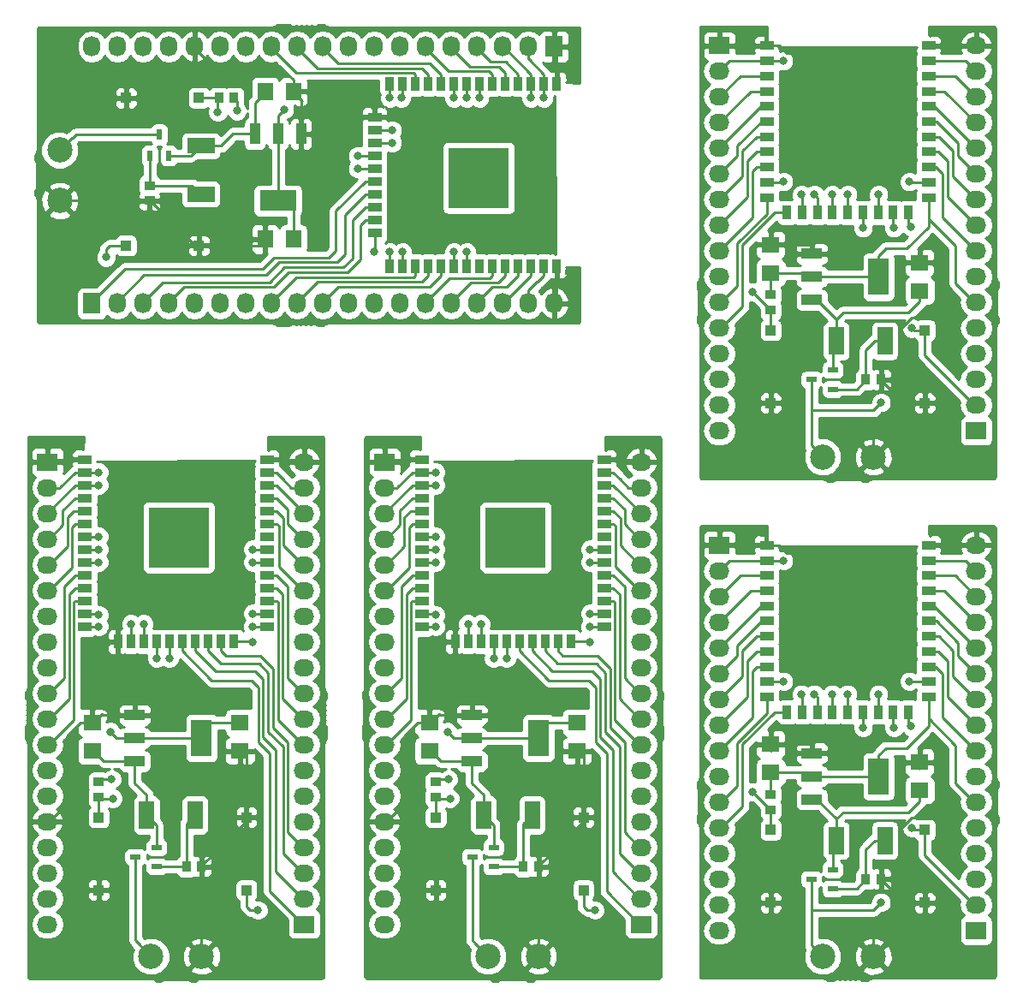
<source format=gtl>
G04 #@! TF.FileFunction,Copper,L1,Top,Signal*
%FSLAX46Y46*%
G04 Gerber Fmt 4.6, Leading zero omitted, Abs format (unit mm)*
G04 Created by KiCad (PCBNEW no-vcs-found-undefined) date Sun Nov  6 11:42:32 2016*
%MOMM*%
%LPD*%
G01*
G04 APERTURE LIST*
%ADD10C,0.100000*%
%ADD11R,1.803400X1.600200*%
%ADD12R,1.501140X2.700020*%
%ADD13R,2.032000X1.016000*%
%ADD14R,2.032000X3.657600*%
%ADD15R,1.000760X1.000760*%
%ADD16R,0.899160X1.000760*%
%ADD17R,1.000760X0.899160*%
%ADD18R,1.000760X0.599440*%
%ADD19R,2.032000X1.727200*%
%ADD20O,2.032000X1.727200*%
%ADD21C,0.600000*%
%ADD22C,0.800000*%
%ADD23R,6.000000X6.000000*%
%ADD24R,1.350000X0.900000*%
%ADD25R,0.900000X1.350000*%
%ADD26C,2.500000*%
%ADD27R,1.600200X1.803400*%
%ADD28R,2.700020X1.501140*%
%ADD29R,1.016000X2.032000*%
%ADD30R,3.657600X2.032000*%
%ADD31R,0.599440X1.000760*%
%ADD32R,1.727200X2.032000*%
%ADD33O,1.727200X2.032000*%
%ADD34C,0.250000*%
%ADD35C,0.254000*%
G04 APERTURE END LIST*
D10*
D11*
X76504800Y-161798000D03*
X76504800Y-164592000D03*
X61899800Y-161798000D03*
X61899800Y-164592000D03*
D12*
X67259200Y-170942000D03*
X72059800Y-170942000D03*
D13*
X66090800Y-161036000D03*
X66090800Y-165608000D03*
X66090800Y-163322000D03*
D14*
X72694800Y-163322000D03*
D15*
X77139800Y-171152820D03*
X77139800Y-178351180D03*
X62534800Y-178351180D03*
X62534800Y-171152820D03*
D16*
X71191120Y-176022000D03*
X72694800Y-176022000D03*
D17*
X62534800Y-167660320D03*
X62534800Y-169164000D03*
D18*
X68249800Y-176022000D03*
X66136520Y-175069500D03*
X68249800Y-174117000D03*
D19*
X82854800Y-181737000D03*
D20*
X82854800Y-179197000D03*
X82854800Y-176657000D03*
X82854800Y-174117000D03*
X82854800Y-171577000D03*
X82854800Y-169037000D03*
X82854800Y-166497000D03*
X82854800Y-163957000D03*
X82854800Y-161417000D03*
X82854800Y-158877000D03*
X82854800Y-156337000D03*
X82854800Y-153797000D03*
X82854800Y-151257000D03*
X82854800Y-148717000D03*
X82854800Y-146177000D03*
X82854800Y-143637000D03*
X82854800Y-141097000D03*
X82854800Y-138557000D03*
X82854800Y-136017000D03*
X57454800Y-181737000D03*
X57454800Y-179197000D03*
X57454800Y-176657000D03*
X57454800Y-174117000D03*
X57454800Y-171577000D03*
X57454800Y-169037000D03*
X57454800Y-166497000D03*
X57454800Y-163957000D03*
X57454800Y-161417000D03*
X57454800Y-158877000D03*
X57454800Y-156337000D03*
X57454800Y-153797000D03*
X57454800Y-151257000D03*
X57454800Y-148717000D03*
X57454800Y-146177000D03*
X57454800Y-143637000D03*
X57454800Y-141097000D03*
X57454800Y-138557000D03*
D19*
X57454800Y-136017000D03*
D21*
X66751200Y-149834600D03*
X64008000Y-151612600D03*
X62077600Y-153797000D03*
X64109600Y-136220200D03*
X64871600Y-136220200D03*
X65684400Y-136220200D03*
X66497200Y-136220200D03*
X67310000Y-136220200D03*
X68072000Y-136220200D03*
X68884800Y-136220200D03*
X69646800Y-136220200D03*
X70408800Y-136220200D03*
X71170800Y-136220200D03*
X71932800Y-136220200D03*
X72694800Y-136220200D03*
X73456800Y-136220200D03*
X74218800Y-136220200D03*
X74930000Y-136220200D03*
X75692000Y-136220200D03*
X76454000Y-136220200D03*
X77165200Y-136220200D03*
X60401200Y-134594600D03*
X60401200Y-133781800D03*
X79806800Y-133883400D03*
X79806800Y-134645400D03*
D22*
X68441800Y-141473000D03*
D23*
X70441800Y-143473000D03*
D24*
X61141800Y-135763000D03*
X61141800Y-137033000D03*
X61141800Y-138303000D03*
X61141800Y-139573000D03*
X61141800Y-140843000D03*
X61141800Y-142113000D03*
X61141800Y-143383000D03*
X61141800Y-144653000D03*
X61141800Y-145923000D03*
X61141800Y-147193000D03*
X61141800Y-148463000D03*
X61141800Y-149733000D03*
X61141800Y-151003000D03*
X61141800Y-152273000D03*
D25*
X64441800Y-153773000D03*
X65711800Y-153773000D03*
X66981800Y-153773000D03*
X68251800Y-153773000D03*
X69521800Y-153773000D03*
X70791800Y-153773000D03*
X72061800Y-153773000D03*
X73331800Y-153773000D03*
X74601800Y-153773000D03*
X75871800Y-153773000D03*
D24*
X79171800Y-152273000D03*
X79171800Y-151003000D03*
X79171800Y-149733000D03*
X79171800Y-148463000D03*
X79171800Y-147193000D03*
X79171800Y-145923000D03*
X79171800Y-144653000D03*
X79171800Y-143383000D03*
X79171800Y-142113000D03*
X79171800Y-140843000D03*
X79171800Y-139573000D03*
X79171800Y-138303000D03*
X79171800Y-137033000D03*
X79171800Y-135763000D03*
D22*
X68441800Y-142473000D03*
X68441800Y-143473000D03*
X68441800Y-144473000D03*
X68441800Y-145473000D03*
X69441800Y-145473000D03*
X69441800Y-144473000D03*
X69441800Y-143473000D03*
X69441800Y-142473000D03*
X69441800Y-141473000D03*
X71441800Y-141473000D03*
X71441800Y-142473000D03*
X71441800Y-143473000D03*
X71441800Y-144473000D03*
X71441800Y-145473000D03*
X70441800Y-145473000D03*
X70441800Y-144473000D03*
X70441800Y-143473000D03*
X70441800Y-142473000D03*
X70441800Y-141473000D03*
X72441800Y-145473000D03*
X72441800Y-144473000D03*
X72441800Y-143473000D03*
X72441800Y-142473000D03*
X72441800Y-141473000D03*
D26*
X67694800Y-184912000D03*
X72694800Y-184912000D03*
X105812000Y-135517000D03*
X100812000Y-135517000D03*
X105812000Y-184920000D03*
X100812000Y-184920000D03*
X25342000Y-110183000D03*
X25342000Y-105183000D03*
X39370000Y-184912000D03*
X34370000Y-184912000D03*
D22*
X39117000Y-141473000D03*
X39117000Y-142473000D03*
X39117000Y-143473000D03*
X39117000Y-144473000D03*
X39117000Y-145473000D03*
X37117000Y-141473000D03*
X37117000Y-142473000D03*
X37117000Y-143473000D03*
X37117000Y-144473000D03*
X37117000Y-145473000D03*
X38117000Y-145473000D03*
X38117000Y-144473000D03*
X38117000Y-143473000D03*
X38117000Y-142473000D03*
X38117000Y-141473000D03*
X36117000Y-141473000D03*
X36117000Y-142473000D03*
X36117000Y-143473000D03*
X36117000Y-144473000D03*
X36117000Y-145473000D03*
X35117000Y-145473000D03*
X35117000Y-144473000D03*
X35117000Y-143473000D03*
X35117000Y-142473000D03*
D24*
X45847000Y-135763000D03*
X45847000Y-137033000D03*
X45847000Y-138303000D03*
X45847000Y-139573000D03*
X45847000Y-140843000D03*
X45847000Y-142113000D03*
X45847000Y-143383000D03*
X45847000Y-144653000D03*
X45847000Y-145923000D03*
X45847000Y-147193000D03*
X45847000Y-148463000D03*
X45847000Y-149733000D03*
X45847000Y-151003000D03*
X45847000Y-152273000D03*
D25*
X42547000Y-153773000D03*
X41277000Y-153773000D03*
X40007000Y-153773000D03*
X38737000Y-153773000D03*
X37467000Y-153773000D03*
X36197000Y-153773000D03*
X34927000Y-153773000D03*
X33657000Y-153773000D03*
X32387000Y-153773000D03*
X31117000Y-153773000D03*
D24*
X27817000Y-152273000D03*
X27817000Y-151003000D03*
X27817000Y-149733000D03*
X27817000Y-148463000D03*
X27817000Y-147193000D03*
X27817000Y-145923000D03*
X27817000Y-144653000D03*
X27817000Y-143383000D03*
X27817000Y-142113000D03*
X27817000Y-140843000D03*
X27817000Y-139573000D03*
X27817000Y-138303000D03*
X27817000Y-137033000D03*
X27817000Y-135763000D03*
D23*
X37117000Y-143473000D03*
D22*
X35117000Y-141473000D03*
X68781000Y-109930000D03*
X67781000Y-109930000D03*
X66781000Y-109930000D03*
X65781000Y-109930000D03*
X64781000Y-109930000D03*
X68781000Y-107930000D03*
X67781000Y-107930000D03*
X66781000Y-107930000D03*
X65781000Y-107930000D03*
X64781000Y-107930000D03*
X64781000Y-108930000D03*
X65781000Y-108930000D03*
X66781000Y-108930000D03*
X67781000Y-108930000D03*
X68781000Y-108930000D03*
X68781000Y-106930000D03*
X67781000Y-106930000D03*
X66781000Y-106930000D03*
X65781000Y-106930000D03*
X64781000Y-106930000D03*
X64781000Y-105930000D03*
X65781000Y-105930000D03*
X66781000Y-105930000D03*
X67781000Y-105930000D03*
D25*
X74491000Y-116660000D03*
X73221000Y-116660000D03*
X71951000Y-116660000D03*
X70681000Y-116660000D03*
X69411000Y-116660000D03*
X68141000Y-116660000D03*
X66871000Y-116660000D03*
X65601000Y-116660000D03*
X64331000Y-116660000D03*
X63061000Y-116660000D03*
X61791000Y-116660000D03*
X60521000Y-116660000D03*
X59251000Y-116660000D03*
X57981000Y-116660000D03*
D24*
X56481000Y-113360000D03*
X56481000Y-112090000D03*
X56481000Y-110820000D03*
X56481000Y-109550000D03*
X56481000Y-108280000D03*
X56481000Y-107010000D03*
X56481000Y-105740000D03*
X56481000Y-104470000D03*
X56481000Y-103200000D03*
X56481000Y-101930000D03*
D25*
X57981000Y-98630000D03*
X59251000Y-98630000D03*
X60521000Y-98630000D03*
X61791000Y-98630000D03*
X63061000Y-98630000D03*
X64331000Y-98630000D03*
X65601000Y-98630000D03*
X66871000Y-98630000D03*
X68141000Y-98630000D03*
X69411000Y-98630000D03*
X70681000Y-98630000D03*
X71951000Y-98630000D03*
X73221000Y-98630000D03*
X74491000Y-98630000D03*
D23*
X66781000Y-107930000D03*
D22*
X68781000Y-105930000D03*
D24*
X111275400Y-159256600D03*
X111275400Y-157756600D03*
X111275400Y-156256600D03*
X111275400Y-154756600D03*
X111275400Y-153256600D03*
X111275400Y-151756600D03*
X111275400Y-150256600D03*
X111275400Y-148756600D03*
X111275400Y-147256600D03*
X111275400Y-145756600D03*
X111275400Y-144256600D03*
X95275400Y-144256600D03*
X95275400Y-145756600D03*
X95275400Y-147256600D03*
X95275400Y-148756600D03*
X95275400Y-150256600D03*
X95275400Y-151756600D03*
X95275400Y-153256600D03*
X95275400Y-154756600D03*
X95275400Y-156256600D03*
X95275400Y-157756600D03*
X95275400Y-159256600D03*
D25*
X109275400Y-160756600D03*
X107775400Y-160756600D03*
X106275400Y-160756600D03*
X104775400Y-160756600D03*
X103275400Y-160756600D03*
X101775400Y-160756600D03*
X100275400Y-160756600D03*
X98775400Y-160756600D03*
X97275400Y-160756600D03*
D24*
X111275400Y-109853600D03*
X111275400Y-108353600D03*
X111275400Y-106853600D03*
X111275400Y-105353600D03*
X111275400Y-103853600D03*
X111275400Y-102353600D03*
X111275400Y-100853600D03*
X111275400Y-99353600D03*
X111275400Y-97853600D03*
X111275400Y-96353600D03*
X111275400Y-94853600D03*
X95275400Y-94853600D03*
X95275400Y-96353600D03*
X95275400Y-97853600D03*
X95275400Y-99353600D03*
X95275400Y-100853600D03*
X95275400Y-102353600D03*
X95275400Y-103853600D03*
X95275400Y-105353600D03*
X95275400Y-106853600D03*
X95275400Y-108353600D03*
X95275400Y-109853600D03*
D25*
X109275400Y-111353600D03*
X107775400Y-111353600D03*
X106275400Y-111353600D03*
X104775400Y-111353600D03*
X103275400Y-111353600D03*
X101775400Y-111353600D03*
X100275400Y-111353600D03*
X98775400Y-111353600D03*
X97275400Y-111353600D03*
D21*
X111912400Y-93573600D03*
X94843600Y-93726000D03*
X109118400Y-95504000D03*
X108356400Y-95504000D03*
X107645200Y-95504000D03*
X106832400Y-95504000D03*
X106121200Y-95504000D03*
X105359200Y-95504000D03*
X104597200Y-95504000D03*
X103886000Y-95504000D03*
X103124000Y-95504000D03*
X102362000Y-95504000D03*
X101549200Y-95504000D03*
X100736400Y-95504000D03*
X99923600Y-95504000D03*
X99161600Y-95504000D03*
X98399600Y-95504000D03*
D19*
X90576400Y-94843600D03*
D20*
X90576400Y-97383600D03*
X90576400Y-99923600D03*
X90576400Y-102463600D03*
X90576400Y-105003600D03*
X90576400Y-107543600D03*
X90576400Y-110083600D03*
X90576400Y-112623600D03*
X90576400Y-115163600D03*
X90576400Y-117703600D03*
X90576400Y-120243600D03*
X90576400Y-122783600D03*
X90576400Y-125323600D03*
X90576400Y-127863600D03*
X90576400Y-130403600D03*
X90576400Y-132943600D03*
X115976400Y-94843600D03*
X115976400Y-97383600D03*
X115976400Y-99923600D03*
X115976400Y-102463600D03*
X115976400Y-105003600D03*
X115976400Y-107543600D03*
X115976400Y-110083600D03*
X115976400Y-112623600D03*
X115976400Y-115163600D03*
X115976400Y-117703600D03*
X115976400Y-120243600D03*
X115976400Y-122783600D03*
X115976400Y-125323600D03*
X115976400Y-127863600D03*
X115976400Y-130403600D03*
D19*
X115976400Y-132943600D03*
D18*
X101793040Y-128816100D03*
X99679760Y-127863600D03*
X101793040Y-126911100D03*
D17*
X95656400Y-120995440D03*
X95656400Y-119491760D03*
D16*
X106568240Y-127863600D03*
X105064560Y-127863600D03*
D15*
X95656400Y-130192780D03*
X95656400Y-122994420D03*
X110896400Y-130192780D03*
X110896400Y-122994420D03*
D13*
X99720400Y-115417600D03*
X99720400Y-119989600D03*
X99720400Y-117703600D03*
D14*
X106324400Y-117703600D03*
D12*
X102146100Y-124053600D03*
X106946700Y-124053600D03*
D11*
X110388400Y-116306600D03*
X110388400Y-119100600D03*
X95656400Y-117322600D03*
X95656400Y-114528600D03*
X95656400Y-163931600D03*
X95656400Y-166725600D03*
X110388400Y-168503600D03*
X110388400Y-165709600D03*
D12*
X106946700Y-173456600D03*
X102146100Y-173456600D03*
D14*
X106324400Y-167106600D03*
D13*
X99720400Y-167106600D03*
X99720400Y-169392600D03*
X99720400Y-164820600D03*
D15*
X110896400Y-172397420D03*
X110896400Y-179595780D03*
X95656400Y-172397420D03*
X95656400Y-179595780D03*
D16*
X105064560Y-177266600D03*
X106568240Y-177266600D03*
D17*
X95656400Y-168894760D03*
X95656400Y-170398440D03*
D18*
X101793040Y-176314100D03*
X99679760Y-177266600D03*
X101793040Y-178219100D03*
D19*
X115976400Y-182346600D03*
D20*
X115976400Y-179806600D03*
X115976400Y-177266600D03*
X115976400Y-174726600D03*
X115976400Y-172186600D03*
X115976400Y-169646600D03*
X115976400Y-167106600D03*
X115976400Y-164566600D03*
X115976400Y-162026600D03*
X115976400Y-159486600D03*
X115976400Y-156946600D03*
X115976400Y-154406600D03*
X115976400Y-151866600D03*
X115976400Y-149326600D03*
X115976400Y-146786600D03*
X115976400Y-144246600D03*
X90576400Y-182346600D03*
X90576400Y-179806600D03*
X90576400Y-177266600D03*
X90576400Y-174726600D03*
X90576400Y-172186600D03*
X90576400Y-169646600D03*
X90576400Y-167106600D03*
X90576400Y-164566600D03*
X90576400Y-162026600D03*
X90576400Y-159486600D03*
X90576400Y-156946600D03*
X90576400Y-154406600D03*
X90576400Y-151866600D03*
X90576400Y-149326600D03*
X90576400Y-146786600D03*
D19*
X90576400Y-144246600D03*
D21*
X98399600Y-144907000D03*
X99161600Y-144907000D03*
X99923600Y-144907000D03*
X100736400Y-144907000D03*
X101549200Y-144907000D03*
X102362000Y-144907000D03*
X103124000Y-144907000D03*
X103886000Y-144907000D03*
X104597200Y-144907000D03*
X105359200Y-144907000D03*
X106121200Y-144907000D03*
X106832400Y-144907000D03*
X107645200Y-144907000D03*
X108356400Y-144907000D03*
X109118400Y-144907000D03*
X94843600Y-143129000D03*
X111912400Y-142976600D03*
D27*
X48456000Y-113993000D03*
X45662000Y-113993000D03*
X48456000Y-99388000D03*
X45662000Y-99388000D03*
D28*
X39312000Y-104747400D03*
X39312000Y-109548000D03*
D29*
X49218000Y-103579000D03*
X44646000Y-103579000D03*
X46932000Y-103579000D03*
D30*
X46932000Y-110183000D03*
D15*
X39101180Y-114628000D03*
X31902820Y-114628000D03*
X31902820Y-100023000D03*
X39101180Y-100023000D03*
D17*
X34232000Y-108679320D03*
X34232000Y-110183000D03*
D16*
X42593680Y-100023000D03*
X41090000Y-100023000D03*
D31*
X34232000Y-105738000D03*
X35184500Y-103624720D03*
X36137000Y-105738000D03*
D32*
X28517000Y-120343000D03*
D33*
X31057000Y-120343000D03*
X33597000Y-120343000D03*
X36137000Y-120343000D03*
X38677000Y-120343000D03*
X41217000Y-120343000D03*
X43757000Y-120343000D03*
X46297000Y-120343000D03*
X48837000Y-120343000D03*
X51377000Y-120343000D03*
X53917000Y-120343000D03*
X56457000Y-120343000D03*
X58997000Y-120343000D03*
X61537000Y-120343000D03*
X64077000Y-120343000D03*
X66617000Y-120343000D03*
X69157000Y-120343000D03*
X71697000Y-120343000D03*
X74237000Y-120343000D03*
X28517000Y-94943000D03*
X31057000Y-94943000D03*
X33597000Y-94943000D03*
X36137000Y-94943000D03*
X38677000Y-94943000D03*
X41217000Y-94943000D03*
X43757000Y-94943000D03*
X46297000Y-94943000D03*
X48837000Y-94943000D03*
X51377000Y-94943000D03*
X53917000Y-94943000D03*
X56457000Y-94943000D03*
X58997000Y-94943000D03*
X61537000Y-94943000D03*
X64077000Y-94943000D03*
X66617000Y-94943000D03*
X69157000Y-94943000D03*
X71697000Y-94943000D03*
D32*
X74237000Y-94943000D03*
D21*
X60419400Y-104239400D03*
X58641400Y-101496200D03*
X56457000Y-99565800D03*
X74033800Y-101597800D03*
X74033800Y-102359800D03*
X74033800Y-103172600D03*
X74033800Y-103985400D03*
X74033800Y-104798200D03*
X74033800Y-105560200D03*
X74033800Y-106373000D03*
X74033800Y-107135000D03*
X74033800Y-107897000D03*
X74033800Y-108659000D03*
X74033800Y-109421000D03*
X74033800Y-110183000D03*
X74033800Y-110945000D03*
X74033800Y-111707000D03*
X74033800Y-112418200D03*
X74033800Y-113180200D03*
X74033800Y-113942200D03*
X74033800Y-114653400D03*
X75659400Y-97889400D03*
X76472200Y-97889400D03*
X76370600Y-117295000D03*
X75608600Y-117295000D03*
X46482000Y-134645400D03*
X46482000Y-133883400D03*
X27076400Y-133781800D03*
X27076400Y-134594600D03*
X43840400Y-136220200D03*
X43129200Y-136220200D03*
X42367200Y-136220200D03*
X41605200Y-136220200D03*
X40894000Y-136220200D03*
X40132000Y-136220200D03*
X39370000Y-136220200D03*
X38608000Y-136220200D03*
X37846000Y-136220200D03*
X37084000Y-136220200D03*
X36322000Y-136220200D03*
X35560000Y-136220200D03*
X34747200Y-136220200D03*
X33985200Y-136220200D03*
X33172400Y-136220200D03*
X32359600Y-136220200D03*
X31546800Y-136220200D03*
X30784800Y-136220200D03*
X28752800Y-153797000D03*
X30683200Y-151612600D03*
X33426400Y-149834600D03*
D19*
X24130000Y-136017000D03*
D20*
X24130000Y-138557000D03*
X24130000Y-141097000D03*
X24130000Y-143637000D03*
X24130000Y-146177000D03*
X24130000Y-148717000D03*
X24130000Y-151257000D03*
X24130000Y-153797000D03*
X24130000Y-156337000D03*
X24130000Y-158877000D03*
X24130000Y-161417000D03*
X24130000Y-163957000D03*
X24130000Y-166497000D03*
X24130000Y-169037000D03*
X24130000Y-171577000D03*
X24130000Y-174117000D03*
X24130000Y-176657000D03*
X24130000Y-179197000D03*
X24130000Y-181737000D03*
X49530000Y-136017000D03*
X49530000Y-138557000D03*
X49530000Y-141097000D03*
X49530000Y-143637000D03*
X49530000Y-146177000D03*
X49530000Y-148717000D03*
X49530000Y-151257000D03*
X49530000Y-153797000D03*
X49530000Y-156337000D03*
X49530000Y-158877000D03*
X49530000Y-161417000D03*
X49530000Y-163957000D03*
X49530000Y-166497000D03*
X49530000Y-169037000D03*
X49530000Y-171577000D03*
X49530000Y-174117000D03*
X49530000Y-176657000D03*
X49530000Y-179197000D03*
D19*
X49530000Y-181737000D03*
D18*
X34925000Y-174117000D03*
X32811720Y-175069500D03*
X34925000Y-176022000D03*
D17*
X29210000Y-169164000D03*
X29210000Y-167660320D03*
D16*
X39370000Y-176022000D03*
X37866320Y-176022000D03*
D15*
X29210000Y-171152820D03*
X29210000Y-178351180D03*
X43815000Y-178351180D03*
X43815000Y-171152820D03*
D14*
X39370000Y-163322000D03*
D13*
X32766000Y-163322000D03*
X32766000Y-165608000D03*
X32766000Y-161036000D03*
D12*
X38735000Y-170942000D03*
X33934400Y-170942000D03*
D11*
X28575000Y-164592000D03*
X28575000Y-161798000D03*
X43180000Y-164592000D03*
X43180000Y-161798000D03*
D22*
X62585600Y-180467000D03*
X101752400Y-115417600D03*
X95656400Y-131927600D03*
X95656400Y-181330600D03*
X101752400Y-164820600D03*
X29787000Y-100073800D03*
X29260800Y-180467000D03*
X62534800Y-137033000D03*
X63677800Y-162687000D03*
X63804800Y-167386000D03*
X73221000Y-100023000D03*
X47567000Y-101166000D03*
X42868000Y-101293000D03*
X30480000Y-167386000D03*
X30353000Y-162687000D03*
X29210000Y-137033000D03*
X62534800Y-138303000D03*
X63931800Y-169291000D03*
X71951000Y-100023000D03*
X40963000Y-101420000D03*
X30607000Y-169291000D03*
X29210000Y-138303000D03*
X62534800Y-143383000D03*
X66871000Y-100023000D03*
X29210000Y-143383000D03*
X62534798Y-144653000D03*
X65601000Y-100022998D03*
X29209998Y-144653000D03*
X62534800Y-145923000D03*
X64331000Y-100023000D03*
X29210000Y-145923000D03*
X62534800Y-151130000D03*
X59124000Y-100023000D03*
X29210000Y-151130000D03*
X62534800Y-152273000D03*
X57981000Y-100023000D03*
X29210000Y-152273000D03*
X65709800Y-152019000D03*
X58235000Y-103198000D03*
X32385000Y-152019000D03*
X66979800Y-152019000D03*
X58235000Y-104468000D03*
X33655000Y-152019000D03*
X68249800Y-155448000D03*
X54806000Y-105738000D03*
X34925000Y-155448000D03*
X69519800Y-155448000D03*
X54806000Y-107008000D03*
X36195000Y-155448000D03*
X77774800Y-144653000D03*
X65601000Y-115263000D03*
X44450000Y-144653000D03*
X77774800Y-145923000D03*
X64331000Y-115263000D03*
X44450000Y-145923000D03*
X77774800Y-151003000D03*
X59251000Y-115263000D03*
X44450000Y-151003000D03*
X77774800Y-152273000D03*
X78282800Y-180340000D03*
X57981000Y-115263000D03*
X29914000Y-115771000D03*
X44958000Y-180340000D03*
X44450000Y-152273000D03*
X77774800Y-153797000D03*
X56457000Y-115263000D03*
X44450000Y-153797000D03*
X93878400Y-119227600D03*
X96926400Y-96367600D03*
X96926400Y-145770600D03*
X93878400Y-168630600D03*
X96926400Y-108305600D03*
X96926400Y-157708600D03*
X98704400Y-109575600D03*
X98704400Y-158978600D03*
X99974400Y-109575600D03*
X99974400Y-158978600D03*
X101752400Y-109575600D03*
X101752400Y-158978600D03*
X103276400Y-109575600D03*
X103276400Y-158978600D03*
X106578400Y-130149600D03*
X106578400Y-179552600D03*
X109372400Y-108305600D03*
X109372400Y-157708600D03*
X109504060Y-112745940D03*
X109504060Y-162148940D03*
X107848400Y-112877600D03*
X107848400Y-162280600D03*
X106324400Y-109575600D03*
X106324400Y-158978600D03*
X109631060Y-122788260D03*
X104800400Y-112877600D03*
X104800400Y-162280600D03*
X109631060Y-172191260D03*
D34*
X68249800Y-171932600D02*
X67259200Y-170942000D01*
X68249800Y-174117000D02*
X68249800Y-171932600D01*
X67259200Y-170942000D02*
X67259200Y-168935400D01*
X66090800Y-167767000D02*
X66090800Y-165608000D01*
X67259200Y-168935400D02*
X66090800Y-167767000D01*
X62001400Y-164592000D02*
X63017400Y-165608000D01*
X61899800Y-164592000D02*
X62001400Y-164592000D01*
X63017400Y-165608000D02*
X66090800Y-165608000D01*
X38321400Y-105738000D02*
X39312000Y-104747400D01*
X36137000Y-105738000D02*
X38321400Y-105738000D01*
X39312000Y-104747400D02*
X41318600Y-104747400D01*
X42487000Y-103579000D02*
X44646000Y-103579000D01*
X41318600Y-104747400D02*
X42487000Y-103579000D01*
X45662000Y-99489600D02*
X44646000Y-100505600D01*
X45662000Y-99388000D02*
X45662000Y-99489600D01*
X44646000Y-100505600D02*
X44646000Y-103579000D01*
X29692600Y-165608000D02*
X32766000Y-165608000D01*
X28575000Y-164592000D02*
X28676600Y-164592000D01*
X28676600Y-164592000D02*
X29692600Y-165608000D01*
X33934400Y-168935400D02*
X32766000Y-167767000D01*
X32766000Y-167767000D02*
X32766000Y-165608000D01*
X33934400Y-170942000D02*
X33934400Y-168935400D01*
X34925000Y-174117000D02*
X34925000Y-171932600D01*
X34925000Y-171932600D02*
X33934400Y-170942000D01*
X57708800Y-135763000D02*
X57454800Y-136017000D01*
X61141800Y-135763000D02*
X57708800Y-135763000D01*
X82600800Y-135763000D02*
X82854800Y-136017000D01*
X79171800Y-135763000D02*
X82600800Y-135763000D01*
X61899800Y-160747900D02*
X61899800Y-161798000D01*
X61899800Y-155615000D02*
X61899800Y-160747900D01*
X63741800Y-153773000D02*
X61899800Y-155615000D01*
X64441800Y-153773000D02*
X63741800Y-153773000D01*
X60748100Y-161798000D02*
X59359800Y-163186300D01*
X61899800Y-161798000D02*
X60748100Y-161798000D01*
X57607200Y-171577000D02*
X57454800Y-171577000D01*
X59359800Y-169824400D02*
X57607200Y-171577000D01*
X59359800Y-163186300D02*
X59359800Y-169824400D01*
X72694800Y-183144234D02*
X72694800Y-176022000D01*
X72694800Y-184912000D02*
X72694800Y-183144234D01*
X77139800Y-171526200D02*
X77139800Y-171152820D01*
X72694800Y-175971200D02*
X77139800Y-171526200D01*
X72694800Y-176022000D02*
X72694800Y-175971200D01*
X77139800Y-164581840D02*
X76504800Y-163946840D01*
X77139800Y-171152820D02*
X77139800Y-164581840D01*
X57607200Y-171577000D02*
X58775600Y-171577000D01*
X62534800Y-175336200D02*
X62534800Y-178351180D01*
X58775600Y-171577000D02*
X62534800Y-175336200D01*
X62001400Y-161798000D02*
X62839600Y-160959800D01*
X61899800Y-161798000D02*
X62001400Y-161798000D01*
X62915800Y-161036000D02*
X66090800Y-161036000D01*
X62839600Y-160959800D02*
X62915800Y-161036000D01*
X62585600Y-178401980D02*
X62534800Y-178351180D01*
X62585600Y-180467000D02*
X62585600Y-178401980D01*
X95722400Y-113893600D02*
X94894400Y-113893600D01*
X111540100Y-116306600D02*
X112420400Y-117186900D01*
X108102400Y-127863600D02*
X106568240Y-127863600D01*
X108610400Y-122783600D02*
X108610400Y-127355600D01*
X108610400Y-127355600D02*
X108102400Y-127863600D01*
X112420400Y-119989600D02*
X110642400Y-121767600D01*
X110388400Y-116306600D02*
X111540100Y-116306600D01*
X112420400Y-117186900D02*
X112420400Y-119989600D01*
X110642400Y-121767600D02*
X109626400Y-121767600D01*
X109626400Y-121767600D02*
X108610400Y-122783600D01*
X99720400Y-115417600D02*
X101752400Y-115417600D01*
X99720400Y-114659600D02*
X99978400Y-114401600D01*
X95656400Y-114528600D02*
X99589400Y-114528600D01*
X99589400Y-114528600D02*
X99720400Y-114659600D01*
X99720400Y-114659600D02*
X99720400Y-115417600D01*
X95656400Y-115173760D02*
X96174560Y-114655600D01*
X110388400Y-116951760D02*
X110388400Y-115925600D01*
X97237402Y-95605600D02*
X97688400Y-95605600D01*
X95275400Y-94853600D02*
X96485402Y-94853600D01*
X96485402Y-94853600D02*
X97237402Y-95605600D01*
X95656400Y-131927600D02*
X95656400Y-130192780D01*
X106568240Y-127863600D02*
X106568240Y-127914400D01*
X106568240Y-127914400D02*
X108846620Y-130192780D01*
X108846620Y-130192780D02*
X109299454Y-130192780D01*
X105776400Y-135483600D02*
X105776400Y-133715834D01*
X105776400Y-133715834D02*
X109299454Y-130192780D01*
X109299454Y-130192780D02*
X110896400Y-130192780D01*
X111275400Y-94853600D02*
X115966400Y-94853600D01*
X115966400Y-94853600D02*
X115976400Y-94843600D01*
X90576400Y-94843600D02*
X95265400Y-94843600D01*
X95265400Y-94843600D02*
X95275400Y-94853600D01*
X95265400Y-144246600D02*
X95275400Y-144256600D01*
X90576400Y-144246600D02*
X95265400Y-144246600D01*
X115966400Y-144256600D02*
X115976400Y-144246600D01*
X111275400Y-144256600D02*
X115966400Y-144256600D01*
X109299454Y-179595780D02*
X110896400Y-179595780D01*
X105776400Y-183118834D02*
X109299454Y-179595780D01*
X105776400Y-184886600D02*
X105776400Y-183118834D01*
X108846620Y-179595780D02*
X109299454Y-179595780D01*
X106568240Y-177317400D02*
X108846620Y-179595780D01*
X106568240Y-177266600D02*
X106568240Y-177317400D01*
X95656400Y-181330600D02*
X95656400Y-179595780D01*
X96485402Y-144256600D02*
X97237402Y-145008600D01*
X95275400Y-144256600D02*
X96485402Y-144256600D01*
X97237402Y-145008600D02*
X97688400Y-145008600D01*
X110388400Y-166354760D02*
X110388400Y-165328600D01*
X95656400Y-164576760D02*
X96174560Y-164058600D01*
X99720400Y-164062600D02*
X99720400Y-164820600D01*
X99589400Y-163931600D02*
X99720400Y-164062600D01*
X95656400Y-163931600D02*
X99589400Y-163931600D01*
X99720400Y-164062600D02*
X99978400Y-163804600D01*
X99720400Y-164820600D02*
X101752400Y-164820600D01*
X109626400Y-171170600D02*
X108610400Y-172186600D01*
X110642400Y-171170600D02*
X109626400Y-171170600D01*
X112420400Y-166589900D02*
X112420400Y-169392600D01*
X110388400Y-165709600D02*
X111540100Y-165709600D01*
X112420400Y-169392600D02*
X110642400Y-171170600D01*
X108610400Y-176758600D02*
X108102400Y-177266600D01*
X108610400Y-172186600D02*
X108610400Y-176758600D01*
X108102400Y-177266600D02*
X106568240Y-177266600D01*
X111540100Y-165709600D02*
X112420400Y-166589900D01*
X95722400Y-163296600D02*
X94894400Y-163296600D01*
X74491000Y-95197000D02*
X74237000Y-94943000D01*
X74491000Y-98630000D02*
X74491000Y-95197000D01*
X74491000Y-120089000D02*
X74237000Y-120343000D01*
X74491000Y-116660000D02*
X74491000Y-120089000D01*
X49506100Y-99388000D02*
X48456000Y-99388000D01*
X54639000Y-99388000D02*
X49506100Y-99388000D01*
X56481000Y-101230000D02*
X54639000Y-99388000D01*
X56481000Y-101930000D02*
X56481000Y-101230000D01*
X48456000Y-98236300D02*
X47067700Y-96848000D01*
X48456000Y-99388000D02*
X48456000Y-98236300D01*
X38677000Y-95095400D02*
X38677000Y-94943000D01*
X40429600Y-96848000D02*
X38677000Y-95095400D01*
X47067700Y-96848000D02*
X40429600Y-96848000D01*
X27109766Y-110183000D02*
X34232000Y-110183000D01*
X25342000Y-110183000D02*
X27109766Y-110183000D01*
X38727800Y-114628000D02*
X39101180Y-114628000D01*
X34282800Y-110183000D02*
X38727800Y-114628000D01*
X34232000Y-110183000D02*
X34282800Y-110183000D01*
X45672160Y-114628000D02*
X46307160Y-113993000D01*
X39101180Y-114628000D02*
X45672160Y-114628000D01*
X38677000Y-95095400D02*
X38677000Y-96263800D01*
X34917800Y-100023000D02*
X31902820Y-100023000D01*
X38677000Y-96263800D02*
X34917800Y-100023000D01*
X48456000Y-99489600D02*
X49294200Y-100327800D01*
X48456000Y-99388000D02*
X48456000Y-99489600D01*
X49218000Y-100404000D02*
X49218000Y-103579000D01*
X49294200Y-100327800D02*
X49218000Y-100404000D01*
X31852020Y-100073800D02*
X31902820Y-100023000D01*
X29787000Y-100073800D02*
X31852020Y-100073800D01*
X29260800Y-180467000D02*
X29260800Y-178401980D01*
X29260800Y-178401980D02*
X29210000Y-178351180D01*
X29514800Y-160959800D02*
X29591000Y-161036000D01*
X29591000Y-161036000D02*
X32766000Y-161036000D01*
X28575000Y-161798000D02*
X28676600Y-161798000D01*
X28676600Y-161798000D02*
X29514800Y-160959800D01*
X25450800Y-171577000D02*
X29210000Y-175336200D01*
X29210000Y-175336200D02*
X29210000Y-178351180D01*
X24282400Y-171577000D02*
X25450800Y-171577000D01*
X43815000Y-171152820D02*
X43815000Y-164581840D01*
X43815000Y-164581840D02*
X43180000Y-163946840D01*
X39370000Y-176022000D02*
X39370000Y-175971200D01*
X39370000Y-175971200D02*
X43815000Y-171526200D01*
X43815000Y-171526200D02*
X43815000Y-171152820D01*
X39370000Y-184912000D02*
X39370000Y-183144234D01*
X39370000Y-183144234D02*
X39370000Y-176022000D01*
X26035000Y-163186300D02*
X26035000Y-169824400D01*
X26035000Y-169824400D02*
X24282400Y-171577000D01*
X24282400Y-171577000D02*
X24130000Y-171577000D01*
X28575000Y-161798000D02*
X27423300Y-161798000D01*
X27423300Y-161798000D02*
X26035000Y-163186300D01*
X31117000Y-153773000D02*
X30417000Y-153773000D01*
X30417000Y-153773000D02*
X28575000Y-155615000D01*
X28575000Y-155615000D02*
X28575000Y-160747900D01*
X28575000Y-160747900D02*
X28575000Y-161798000D01*
X45847000Y-135763000D02*
X49276000Y-135763000D01*
X49276000Y-135763000D02*
X49530000Y-136017000D01*
X27817000Y-135763000D02*
X24384000Y-135763000D01*
X24384000Y-135763000D02*
X24130000Y-136017000D01*
X60216800Y-137033000D02*
X58724800Y-138525000D01*
X61141800Y-137033000D02*
X60216800Y-137033000D01*
X58720800Y-138557000D02*
X57454800Y-138557000D01*
X58724800Y-138553000D02*
X58720800Y-138557000D01*
X58724800Y-138525000D02*
X58724800Y-138553000D01*
X66090800Y-163322000D02*
X72694800Y-163322000D01*
X75353100Y-161798000D02*
X76504800Y-161798000D01*
X73406000Y-161798000D02*
X75353100Y-161798000D01*
X72694800Y-162509200D02*
X73406000Y-161798000D01*
X72694800Y-163322000D02*
X72694800Y-162509200D01*
X61141800Y-137033000D02*
X62534800Y-137033000D01*
X64312800Y-163322000D02*
X66090800Y-163322000D01*
X63677800Y-162687000D02*
X64312800Y-163322000D01*
X62809120Y-167386000D02*
X62534800Y-167660320D01*
X63804800Y-167386000D02*
X62809120Y-167386000D01*
X73221000Y-97705000D02*
X71729000Y-96213000D01*
X73221000Y-98630000D02*
X73221000Y-97705000D01*
X71697000Y-96209000D02*
X71697000Y-94943000D01*
X71701000Y-96213000D02*
X71697000Y-96209000D01*
X71729000Y-96213000D02*
X71701000Y-96213000D01*
X46932000Y-103579000D02*
X46932000Y-110183000D01*
X48456000Y-112841300D02*
X48456000Y-113993000D01*
X48456000Y-110894200D02*
X48456000Y-112841300D01*
X47744800Y-110183000D02*
X48456000Y-110894200D01*
X46932000Y-110183000D02*
X47744800Y-110183000D01*
X73221000Y-98630000D02*
X73221000Y-100023000D01*
X46932000Y-101801000D02*
X46932000Y-103579000D01*
X47567000Y-101166000D02*
X46932000Y-101801000D01*
X42868000Y-100297320D02*
X42593680Y-100023000D01*
X42868000Y-101293000D02*
X42868000Y-100297320D01*
X30480000Y-167386000D02*
X29484320Y-167386000D01*
X29484320Y-167386000D02*
X29210000Y-167660320D01*
X30353000Y-162687000D02*
X30988000Y-163322000D01*
X30988000Y-163322000D02*
X32766000Y-163322000D01*
X27817000Y-137033000D02*
X29210000Y-137033000D01*
X39370000Y-163322000D02*
X39370000Y-162509200D01*
X39370000Y-162509200D02*
X40081200Y-161798000D01*
X40081200Y-161798000D02*
X42028300Y-161798000D01*
X42028300Y-161798000D02*
X43180000Y-161798000D01*
X32766000Y-163322000D02*
X39370000Y-163322000D01*
X25400000Y-138525000D02*
X25400000Y-138553000D01*
X25400000Y-138553000D02*
X25396000Y-138557000D01*
X25396000Y-138557000D02*
X24130000Y-138557000D01*
X27817000Y-137033000D02*
X26892000Y-137033000D01*
X26892000Y-137033000D02*
X25400000Y-138525000D01*
X109279500Y-121259600D02*
X102793800Y-121259600D01*
X102793800Y-121259600D02*
X102146100Y-121907300D01*
X110388400Y-119100600D02*
X110388400Y-120150700D01*
X110388400Y-120150700D02*
X109279500Y-121259600D01*
X99720400Y-119989600D02*
X100228400Y-119989600D01*
X100228400Y-119989600D02*
X102146100Y-121907300D01*
X102146100Y-121907300D02*
X102146100Y-122453590D01*
X102146100Y-122453590D02*
X102146100Y-124053600D01*
X102146100Y-124053600D02*
X102146100Y-122923300D01*
X102146100Y-124053600D02*
X102146100Y-123454160D01*
X101793040Y-126911100D02*
X101793040Y-124406660D01*
X101793040Y-124406660D02*
X102146100Y-124053600D01*
X101793040Y-173809660D02*
X102146100Y-173456600D01*
X101793040Y-176314100D02*
X101793040Y-173809660D01*
X102146100Y-173456600D02*
X102146100Y-172857160D01*
X102146100Y-173456600D02*
X102146100Y-172326300D01*
X102146100Y-171856590D02*
X102146100Y-173456600D01*
X102146100Y-171310300D02*
X102146100Y-171856590D01*
X100228400Y-169392600D02*
X102146100Y-171310300D01*
X99720400Y-169392600D02*
X100228400Y-169392600D01*
X110388400Y-169553700D02*
X109279500Y-170662600D01*
X110388400Y-168503600D02*
X110388400Y-169553700D01*
X102793800Y-170662600D02*
X102146100Y-171310300D01*
X109279500Y-170662600D02*
X102793800Y-170662600D01*
X109118400Y-114909600D02*
X111275400Y-112752600D01*
X111275400Y-112752600D02*
X111275400Y-111986600D01*
X107039600Y-114909600D02*
X109118400Y-114909600D01*
X106324400Y-117703600D02*
X106324400Y-115624800D01*
X106324400Y-115624800D02*
X107039600Y-114909600D01*
X111275400Y-111986600D02*
X111275400Y-112047602D01*
X95656400Y-117322600D02*
X99339400Y-117322600D01*
X99339400Y-117322600D02*
X99720400Y-117703600D01*
X99720400Y-117703600D02*
X106324400Y-117703600D01*
X95656400Y-119491760D02*
X95656400Y-116677440D01*
X113944400Y-114655600D02*
X113944400Y-118364000D01*
X113944400Y-118364000D02*
X115824000Y-120243600D01*
X115824000Y-120243600D02*
X115976400Y-120243600D01*
X111275400Y-111986600D02*
X113944400Y-114655600D01*
X111275400Y-109853600D02*
X111275400Y-111986600D01*
X111275400Y-159256600D02*
X111275400Y-161389600D01*
X111275400Y-161389600D02*
X113944400Y-164058600D01*
X115824000Y-169646600D02*
X115976400Y-169646600D01*
X113944400Y-167767000D02*
X115824000Y-169646600D01*
X113944400Y-164058600D02*
X113944400Y-167767000D01*
X95656400Y-168894760D02*
X95656400Y-166080440D01*
X99720400Y-167106600D02*
X106324400Y-167106600D01*
X99339400Y-166725600D02*
X99720400Y-167106600D01*
X95656400Y-166725600D02*
X99339400Y-166725600D01*
X111275400Y-161389600D02*
X111275400Y-161450602D01*
X106324400Y-165027800D02*
X107039600Y-164312600D01*
X106324400Y-167106600D02*
X106324400Y-165027800D01*
X107039600Y-164312600D02*
X109118400Y-164312600D01*
X111275400Y-162155600D02*
X111275400Y-161389600D01*
X109118400Y-164312600D02*
X111275400Y-162155600D01*
X60216800Y-138303000D02*
X57454800Y-141065000D01*
X57454800Y-141065000D02*
X57454800Y-141097000D01*
X61141800Y-138303000D02*
X60216800Y-138303000D01*
X62534800Y-171152820D02*
X62534800Y-169164000D01*
X61141800Y-138303000D02*
X62534800Y-138303000D01*
X62661800Y-169291000D02*
X62534800Y-169164000D01*
X63931800Y-169291000D02*
X62661800Y-169291000D01*
X71951000Y-97705000D02*
X69189000Y-94943000D01*
X69189000Y-94943000D02*
X69157000Y-94943000D01*
X71951000Y-98630000D02*
X71951000Y-97705000D01*
X39101180Y-100023000D02*
X41090000Y-100023000D01*
X71951000Y-98630000D02*
X71951000Y-100023000D01*
X40963000Y-100150000D02*
X41090000Y-100023000D01*
X40963000Y-101420000D02*
X40963000Y-100150000D01*
X30607000Y-169291000D02*
X29337000Y-169291000D01*
X29337000Y-169291000D02*
X29210000Y-169164000D01*
X27817000Y-138303000D02*
X29210000Y-138303000D01*
X29210000Y-171152820D02*
X29210000Y-169164000D01*
X27817000Y-138303000D02*
X26892000Y-138303000D01*
X24130000Y-141065000D02*
X24130000Y-141097000D01*
X26892000Y-138303000D02*
X24130000Y-141065000D01*
X60216800Y-139573000D02*
X58978800Y-140811000D01*
X61141800Y-139573000D02*
X60216800Y-139573000D01*
X57607200Y-143637000D02*
X57454800Y-143637000D01*
X58978800Y-142265400D02*
X57607200Y-143637000D01*
X58978800Y-140811000D02*
X58978800Y-142265400D01*
X70681000Y-97705000D02*
X69443000Y-96467000D01*
X70681000Y-98630000D02*
X70681000Y-97705000D01*
X66617000Y-95095400D02*
X66617000Y-94943000D01*
X67988600Y-96467000D02*
X66617000Y-95095400D01*
X69443000Y-96467000D02*
X67988600Y-96467000D01*
X25654000Y-140811000D02*
X25654000Y-142265400D01*
X25654000Y-142265400D02*
X24282400Y-143637000D01*
X24282400Y-143637000D02*
X24130000Y-143637000D01*
X27817000Y-139573000D02*
X26892000Y-139573000D01*
X26892000Y-139573000D02*
X25654000Y-140811000D01*
X61141800Y-140843000D02*
X60063810Y-140843000D01*
X57607200Y-146177000D02*
X57454800Y-146177000D01*
X59428810Y-144355390D02*
X57607200Y-146177000D01*
X59428810Y-141478000D02*
X59428810Y-144355390D01*
X60063810Y-140843000D02*
X59428810Y-141478000D01*
X69411000Y-98630000D02*
X69411000Y-97552010D01*
X64077000Y-95095400D02*
X64077000Y-94943000D01*
X65898610Y-96917010D02*
X64077000Y-95095400D01*
X68776000Y-96917010D02*
X65898610Y-96917010D01*
X69411000Y-97552010D02*
X68776000Y-96917010D01*
X26739010Y-140843000D02*
X26104010Y-141478000D01*
X26104010Y-141478000D02*
X26104010Y-144355390D01*
X26104010Y-144355390D02*
X24282400Y-146177000D01*
X24282400Y-146177000D02*
X24130000Y-146177000D01*
X27817000Y-140843000D02*
X26739010Y-140843000D01*
X57607200Y-148717000D02*
X57454800Y-148717000D01*
X59878820Y-142450980D02*
X59878820Y-146445380D01*
X60216800Y-142113000D02*
X59878820Y-142450980D01*
X59878820Y-146445380D02*
X57607200Y-148717000D01*
X61141800Y-142113000D02*
X60216800Y-142113000D01*
X61537000Y-95095400D02*
X61537000Y-94943000D01*
X67803020Y-97367020D02*
X63808620Y-97367020D01*
X68141000Y-97705000D02*
X67803020Y-97367020D01*
X63808620Y-97367020D02*
X61537000Y-95095400D01*
X68141000Y-98630000D02*
X68141000Y-97705000D01*
X27817000Y-142113000D02*
X26892000Y-142113000D01*
X26554020Y-146445380D02*
X24282400Y-148717000D01*
X26892000Y-142113000D02*
X26554020Y-142450980D01*
X26554020Y-142450980D02*
X26554020Y-146445380D01*
X24282400Y-148717000D02*
X24130000Y-148717000D01*
X61141800Y-143383000D02*
X62534800Y-143383000D01*
X66871000Y-98630000D02*
X66871000Y-100023000D01*
X27817000Y-143383000D02*
X29210000Y-143383000D01*
X61141800Y-144653000D02*
X62534798Y-144653000D01*
X65601000Y-98630000D02*
X65601000Y-100022998D01*
X27817000Y-144653000D02*
X29209998Y-144653000D01*
X61141800Y-145923000D02*
X62534800Y-145923000D01*
X64331000Y-98630000D02*
X64331000Y-100023000D01*
X27817000Y-145923000D02*
X29210000Y-145923000D01*
X60216800Y-147193000D02*
X59105800Y-148304000D01*
X61141800Y-147193000D02*
X60216800Y-147193000D01*
X57607200Y-158877000D02*
X57454800Y-158877000D01*
X59105800Y-157378400D02*
X57607200Y-158877000D01*
X59105800Y-148304000D02*
X59105800Y-157378400D01*
X63061000Y-97705000D02*
X61950000Y-96594000D01*
X63061000Y-98630000D02*
X63061000Y-97705000D01*
X51377000Y-95095400D02*
X51377000Y-94943000D01*
X52875600Y-96594000D02*
X51377000Y-95095400D01*
X61950000Y-96594000D02*
X52875600Y-96594000D01*
X25781000Y-148304000D02*
X25781000Y-157378400D01*
X25781000Y-157378400D02*
X24282400Y-158877000D01*
X24282400Y-158877000D02*
X24130000Y-158877000D01*
X27817000Y-147193000D02*
X26892000Y-147193000D01*
X26892000Y-147193000D02*
X25781000Y-148304000D01*
X60216800Y-148463000D02*
X59613800Y-149066000D01*
X61141800Y-148463000D02*
X60216800Y-148463000D01*
X57607200Y-161417000D02*
X57454800Y-161417000D01*
X59613800Y-159410400D02*
X57607200Y-161417000D01*
X59613800Y-149066000D02*
X59613800Y-159410400D01*
X61791000Y-97705000D02*
X61188000Y-97102000D01*
X61791000Y-98630000D02*
X61791000Y-97705000D01*
X48837000Y-95095400D02*
X48837000Y-94943000D01*
X50843600Y-97102000D02*
X48837000Y-95095400D01*
X61188000Y-97102000D02*
X50843600Y-97102000D01*
X26289000Y-149066000D02*
X26289000Y-159410400D01*
X26289000Y-159410400D02*
X24282400Y-161417000D01*
X24282400Y-161417000D02*
X24130000Y-161417000D01*
X27817000Y-148463000D02*
X26892000Y-148463000D01*
X26892000Y-148463000D02*
X26289000Y-149066000D01*
X60216800Y-149733000D02*
X60063810Y-149885990D01*
X61141800Y-149733000D02*
X60216800Y-149733000D01*
X57607200Y-163957000D02*
X57454800Y-163957000D01*
X60063810Y-161500390D02*
X57607200Y-163957000D01*
X60063810Y-149885990D02*
X60063810Y-161500390D01*
X60521000Y-97705000D02*
X60368010Y-97552010D01*
X60521000Y-98630000D02*
X60521000Y-97705000D01*
X46297000Y-95095400D02*
X46297000Y-94943000D01*
X48753610Y-97552010D02*
X46297000Y-95095400D01*
X60368010Y-97552010D02*
X48753610Y-97552010D01*
X26739010Y-149885990D02*
X26739010Y-161500390D01*
X26739010Y-161500390D02*
X24282400Y-163957000D01*
X24282400Y-163957000D02*
X24130000Y-163957000D01*
X27817000Y-149733000D02*
X26892000Y-149733000D01*
X26892000Y-149733000D02*
X26739010Y-149885990D01*
X62407800Y-151003000D02*
X62534800Y-151130000D01*
X61141800Y-151003000D02*
X62407800Y-151003000D01*
X59251000Y-99896000D02*
X59124000Y-100023000D01*
X59251000Y-98630000D02*
X59251000Y-99896000D01*
X27817000Y-151003000D02*
X29083000Y-151003000D01*
X29083000Y-151003000D02*
X29210000Y-151130000D01*
X61141800Y-152273000D02*
X62534800Y-152273000D01*
X57981000Y-98630000D02*
X57981000Y-100023000D01*
X27817000Y-152273000D02*
X29210000Y-152273000D01*
X65711800Y-152021000D02*
X65709800Y-152019000D01*
X65711800Y-153773000D02*
X65711800Y-152021000D01*
X58233000Y-103200000D02*
X58235000Y-103198000D01*
X56481000Y-103200000D02*
X58233000Y-103200000D01*
X32387000Y-153773000D02*
X32387000Y-152021000D01*
X32387000Y-152021000D02*
X32385000Y-152019000D01*
X66981800Y-152021000D02*
X66979800Y-152019000D01*
X66981800Y-153773000D02*
X66981800Y-152021000D01*
X58233000Y-104470000D02*
X58235000Y-104468000D01*
X56481000Y-104470000D02*
X58233000Y-104470000D01*
X33657000Y-153773000D02*
X33657000Y-152021000D01*
X33657000Y-152021000D02*
X33655000Y-152019000D01*
X68251800Y-155446000D02*
X68249800Y-155448000D01*
X68251800Y-153773000D02*
X68251800Y-155446000D01*
X54808000Y-105740000D02*
X54806000Y-105738000D01*
X56481000Y-105740000D02*
X54808000Y-105740000D01*
X34927000Y-153773000D02*
X34927000Y-155446000D01*
X34927000Y-155446000D02*
X34925000Y-155448000D01*
X69521800Y-155446000D02*
X69519800Y-155448000D01*
X69521800Y-153773000D02*
X69521800Y-155446000D01*
X54808000Y-107010000D02*
X54806000Y-107008000D01*
X56481000Y-107010000D02*
X54808000Y-107010000D01*
X36197000Y-153773000D02*
X36197000Y-155446000D01*
X36197000Y-155446000D02*
X36195000Y-155448000D01*
X66444801Y-183662001D02*
X66444801Y-183615001D01*
X67694800Y-184912000D02*
X66444801Y-183662001D01*
X66136520Y-183306720D02*
X66136520Y-175069500D01*
X66444801Y-183615001D02*
X66136520Y-183306720D01*
X26591999Y-103933001D02*
X26638999Y-103933001D01*
X25342000Y-105183000D02*
X26591999Y-103933001D01*
X26947280Y-103624720D02*
X35184500Y-103624720D01*
X26638999Y-103933001D02*
X26947280Y-103624720D01*
X33120001Y-183615001D02*
X32811720Y-183306720D01*
X32811720Y-183306720D02*
X32811720Y-175069500D01*
X34370000Y-184912000D02*
X33120001Y-183662001D01*
X33120001Y-183662001D02*
X33120001Y-183615001D01*
X80096800Y-137033000D02*
X80731800Y-137668000D01*
X79171800Y-137033000D02*
X80096800Y-137033000D01*
X81588800Y-138557000D02*
X82854800Y-138557000D01*
X80731800Y-137700000D02*
X81588800Y-138557000D01*
X80731800Y-137668000D02*
X80731800Y-137700000D01*
X73221000Y-117585000D02*
X72586000Y-118220000D01*
X73221000Y-116660000D02*
X73221000Y-117585000D01*
X71697000Y-119077000D02*
X71697000Y-120343000D01*
X72554000Y-118220000D02*
X71697000Y-119077000D01*
X72586000Y-118220000D02*
X72554000Y-118220000D01*
X47407000Y-137668000D02*
X47407000Y-137700000D01*
X47407000Y-137700000D02*
X48264000Y-138557000D01*
X48264000Y-138557000D02*
X49530000Y-138557000D01*
X45847000Y-137033000D02*
X46772000Y-137033000D01*
X46772000Y-137033000D02*
X47407000Y-137668000D01*
X82854800Y-141061000D02*
X82854800Y-141097000D01*
X80096800Y-138303000D02*
X82854800Y-141061000D01*
X79171800Y-138303000D02*
X80096800Y-138303000D01*
X69193000Y-120343000D02*
X69157000Y-120343000D01*
X71951000Y-117585000D02*
X69193000Y-120343000D01*
X71951000Y-116660000D02*
X71951000Y-117585000D01*
X45847000Y-138303000D02*
X46772000Y-138303000D01*
X46772000Y-138303000D02*
X49530000Y-141061000D01*
X49530000Y-141061000D02*
X49530000Y-141097000D01*
X80096800Y-139573000D02*
X81239800Y-140716000D01*
X79171800Y-139573000D02*
X80096800Y-139573000D01*
X82702400Y-143637000D02*
X82854800Y-143637000D01*
X81239800Y-142174400D02*
X82702400Y-143637000D01*
X81239800Y-140716000D02*
X81239800Y-142174400D01*
X70681000Y-117585000D02*
X69538000Y-118728000D01*
X70681000Y-116660000D02*
X70681000Y-117585000D01*
X66617000Y-120190600D02*
X66617000Y-120343000D01*
X68079600Y-118728000D02*
X66617000Y-120190600D01*
X69538000Y-118728000D02*
X68079600Y-118728000D01*
X47915000Y-140716000D02*
X47915000Y-142174400D01*
X47915000Y-142174400D02*
X49377600Y-143637000D01*
X49377600Y-143637000D02*
X49530000Y-143637000D01*
X45847000Y-139573000D02*
X46772000Y-139573000D01*
X46772000Y-139573000D02*
X47915000Y-140716000D01*
X82702400Y-146177000D02*
X82854800Y-146177000D01*
X80789790Y-144264390D02*
X82702400Y-146177000D01*
X80789790Y-141535990D02*
X80789790Y-144264390D01*
X80096800Y-140843000D02*
X80789790Y-141535990D01*
X79171800Y-140843000D02*
X80096800Y-140843000D01*
X64077000Y-120190600D02*
X64077000Y-120343000D01*
X65989610Y-118277990D02*
X64077000Y-120190600D01*
X68718010Y-118277990D02*
X65989610Y-118277990D01*
X69411000Y-117585000D02*
X68718010Y-118277990D01*
X69411000Y-116660000D02*
X69411000Y-117585000D01*
X45847000Y-140843000D02*
X46772000Y-140843000D01*
X46772000Y-140843000D02*
X47464990Y-141535990D01*
X47464990Y-141535990D02*
X47464990Y-144264390D01*
X47464990Y-144264390D02*
X49377600Y-146177000D01*
X49377600Y-146177000D02*
X49530000Y-146177000D01*
X82702400Y-148717000D02*
X82854800Y-148717000D01*
X80339780Y-146354380D02*
X82702400Y-148717000D01*
X80339780Y-142355980D02*
X80339780Y-146354380D01*
X80096800Y-142113000D02*
X80339780Y-142355980D01*
X79171800Y-142113000D02*
X80096800Y-142113000D01*
X61537000Y-120190600D02*
X61537000Y-120343000D01*
X63899620Y-117827980D02*
X61537000Y-120190600D01*
X67898020Y-117827980D02*
X63899620Y-117827980D01*
X68141000Y-117585000D02*
X67898020Y-117827980D01*
X68141000Y-116660000D02*
X68141000Y-117585000D01*
X45847000Y-142113000D02*
X46772000Y-142113000D01*
X46772000Y-142113000D02*
X47014980Y-142355980D01*
X47014980Y-142355980D02*
X47014980Y-146354380D01*
X47014980Y-146354380D02*
X49377600Y-148717000D01*
X49377600Y-148717000D02*
X49530000Y-148717000D01*
X79171800Y-144653000D02*
X77774800Y-144653000D01*
X65601000Y-116660000D02*
X65601000Y-115263000D01*
X45847000Y-144653000D02*
X44450000Y-144653000D01*
X79171800Y-145923000D02*
X77774800Y-145923000D01*
X64331000Y-116660000D02*
X64331000Y-115263000D01*
X45847000Y-145923000D02*
X44450000Y-145923000D01*
X80096800Y-147193000D02*
X81203800Y-148300000D01*
X79171800Y-147193000D02*
X80096800Y-147193000D01*
X82702400Y-158877000D02*
X82854800Y-158877000D01*
X81203800Y-157378400D02*
X82702400Y-158877000D01*
X81203800Y-148300000D02*
X81203800Y-157378400D01*
X63061000Y-117585000D02*
X61954000Y-118692000D01*
X63061000Y-116660000D02*
X63061000Y-117585000D01*
X51377000Y-120190600D02*
X51377000Y-120343000D01*
X52875600Y-118692000D02*
X51377000Y-120190600D01*
X61954000Y-118692000D02*
X52875600Y-118692000D01*
X47879000Y-148300000D02*
X47879000Y-157378400D01*
X47879000Y-157378400D02*
X49377600Y-158877000D01*
X49377600Y-158877000D02*
X49530000Y-158877000D01*
X45847000Y-147193000D02*
X46772000Y-147193000D01*
X46772000Y-147193000D02*
X47879000Y-148300000D01*
X80096800Y-148463000D02*
X80695800Y-149062000D01*
X79171800Y-148463000D02*
X80096800Y-148463000D01*
X80695800Y-159410400D02*
X82702400Y-161417000D01*
X82702400Y-161417000D02*
X82854800Y-161417000D01*
X80695800Y-149062000D02*
X80695800Y-159410400D01*
X61791000Y-117585000D02*
X61192000Y-118184000D01*
X61791000Y-116660000D02*
X61791000Y-117585000D01*
X50843600Y-118184000D02*
X48837000Y-120190600D01*
X48837000Y-120190600D02*
X48837000Y-120343000D01*
X61192000Y-118184000D02*
X50843600Y-118184000D01*
X47371000Y-149062000D02*
X47371000Y-159410400D01*
X49377600Y-161417000D02*
X49530000Y-161417000D01*
X47371000Y-159410400D02*
X49377600Y-161417000D01*
X45847000Y-148463000D02*
X46772000Y-148463000D01*
X46772000Y-148463000D02*
X47371000Y-149062000D01*
X80096800Y-149733000D02*
X80245790Y-149881990D01*
X79171800Y-149733000D02*
X80096800Y-149733000D01*
X82702400Y-163957000D02*
X82854800Y-163957000D01*
X80245790Y-161500390D02*
X82702400Y-163957000D01*
X80245790Y-149881990D02*
X80245790Y-161500390D01*
X60521000Y-117585000D02*
X60372010Y-117733990D01*
X60521000Y-116660000D02*
X60521000Y-117585000D01*
X46297000Y-120190600D02*
X46297000Y-120343000D01*
X48753610Y-117733990D02*
X46297000Y-120190600D01*
X60372010Y-117733990D02*
X48753610Y-117733990D01*
X46920990Y-149881990D02*
X46920990Y-161500390D01*
X46920990Y-161500390D02*
X49377600Y-163957000D01*
X49377600Y-163957000D02*
X49530000Y-163957000D01*
X45847000Y-149733000D02*
X46772000Y-149733000D01*
X46772000Y-149733000D02*
X46920990Y-149881990D01*
X79171800Y-151003000D02*
X77774800Y-151003000D01*
X59251000Y-116660000D02*
X59251000Y-115263000D01*
X45847000Y-151003000D02*
X44450000Y-151003000D01*
X79171800Y-152273000D02*
X77774800Y-152273000D01*
X78282800Y-180340000D02*
X77520800Y-180340000D01*
X77139800Y-179959000D02*
X77139800Y-178351180D01*
X77520800Y-180340000D02*
X77139800Y-179959000D01*
X57981000Y-116660000D02*
X57981000Y-115263000D01*
X29914000Y-115771000D02*
X29914000Y-115009000D01*
X30295000Y-114628000D02*
X31902820Y-114628000D01*
X29914000Y-115009000D02*
X30295000Y-114628000D01*
X44196000Y-180340000D02*
X43815000Y-179959000D01*
X43815000Y-179959000D02*
X43815000Y-178351180D01*
X44958000Y-180340000D02*
X44196000Y-180340000D01*
X45847000Y-152273000D02*
X44450000Y-152273000D01*
X77750800Y-153773000D02*
X77774800Y-153797000D01*
X75871800Y-153773000D02*
X77750800Y-153773000D01*
X56481000Y-115239000D02*
X56457000Y-115263000D01*
X56481000Y-113360000D02*
X56481000Y-115239000D01*
X42547000Y-153773000D02*
X44426000Y-153773000D01*
X44426000Y-153773000D02*
X44450000Y-153797000D01*
X79806800Y-162306000D02*
X81203800Y-163703000D01*
X82702400Y-174117000D02*
X82854800Y-174117000D01*
X79806800Y-161697810D02*
X79806800Y-162306000D01*
X81203800Y-163703000D02*
X81203800Y-172618400D01*
X79795780Y-161686790D02*
X79806800Y-161697810D01*
X79795780Y-156452980D02*
X79795780Y-161686790D01*
X78536800Y-155194000D02*
X79795780Y-156452980D01*
X81203800Y-172618400D02*
X82702400Y-174117000D01*
X74601800Y-154698000D02*
X75097800Y-155194000D01*
X75097800Y-155194000D02*
X78536800Y-155194000D01*
X74601800Y-153773000D02*
X74601800Y-154698000D01*
X47948000Y-117295000D02*
X46551000Y-118692000D01*
X36137000Y-120190600D02*
X36137000Y-120343000D01*
X48556190Y-117295000D02*
X47948000Y-117295000D01*
X46551000Y-118692000D02*
X37635600Y-118692000D01*
X48567210Y-117283980D02*
X48556190Y-117295000D01*
X53801020Y-117283980D02*
X48567210Y-117283980D01*
X55060000Y-116025000D02*
X53801020Y-117283980D01*
X37635600Y-118692000D02*
X36137000Y-120190600D01*
X55556000Y-112090000D02*
X55060000Y-112586000D01*
X55060000Y-112586000D02*
X55060000Y-116025000D01*
X56481000Y-112090000D02*
X55556000Y-112090000D01*
X41277000Y-153773000D02*
X41277000Y-154698000D01*
X41773000Y-155194000D02*
X45212000Y-155194000D01*
X41277000Y-154698000D02*
X41773000Y-155194000D01*
X47879000Y-172618400D02*
X49377600Y-174117000D01*
X45212000Y-155194000D02*
X46470980Y-156452980D01*
X46470980Y-156452980D02*
X46470980Y-161686790D01*
X46470980Y-161686790D02*
X46482000Y-161697810D01*
X47879000Y-163703000D02*
X47879000Y-172618400D01*
X46482000Y-161697810D02*
X46482000Y-162306000D01*
X49377600Y-174117000D02*
X49530000Y-174117000D01*
X46482000Y-162306000D02*
X47879000Y-163703000D01*
X82702400Y-176657000D02*
X82854800Y-176657000D01*
X79298800Y-162687000D02*
X80753790Y-164141990D01*
X79298800Y-156845000D02*
X79298800Y-162687000D01*
X80753790Y-174708390D02*
X82702400Y-176657000D01*
X78409800Y-155956000D02*
X79298800Y-156845000D01*
X80753790Y-164141990D02*
X80753790Y-174708390D01*
X73331800Y-154698000D02*
X74589800Y-155956000D01*
X74589800Y-155956000D02*
X78409800Y-155956000D01*
X73331800Y-153773000D02*
X73331800Y-154698000D01*
X33597000Y-120190600D02*
X33597000Y-120343000D01*
X47567000Y-116787000D02*
X46112010Y-118241990D01*
X53409000Y-116787000D02*
X47567000Y-116787000D01*
X35545610Y-118241990D02*
X33597000Y-120190600D01*
X54298000Y-115898000D02*
X53409000Y-116787000D01*
X46112010Y-118241990D02*
X35545610Y-118241990D01*
X55556000Y-110820000D02*
X54298000Y-112078000D01*
X54298000Y-112078000D02*
X54298000Y-115898000D01*
X56481000Y-110820000D02*
X55556000Y-110820000D01*
X40007000Y-153773000D02*
X40007000Y-154698000D01*
X41265000Y-155956000D02*
X45085000Y-155956000D01*
X40007000Y-154698000D02*
X41265000Y-155956000D01*
X47428990Y-164141990D02*
X47428990Y-174708390D01*
X45085000Y-155956000D02*
X45974000Y-156845000D01*
X47428990Y-174708390D02*
X49377600Y-176657000D01*
X45974000Y-156845000D02*
X45974000Y-162687000D01*
X45974000Y-162687000D02*
X47428990Y-164141990D01*
X49377600Y-176657000D02*
X49530000Y-176657000D01*
X72061800Y-154698000D02*
X74081800Y-156718000D01*
X72061800Y-153773000D02*
X72061800Y-154698000D01*
X74081800Y-156718000D02*
X78028800Y-156718000D01*
X78028800Y-156718000D02*
X78790800Y-157480000D01*
X78790800Y-157480000D02*
X78790800Y-163195000D01*
X78790800Y-163195000D02*
X80060800Y-164465000D01*
X82702400Y-179197000D02*
X82854800Y-179197000D01*
X80060800Y-176555400D02*
X82702400Y-179197000D01*
X80060800Y-164465000D02*
X80060800Y-176555400D01*
X55556000Y-109550000D02*
X53536000Y-111570000D01*
X56481000Y-109550000D02*
X55556000Y-109550000D01*
X53536000Y-111570000D02*
X53536000Y-115517000D01*
X53536000Y-115517000D02*
X52774000Y-116279000D01*
X52774000Y-116279000D02*
X47059000Y-116279000D01*
X47059000Y-116279000D02*
X45789000Y-117549000D01*
X31057000Y-120190600D02*
X31057000Y-120343000D01*
X33698600Y-117549000D02*
X31057000Y-120190600D01*
X45789000Y-117549000D02*
X33698600Y-117549000D01*
X46736000Y-164465000D02*
X46736000Y-176555400D01*
X46736000Y-176555400D02*
X49377600Y-179197000D01*
X49377600Y-179197000D02*
X49530000Y-179197000D01*
X45466000Y-163195000D02*
X46736000Y-164465000D01*
X45466000Y-157480000D02*
X45466000Y-163195000D01*
X44704000Y-156718000D02*
X45466000Y-157480000D01*
X40757000Y-156718000D02*
X44704000Y-156718000D01*
X38737000Y-153773000D02*
X38737000Y-154698000D01*
X38737000Y-154698000D02*
X40757000Y-156718000D01*
X70791800Y-154698000D02*
X73700800Y-157607000D01*
X70791800Y-153773000D02*
X70791800Y-154698000D01*
X73700800Y-157607000D02*
X77647800Y-157607000D01*
X78340790Y-158299990D02*
X78340790Y-163760990D01*
X77647800Y-157607000D02*
X78340790Y-158299990D01*
X78340790Y-163760990D02*
X79425800Y-164846000D01*
X82702400Y-181737000D02*
X82854800Y-181737000D01*
X79425800Y-178460400D02*
X82702400Y-181737000D01*
X79425800Y-164846000D02*
X79425800Y-178460400D01*
X55556000Y-108280000D02*
X52647000Y-111189000D01*
X56481000Y-108280000D02*
X55556000Y-108280000D01*
X52647000Y-111189000D02*
X52647000Y-115136000D01*
X51954010Y-115828990D02*
X46493010Y-115828990D01*
X52647000Y-115136000D02*
X51954010Y-115828990D01*
X46493010Y-115828990D02*
X45408000Y-116914000D01*
X28517000Y-120190600D02*
X28517000Y-120343000D01*
X31793600Y-116914000D02*
X28517000Y-120190600D01*
X45408000Y-116914000D02*
X31793600Y-116914000D01*
X46101000Y-164846000D02*
X46101000Y-178460400D01*
X46101000Y-178460400D02*
X49377600Y-181737000D01*
X49377600Y-181737000D02*
X49530000Y-181737000D01*
X45015990Y-163760990D02*
X46101000Y-164846000D01*
X44323000Y-157607000D02*
X45015990Y-158299990D01*
X45015990Y-158299990D02*
X45015990Y-163760990D01*
X40376000Y-157607000D02*
X44323000Y-157607000D01*
X37467000Y-153773000D02*
X37467000Y-154698000D01*
X37467000Y-154698000D02*
X40376000Y-157607000D01*
X94386400Y-119735600D02*
X94396560Y-119725440D01*
X94396560Y-119725440D02*
X95656400Y-120995440D01*
X93878400Y-119227600D02*
X94386400Y-119735600D01*
X95275400Y-96353600D02*
X96912400Y-96353600D01*
X96912400Y-96353600D02*
X96926400Y-96367600D01*
X95656400Y-122994420D02*
X95656400Y-120995440D01*
X95275400Y-96353600D02*
X91606400Y-96353600D01*
X91606400Y-96353600D02*
X90576400Y-97383600D01*
X91606400Y-145756600D02*
X90576400Y-146786600D01*
X95275400Y-145756600D02*
X91606400Y-145756600D01*
X95656400Y-172397420D02*
X95656400Y-170398440D01*
X96912400Y-145756600D02*
X96926400Y-145770600D01*
X95275400Y-145756600D02*
X96912400Y-145756600D01*
X93878400Y-168630600D02*
X94386400Y-169138600D01*
X94396560Y-169128440D02*
X95656400Y-170398440D01*
X94386400Y-169138600D02*
X94396560Y-169128440D01*
X95275400Y-97853600D02*
X92646400Y-97853600D01*
X92646400Y-97853600D02*
X90576400Y-99923600D01*
X92646400Y-147256600D02*
X90576400Y-149326600D01*
X95275400Y-147256600D02*
X92646400Y-147256600D01*
X95275400Y-99353600D02*
X93686400Y-99353600D01*
X93686400Y-99353600D02*
X90576400Y-102463600D01*
X93686400Y-148756600D02*
X90576400Y-151866600D01*
X95275400Y-148756600D02*
X93686400Y-148756600D01*
X95275400Y-100853600D02*
X94726400Y-100853600D01*
X94726400Y-100853600D02*
X90576400Y-105003600D01*
X95275400Y-100853600D02*
X94980400Y-100853600D01*
X95275400Y-150256600D02*
X94980400Y-150256600D01*
X94726400Y-150256600D02*
X90576400Y-154406600D01*
X95275400Y-150256600D02*
X94726400Y-150256600D01*
X95275400Y-102353600D02*
X94750400Y-102353600D01*
X94750400Y-102353600D02*
X92354400Y-104749600D01*
X92354400Y-104749600D02*
X92354400Y-105765600D01*
X92354400Y-105765600D02*
X90576400Y-107543600D01*
X92354400Y-155168600D02*
X90576400Y-156946600D01*
X92354400Y-154152600D02*
X92354400Y-155168600D01*
X94750400Y-151756600D02*
X92354400Y-154152600D01*
X95275400Y-151756600D02*
X94750400Y-151756600D01*
X95275400Y-103853600D02*
X94266400Y-103853600D01*
X92862400Y-107797600D02*
X90576400Y-110083600D01*
X92862400Y-105257600D02*
X92862400Y-107797600D01*
X94266400Y-103853600D02*
X92862400Y-105257600D01*
X94266400Y-153256600D02*
X92862400Y-154660600D01*
X92862400Y-154660600D02*
X92862400Y-157200600D01*
X92862400Y-157200600D02*
X90576400Y-159486600D01*
X95275400Y-153256600D02*
X94266400Y-153256600D01*
X95275400Y-105353600D02*
X94290400Y-105353600D01*
X93370400Y-109829600D02*
X90576400Y-112623600D01*
X93370400Y-106273600D02*
X93370400Y-109829600D01*
X94290400Y-105353600D02*
X93370400Y-106273600D01*
X94290400Y-154756600D02*
X93370400Y-155676600D01*
X93370400Y-155676600D02*
X93370400Y-159232600D01*
X93370400Y-159232600D02*
X90576400Y-162026600D01*
X95275400Y-154756600D02*
X94290400Y-154756600D01*
X95275400Y-106853600D02*
X94314400Y-106853600D01*
X93878400Y-111861600D02*
X90576400Y-115163600D01*
X93878400Y-107289600D02*
X93878400Y-111861600D01*
X94314400Y-106853600D02*
X93878400Y-107289600D01*
X94314400Y-156256600D02*
X93878400Y-156692600D01*
X93878400Y-156692600D02*
X93878400Y-161264600D01*
X93878400Y-161264600D02*
X90576400Y-164566600D01*
X95275400Y-156256600D02*
X94314400Y-156256600D01*
X95275400Y-108353600D02*
X96878400Y-108353600D01*
X96878400Y-108353600D02*
X96926400Y-108305600D01*
X96878400Y-157756600D02*
X96926400Y-157708600D01*
X95275400Y-157756600D02*
X96878400Y-157756600D01*
X95275400Y-109853600D02*
X95275400Y-111480600D01*
X95275400Y-111480600D02*
X92354400Y-114401600D01*
X92354400Y-114401600D02*
X92354400Y-118618000D01*
X92354400Y-118618000D02*
X90728800Y-120243600D01*
X90728800Y-120243600D02*
X90576400Y-120243600D01*
X90728800Y-169646600D02*
X90576400Y-169646600D01*
X92354400Y-168021000D02*
X90728800Y-169646600D01*
X92354400Y-163804600D02*
X92354400Y-168021000D01*
X95275400Y-160883600D02*
X92354400Y-163804600D01*
X95275400Y-159256600D02*
X95275400Y-160883600D01*
X97275400Y-111353600D02*
X96038810Y-111353600D01*
X96038810Y-111353600D02*
X92862400Y-114530010D01*
X92862400Y-114530010D02*
X92862400Y-120650000D01*
X92862400Y-120650000D02*
X90728800Y-122783600D01*
X90728800Y-122783600D02*
X90576400Y-122783600D01*
X97275400Y-111353600D02*
X97275400Y-111578600D01*
X97275400Y-160756600D02*
X97275400Y-160981600D01*
X90728800Y-172186600D02*
X90576400Y-172186600D01*
X92862400Y-170053000D02*
X90728800Y-172186600D01*
X92862400Y-163933010D02*
X92862400Y-170053000D01*
X96038810Y-160756600D02*
X92862400Y-163933010D01*
X97275400Y-160756600D02*
X96038810Y-160756600D01*
X98775400Y-111353600D02*
X98775400Y-109646600D01*
X98775400Y-109646600D02*
X98704400Y-109575600D01*
X98775400Y-159049600D02*
X98704400Y-158978600D01*
X98775400Y-160756600D02*
X98775400Y-159049600D01*
X100275400Y-111353600D02*
X100275400Y-109876600D01*
X100275400Y-109876600D02*
X99974400Y-109575600D01*
X100275400Y-159279600D02*
X99974400Y-158978600D01*
X100275400Y-160756600D02*
X100275400Y-159279600D01*
X101775400Y-111353600D02*
X101775400Y-109598600D01*
X101775400Y-109598600D02*
X101752400Y-109575600D01*
X101775400Y-159001600D02*
X101752400Y-158978600D01*
X101775400Y-160756600D02*
X101775400Y-159001600D01*
X103275400Y-111353600D02*
X103275400Y-109576600D01*
X103275400Y-109576600D02*
X103276400Y-109575600D01*
X103275400Y-158979600D02*
X103276400Y-158978600D01*
X103275400Y-160756600D02*
X103275400Y-158979600D01*
X99679760Y-130911600D02*
X99679760Y-127863600D01*
X99679760Y-130911600D02*
X105816400Y-130911600D01*
X99679760Y-133238240D02*
X99679760Y-130911600D01*
X105816400Y-130911600D02*
X106578400Y-130149600D01*
X100776400Y-135483600D02*
X99679760Y-134386960D01*
X99679760Y-134386960D02*
X99679760Y-133238240D01*
X99679760Y-183789960D02*
X99679760Y-182641240D01*
X100776400Y-184886600D02*
X99679760Y-183789960D01*
X105816400Y-180314600D02*
X106578400Y-179552600D01*
X99679760Y-182641240D02*
X99679760Y-180314600D01*
X99679760Y-180314600D02*
X105816400Y-180314600D01*
X99679760Y-180314600D02*
X99679760Y-177266600D01*
X111275400Y-96353600D02*
X114946400Y-96353600D01*
X114946400Y-96353600D02*
X115976400Y-97383600D01*
X114946400Y-145756600D02*
X115976400Y-146786600D01*
X111275400Y-145756600D02*
X114946400Y-145756600D01*
X111275400Y-97853600D02*
X113906400Y-97853600D01*
X113906400Y-97853600D02*
X115976400Y-99923600D01*
X113906400Y-147256600D02*
X115976400Y-149326600D01*
X111275400Y-147256600D02*
X113906400Y-147256600D01*
X111275400Y-99353600D02*
X112866400Y-99353600D01*
X112866400Y-99353600D02*
X115976400Y-102463600D01*
X112866400Y-148756600D02*
X115976400Y-151866600D01*
X111275400Y-148756600D02*
X112866400Y-148756600D01*
X111275400Y-100853600D02*
X111826400Y-100853600D01*
X111826400Y-100853600D02*
X115976400Y-105003600D01*
X111826400Y-150256600D02*
X115976400Y-154406600D01*
X111275400Y-150256600D02*
X111826400Y-150256600D01*
X111275400Y-102353600D02*
X112056400Y-102353600D01*
X114198400Y-105765600D02*
X115976400Y-107543600D01*
X114198400Y-104495600D02*
X114198400Y-105765600D01*
X112056400Y-102353600D02*
X114198400Y-104495600D01*
X112056400Y-151756600D02*
X114198400Y-153898600D01*
X114198400Y-153898600D02*
X114198400Y-155168600D01*
X114198400Y-155168600D02*
X115976400Y-156946600D01*
X111275400Y-151756600D02*
X112056400Y-151756600D01*
X111275400Y-103853600D02*
X112286400Y-103853600D01*
X113690400Y-107797600D02*
X115976400Y-110083600D01*
X113690400Y-105257600D02*
X113690400Y-107797600D01*
X112286400Y-103853600D02*
X113690400Y-105257600D01*
X112286400Y-153256600D02*
X113690400Y-154660600D01*
X113690400Y-154660600D02*
X113690400Y-157200600D01*
X113690400Y-157200600D02*
X115976400Y-159486600D01*
X111275400Y-153256600D02*
X112286400Y-153256600D01*
X111275400Y-105353600D02*
X112262400Y-105353600D01*
X113182400Y-109829600D02*
X115976400Y-112623600D01*
X113182400Y-106273600D02*
X113182400Y-109829600D01*
X112262400Y-105353600D02*
X113182400Y-106273600D01*
X112262400Y-154756600D02*
X113182400Y-155676600D01*
X113182400Y-155676600D02*
X113182400Y-159232600D01*
X113182400Y-159232600D02*
X115976400Y-162026600D01*
X111275400Y-154756600D02*
X112262400Y-154756600D01*
X111275400Y-106853600D02*
X111984400Y-106853600D01*
X112674400Y-107543600D02*
X112674400Y-111861600D01*
X111984400Y-106853600D02*
X112674400Y-107543600D01*
X112674400Y-111861600D02*
X115976400Y-115163600D01*
X112674400Y-161264600D02*
X115976400Y-164566600D01*
X111984400Y-156256600D02*
X112674400Y-156946600D01*
X112674400Y-156946600D02*
X112674400Y-161264600D01*
X111275400Y-156256600D02*
X111984400Y-156256600D01*
X111275400Y-108353600D02*
X109420400Y-108353600D01*
X109420400Y-108353600D02*
X109372400Y-108305600D01*
X109420400Y-157756600D02*
X109372400Y-157708600D01*
X111275400Y-157756600D02*
X109420400Y-157756600D01*
X109275400Y-112517280D02*
X109504060Y-112745940D01*
X109275400Y-111353600D02*
X109275400Y-112517280D01*
X109275400Y-160756600D02*
X109275400Y-161920280D01*
X109275400Y-161920280D02*
X109504060Y-162148940D01*
X107775400Y-111353600D02*
X107775400Y-112804600D01*
X107775400Y-112804600D02*
X107848400Y-112877600D01*
X107775400Y-162207600D02*
X107848400Y-162280600D01*
X107775400Y-160756600D02*
X107775400Y-162207600D01*
X106275400Y-111353600D02*
X106275400Y-109624600D01*
X106275400Y-109624600D02*
X106324400Y-109575600D01*
X106275400Y-159027600D02*
X106324400Y-158978600D01*
X106275400Y-160756600D02*
X106275400Y-159027600D01*
X109837220Y-122994420D02*
X109631060Y-122788260D01*
X110896400Y-122994420D02*
X109837220Y-122994420D01*
X104775400Y-111353600D02*
X104775400Y-112852600D01*
X104775400Y-112852600D02*
X104800400Y-112877600D01*
X110896400Y-122994420D02*
X110896400Y-125476000D01*
X110896400Y-125476000D02*
X115824000Y-130403600D01*
X115824000Y-130403600D02*
X115976400Y-130403600D01*
X115824000Y-179806600D02*
X115976400Y-179806600D01*
X110896400Y-174879000D02*
X115824000Y-179806600D01*
X110896400Y-172397420D02*
X110896400Y-174879000D01*
X104775400Y-162255600D02*
X104800400Y-162280600D01*
X104775400Y-160756600D02*
X104775400Y-162255600D01*
X110896400Y-172397420D02*
X109837220Y-172397420D01*
X109837220Y-172397420D02*
X109631060Y-172191260D01*
X68249800Y-176022000D02*
X71191120Y-176022000D01*
X71191120Y-171810680D02*
X72059800Y-170942000D01*
X71191120Y-176022000D02*
X71191120Y-171810680D01*
X34232000Y-105738000D02*
X34232000Y-108679320D01*
X38443320Y-108679320D02*
X39312000Y-109548000D01*
X34232000Y-108679320D02*
X38443320Y-108679320D01*
X37866320Y-176022000D02*
X37866320Y-171810680D01*
X37866320Y-171810680D02*
X38735000Y-170942000D01*
X34925000Y-176022000D02*
X37866320Y-176022000D01*
X105064560Y-127863600D02*
X105064560Y-124935170D01*
X105064560Y-124935170D02*
X105946130Y-124053600D01*
X105946130Y-124053600D02*
X106946700Y-124053600D01*
X101793040Y-128816100D02*
X104162860Y-128816100D01*
X104162860Y-128816100D02*
X105064560Y-127914400D01*
X105064560Y-127914400D02*
X105064560Y-127863600D01*
X105064560Y-177317400D02*
X105064560Y-177266600D01*
X104162860Y-178219100D02*
X105064560Y-177317400D01*
X101793040Y-178219100D02*
X104162860Y-178219100D01*
X105946130Y-173456600D02*
X106946700Y-173456600D01*
X105064560Y-174338170D02*
X105946130Y-173456600D01*
X105064560Y-177266600D02*
X105064560Y-174338170D01*
D35*
G36*
X27676310Y-134823060D02*
X27531250Y-134678000D01*
X27015691Y-134678000D01*
X26782302Y-134774673D01*
X26603673Y-134953301D01*
X26507000Y-135186690D01*
X26507000Y-135477250D01*
X26665750Y-135636000D01*
X27663406Y-135636000D01*
X27660616Y-135811784D01*
X27670267Y-135862401D01*
X27688708Y-135890000D01*
X26665750Y-135890000D01*
X26507000Y-136048750D01*
X26507000Y-136339310D01*
X26524668Y-136381963D01*
X26354599Y-136495599D01*
X25736956Y-137113242D01*
X25781000Y-137006910D01*
X25781000Y-136302750D01*
X25622250Y-136144000D01*
X24257000Y-136144000D01*
X24257000Y-136164000D01*
X24003000Y-136164000D01*
X24003000Y-136144000D01*
X22637750Y-136144000D01*
X22479000Y-136302750D01*
X22479000Y-137006910D01*
X22575673Y-137240299D01*
X22754302Y-137418927D01*
X22907780Y-137482500D01*
X22885585Y-137497330D01*
X22560729Y-137983511D01*
X22446655Y-138557000D01*
X22560729Y-139130489D01*
X22885585Y-139616670D01*
X23200366Y-139827000D01*
X22885585Y-140037330D01*
X22560729Y-140523511D01*
X22446655Y-141097000D01*
X22560729Y-141670489D01*
X22885585Y-142156670D01*
X23200366Y-142367000D01*
X22885585Y-142577330D01*
X22560729Y-143063511D01*
X22446655Y-143637000D01*
X22560729Y-144210489D01*
X22885585Y-144696670D01*
X23200366Y-144907000D01*
X22885585Y-145117330D01*
X22560729Y-145603511D01*
X22446655Y-146177000D01*
X22560729Y-146750489D01*
X22885585Y-147236670D01*
X23200366Y-147447000D01*
X22885585Y-147657330D01*
X22560729Y-148143511D01*
X22446655Y-148717000D01*
X22560729Y-149290489D01*
X22885585Y-149776670D01*
X23200366Y-149987000D01*
X22885585Y-150197330D01*
X22560729Y-150683511D01*
X22446655Y-151257000D01*
X22560729Y-151830489D01*
X22885585Y-152316670D01*
X23200366Y-152527000D01*
X22885585Y-152737330D01*
X22560729Y-153223511D01*
X22446655Y-153797000D01*
X22560729Y-154370489D01*
X22885585Y-154856670D01*
X23200366Y-155067000D01*
X22885585Y-155277330D01*
X22560729Y-155763511D01*
X22446655Y-156337000D01*
X22560729Y-156910489D01*
X22885585Y-157396670D01*
X23200366Y-157607000D01*
X22885585Y-157817330D01*
X22560729Y-158303511D01*
X22446655Y-158877000D01*
X22560729Y-159450489D01*
X22885585Y-159936670D01*
X23200366Y-160147000D01*
X22885585Y-160357330D01*
X22560729Y-160843511D01*
X22446655Y-161417000D01*
X22560729Y-161990489D01*
X22885585Y-162476670D01*
X23200366Y-162687000D01*
X22885585Y-162897330D01*
X22560729Y-163383511D01*
X22446655Y-163957000D01*
X22560729Y-164530489D01*
X22885585Y-165016670D01*
X23200366Y-165227000D01*
X22885585Y-165437330D01*
X22560729Y-165923511D01*
X22446655Y-166497000D01*
X22560729Y-167070489D01*
X22885585Y-167556670D01*
X23200366Y-167767000D01*
X22885585Y-167977330D01*
X22560729Y-168463511D01*
X22446655Y-169037000D01*
X22560729Y-169610489D01*
X22885585Y-170096670D01*
X23195069Y-170303461D01*
X22779268Y-170674964D01*
X22525291Y-171202209D01*
X22522642Y-171217974D01*
X22643783Y-171450000D01*
X24003000Y-171450000D01*
X24003000Y-171430000D01*
X24257000Y-171430000D01*
X24257000Y-171450000D01*
X25616217Y-171450000D01*
X25737358Y-171217974D01*
X25734709Y-171202209D01*
X25480732Y-170674964D01*
X25064931Y-170303461D01*
X25374415Y-170096670D01*
X25699271Y-169610489D01*
X25813345Y-169037000D01*
X25699271Y-168463511D01*
X25374415Y-167977330D01*
X25059634Y-167767000D01*
X25374415Y-167556670D01*
X25699271Y-167070489D01*
X25813345Y-166497000D01*
X25699271Y-165923511D01*
X25374415Y-165437330D01*
X25059634Y-165227000D01*
X25374415Y-165016670D01*
X25699271Y-164530489D01*
X25813345Y-163957000D01*
X25737666Y-163576536D01*
X27038300Y-162275902D01*
X27038300Y-162724409D01*
X27134973Y-162957798D01*
X27313601Y-163136427D01*
X27443397Y-163190190D01*
X27425535Y-163193743D01*
X27215491Y-163334091D01*
X27075143Y-163544135D01*
X27025860Y-163791900D01*
X27025860Y-165392100D01*
X27075143Y-165639865D01*
X27215491Y-165849909D01*
X27425535Y-165990257D01*
X27673300Y-166039540D01*
X29049338Y-166039540D01*
X29155199Y-166145401D01*
X29401761Y-166310148D01*
X29692600Y-166368000D01*
X30233452Y-166368000D01*
X29894485Y-166508058D01*
X29817752Y-166584657D01*
X29710380Y-166563300D01*
X28709620Y-166563300D01*
X28461855Y-166612583D01*
X28251811Y-166752931D01*
X28111463Y-166962975D01*
X28062180Y-167210740D01*
X28062180Y-168109900D01*
X28111463Y-168357665D01*
X28147876Y-168412160D01*
X28111463Y-168466655D01*
X28062180Y-168714420D01*
X28062180Y-169613580D01*
X28111463Y-169861345D01*
X28251811Y-170071389D01*
X28344033Y-170133010D01*
X28251811Y-170194631D01*
X28111463Y-170404675D01*
X28062180Y-170652440D01*
X28062180Y-171653200D01*
X28111463Y-171900965D01*
X28251811Y-172111009D01*
X28461855Y-172251357D01*
X28709620Y-172300640D01*
X29710380Y-172300640D01*
X29958145Y-172251357D01*
X30168189Y-172111009D01*
X30308537Y-171900965D01*
X30357820Y-171653200D01*
X30357820Y-170652440D01*
X30308537Y-170404675D01*
X30200408Y-170242850D01*
X30400223Y-170325820D01*
X30811971Y-170326179D01*
X31192515Y-170168942D01*
X31483919Y-169878046D01*
X31641820Y-169497777D01*
X31642179Y-169086029D01*
X31484942Y-168705485D01*
X31194046Y-168414081D01*
X30948705Y-168312207D01*
X31065515Y-168263942D01*
X31356919Y-167973046D01*
X31514820Y-167592777D01*
X31515179Y-167181029D01*
X31357942Y-166800485D01*
X31067046Y-166509081D01*
X30727284Y-166368000D01*
X31154673Y-166368000D01*
X31292191Y-166573809D01*
X31502235Y-166714157D01*
X31750000Y-166763440D01*
X32006000Y-166763440D01*
X32006000Y-167767000D01*
X32063852Y-168057839D01*
X32228599Y-168304401D01*
X32925254Y-169001056D01*
X32726021Y-169134181D01*
X32585673Y-169344225D01*
X32536390Y-169591990D01*
X32536390Y-172292010D01*
X32585673Y-172539775D01*
X32726021Y-172749819D01*
X32936065Y-172890167D01*
X33183830Y-172939450D01*
X34165000Y-172939450D01*
X34165000Y-173227044D01*
X33966811Y-173359471D01*
X33826463Y-173569515D01*
X33777180Y-173817280D01*
X33777180Y-174322853D01*
X33769909Y-174311971D01*
X33559865Y-174171623D01*
X33312100Y-174122340D01*
X32311340Y-174122340D01*
X32063575Y-174171623D01*
X31853531Y-174311971D01*
X31713183Y-174522015D01*
X31663900Y-174769780D01*
X31663900Y-175369220D01*
X31713183Y-175616985D01*
X31853531Y-175827029D01*
X32051720Y-175959456D01*
X32051720Y-183306720D01*
X32109572Y-183597559D01*
X32274319Y-183844121D01*
X32487958Y-184057760D01*
X32582600Y-184199402D01*
X32612453Y-184229255D01*
X32485328Y-184535405D01*
X32484674Y-185285305D01*
X32771043Y-185978372D01*
X33300839Y-186509093D01*
X33993405Y-186796672D01*
X34743305Y-186797326D01*
X35436372Y-186510957D01*
X35702472Y-186245320D01*
X38216285Y-186245320D01*
X38345533Y-186538123D01*
X39045806Y-186806388D01*
X39795435Y-186786250D01*
X40394467Y-186538123D01*
X40523715Y-186245320D01*
X39370000Y-185091605D01*
X38216285Y-186245320D01*
X35702472Y-186245320D01*
X35967093Y-185981161D01*
X36254672Y-185288595D01*
X36255283Y-184587806D01*
X37475612Y-184587806D01*
X37495750Y-185337435D01*
X37743877Y-185936467D01*
X38036680Y-186065715D01*
X39190395Y-184912000D01*
X39549605Y-184912000D01*
X40703320Y-186065715D01*
X40996123Y-185936467D01*
X41264388Y-185236194D01*
X41244250Y-184486565D01*
X40996123Y-183887533D01*
X40703320Y-183758285D01*
X39549605Y-184912000D01*
X39190395Y-184912000D01*
X38036680Y-183758285D01*
X37743877Y-183887533D01*
X37475612Y-184587806D01*
X36255283Y-184587806D01*
X36255326Y-184538695D01*
X35968957Y-183845628D01*
X35702475Y-183578680D01*
X38216285Y-183578680D01*
X39370000Y-184732395D01*
X40523715Y-183578680D01*
X40394467Y-183285877D01*
X39694194Y-183017612D01*
X38944565Y-183037750D01*
X38345533Y-183285877D01*
X38216285Y-183578680D01*
X35702475Y-183578680D01*
X35439161Y-183314907D01*
X34746595Y-183027328D01*
X33996695Y-183026674D01*
X33704144Y-183147554D01*
X33657402Y-183077600D01*
X33571720Y-182991918D01*
X33571720Y-177850800D01*
X42667180Y-177850800D01*
X42667180Y-178851560D01*
X42716463Y-179099325D01*
X42856811Y-179309369D01*
X43055000Y-179441796D01*
X43055000Y-179959000D01*
X43112852Y-180249839D01*
X43277599Y-180496401D01*
X43658599Y-180877401D01*
X43905160Y-181042148D01*
X44196000Y-181100000D01*
X44254239Y-181100000D01*
X44370954Y-181216919D01*
X44751223Y-181374820D01*
X45162971Y-181375179D01*
X45543515Y-181217942D01*
X45834919Y-180927046D01*
X45992820Y-180546777D01*
X45993179Y-180135029D01*
X45835942Y-179754485D01*
X45545046Y-179463081D01*
X45164777Y-179305180D01*
X44776214Y-179304841D01*
X44913537Y-179099325D01*
X44962820Y-178851560D01*
X44962820Y-177850800D01*
X44913537Y-177603035D01*
X44773189Y-177392991D01*
X44563145Y-177252643D01*
X44315380Y-177203360D01*
X43314620Y-177203360D01*
X43066855Y-177252643D01*
X42856811Y-177392991D01*
X42716463Y-177603035D01*
X42667180Y-177850800D01*
X33571720Y-177850800D01*
X33571720Y-175959456D01*
X33769909Y-175827029D01*
X33777180Y-175816147D01*
X33777180Y-176321720D01*
X33826463Y-176569485D01*
X33966811Y-176779529D01*
X34176855Y-176919877D01*
X34424620Y-176969160D01*
X35425380Y-176969160D01*
X35673145Y-176919877D01*
X35879491Y-176782000D01*
X36826504Y-176782000D01*
X36958931Y-176980189D01*
X37168975Y-177120537D01*
X37416740Y-177169820D01*
X38315900Y-177169820D01*
X38563665Y-177120537D01*
X38617814Y-177084355D01*
X38794111Y-177157380D01*
X39084250Y-177157380D01*
X39243000Y-176998630D01*
X39243000Y-176149000D01*
X39497000Y-176149000D01*
X39497000Y-176998630D01*
X39655750Y-177157380D01*
X39945889Y-177157380D01*
X40179278Y-177060707D01*
X40357907Y-176882079D01*
X40454580Y-176648690D01*
X40454580Y-176307750D01*
X40295830Y-176149000D01*
X39497000Y-176149000D01*
X39243000Y-176149000D01*
X39223000Y-176149000D01*
X39223000Y-175895000D01*
X39243000Y-175895000D01*
X39243000Y-175045370D01*
X39497000Y-175045370D01*
X39497000Y-175895000D01*
X40295830Y-175895000D01*
X40454580Y-175736250D01*
X40454580Y-175395310D01*
X40357907Y-175161921D01*
X40179278Y-174983293D01*
X39945889Y-174886620D01*
X39655750Y-174886620D01*
X39497000Y-175045370D01*
X39243000Y-175045370D01*
X39084250Y-174886620D01*
X38794111Y-174886620D01*
X38626320Y-174956121D01*
X38626320Y-172939450D01*
X39485570Y-172939450D01*
X39733335Y-172890167D01*
X39943379Y-172749819D01*
X40083727Y-172539775D01*
X40133010Y-172292010D01*
X40133010Y-171438570D01*
X42679620Y-171438570D01*
X42679620Y-171779509D01*
X42776293Y-172012898D01*
X42954921Y-172191527D01*
X43188310Y-172288200D01*
X43529250Y-172288200D01*
X43688000Y-172129450D01*
X43688000Y-171279820D01*
X43942000Y-171279820D01*
X43942000Y-172129450D01*
X44100750Y-172288200D01*
X44441690Y-172288200D01*
X44675079Y-172191527D01*
X44853707Y-172012898D01*
X44950380Y-171779509D01*
X44950380Y-171438570D01*
X44791630Y-171279820D01*
X43942000Y-171279820D01*
X43688000Y-171279820D01*
X42838370Y-171279820D01*
X42679620Y-171438570D01*
X40133010Y-171438570D01*
X40133010Y-170526131D01*
X42679620Y-170526131D01*
X42679620Y-170867070D01*
X42838370Y-171025820D01*
X43688000Y-171025820D01*
X43688000Y-170176190D01*
X43942000Y-170176190D01*
X43942000Y-171025820D01*
X44791630Y-171025820D01*
X44950380Y-170867070D01*
X44950380Y-170526131D01*
X44853707Y-170292742D01*
X44675079Y-170114113D01*
X44441690Y-170017440D01*
X44100750Y-170017440D01*
X43942000Y-170176190D01*
X43688000Y-170176190D01*
X43529250Y-170017440D01*
X43188310Y-170017440D01*
X42954921Y-170114113D01*
X42776293Y-170292742D01*
X42679620Y-170526131D01*
X40133010Y-170526131D01*
X40133010Y-169591990D01*
X40083727Y-169344225D01*
X39943379Y-169134181D01*
X39733335Y-168993833D01*
X39485570Y-168944550D01*
X37984430Y-168944550D01*
X37736665Y-168993833D01*
X37526621Y-169134181D01*
X37386273Y-169344225D01*
X37336990Y-169591990D01*
X37336990Y-171265208D01*
X37328919Y-171273279D01*
X37164172Y-171519841D01*
X37106320Y-171810680D01*
X37106320Y-174965328D01*
X36958931Y-175063811D01*
X36826504Y-175262000D01*
X35879491Y-175262000D01*
X35673145Y-175124123D01*
X35425380Y-175074840D01*
X34424620Y-175074840D01*
X34176855Y-175124123D01*
X33966811Y-175264471D01*
X33959540Y-175275353D01*
X33959540Y-174863647D01*
X33966811Y-174874529D01*
X34176855Y-175014877D01*
X34424620Y-175064160D01*
X35425380Y-175064160D01*
X35673145Y-175014877D01*
X35883189Y-174874529D01*
X36023537Y-174664485D01*
X36072820Y-174416720D01*
X36072820Y-173817280D01*
X36023537Y-173569515D01*
X35883189Y-173359471D01*
X35685000Y-173227044D01*
X35685000Y-171932600D01*
X35627148Y-171641761D01*
X35462401Y-171395199D01*
X35332410Y-171265208D01*
X35332410Y-169591990D01*
X35283127Y-169344225D01*
X35142779Y-169134181D01*
X34932735Y-168993833D01*
X34694400Y-168946426D01*
X34694400Y-168935400D01*
X34636548Y-168644561D01*
X34471801Y-168397999D01*
X33526000Y-167452198D01*
X33526000Y-166763440D01*
X33782000Y-166763440D01*
X34029765Y-166714157D01*
X34239809Y-166573809D01*
X34380157Y-166363765D01*
X34429440Y-166116000D01*
X34429440Y-165100000D01*
X34380157Y-164852235D01*
X34239809Y-164642191D01*
X34029765Y-164501843D01*
X33844541Y-164465000D01*
X34029765Y-164428157D01*
X34239809Y-164287809D01*
X34377327Y-164082000D01*
X37706560Y-164082000D01*
X37706560Y-165150800D01*
X37755843Y-165398565D01*
X37896191Y-165608609D01*
X38106235Y-165748957D01*
X38354000Y-165798240D01*
X40386000Y-165798240D01*
X40633765Y-165748957D01*
X40843809Y-165608609D01*
X40984157Y-165398565D01*
X41033440Y-165150800D01*
X41033440Y-164877750D01*
X41643300Y-164877750D01*
X41643300Y-165518409D01*
X41739973Y-165751798D01*
X41918601Y-165930427D01*
X42151990Y-166027100D01*
X42894250Y-166027100D01*
X43053000Y-165868350D01*
X43053000Y-164719000D01*
X43307000Y-164719000D01*
X43307000Y-165868350D01*
X43465750Y-166027100D01*
X44208010Y-166027100D01*
X44441399Y-165930427D01*
X44620027Y-165751798D01*
X44716700Y-165518409D01*
X44716700Y-164877750D01*
X44557950Y-164719000D01*
X43307000Y-164719000D01*
X43053000Y-164719000D01*
X41802050Y-164719000D01*
X41643300Y-164877750D01*
X41033440Y-164877750D01*
X41033440Y-162558000D01*
X41630860Y-162558000D01*
X41630860Y-162598100D01*
X41680143Y-162845865D01*
X41820491Y-163055909D01*
X42030535Y-163196257D01*
X42048397Y-163199810D01*
X41918601Y-163253573D01*
X41739973Y-163432202D01*
X41643300Y-163665591D01*
X41643300Y-164306250D01*
X41802050Y-164465000D01*
X43053000Y-164465000D01*
X43053000Y-164445000D01*
X43307000Y-164445000D01*
X43307000Y-164465000D01*
X44557950Y-164465000D01*
X44601574Y-164421376D01*
X45341000Y-165160802D01*
X45341000Y-178460400D01*
X45398852Y-178751239D01*
X45563599Y-178997801D01*
X47866560Y-181300762D01*
X47866560Y-182600600D01*
X47915843Y-182848365D01*
X48056191Y-183058409D01*
X48266235Y-183198757D01*
X48514000Y-183248040D01*
X50546000Y-183248040D01*
X50793765Y-183198757D01*
X51003809Y-183058409D01*
X51144157Y-182848365D01*
X51193440Y-182600600D01*
X51193440Y-180873400D01*
X51144157Y-180625635D01*
X51003809Y-180415591D01*
X50793765Y-180275243D01*
X50757434Y-180268016D01*
X50774415Y-180256670D01*
X51099271Y-179770489D01*
X51213345Y-179197000D01*
X51099271Y-178623511D01*
X50774415Y-178137330D01*
X50459634Y-177927000D01*
X50774415Y-177716670D01*
X51099271Y-177230489D01*
X51213345Y-176657000D01*
X51099271Y-176083511D01*
X50774415Y-175597330D01*
X50459634Y-175387000D01*
X50774415Y-175176670D01*
X51099271Y-174690489D01*
X51213345Y-174117000D01*
X51099271Y-173543511D01*
X50774415Y-173057330D01*
X50459634Y-172847000D01*
X50774415Y-172636670D01*
X51099271Y-172150489D01*
X51213345Y-171577000D01*
X51099271Y-171003511D01*
X50774415Y-170517330D01*
X50459634Y-170307000D01*
X50774415Y-170096670D01*
X51099271Y-169610489D01*
X51213345Y-169037000D01*
X51099271Y-168463511D01*
X50774415Y-167977330D01*
X50459634Y-167767000D01*
X50774415Y-167556670D01*
X51099271Y-167070489D01*
X51213345Y-166497000D01*
X51099271Y-165923511D01*
X50774415Y-165437330D01*
X50459634Y-165227000D01*
X50774415Y-165016670D01*
X51099271Y-164530489D01*
X51213345Y-163957000D01*
X51099271Y-163383511D01*
X50774415Y-162897330D01*
X50459634Y-162687000D01*
X50774415Y-162476670D01*
X51099271Y-161990489D01*
X51213345Y-161417000D01*
X51099271Y-160843511D01*
X50774415Y-160357330D01*
X50459634Y-160147000D01*
X50774415Y-159936670D01*
X51099271Y-159450489D01*
X51213345Y-158877000D01*
X51099271Y-158303511D01*
X50774415Y-157817330D01*
X50459634Y-157607000D01*
X50774415Y-157396670D01*
X51099271Y-156910489D01*
X51213345Y-156337000D01*
X51099271Y-155763511D01*
X50774415Y-155277330D01*
X50459634Y-155067000D01*
X50774415Y-154856670D01*
X51099271Y-154370489D01*
X51213345Y-153797000D01*
X51099271Y-153223511D01*
X50774415Y-152737330D01*
X50459634Y-152527000D01*
X50774415Y-152316670D01*
X51099271Y-151830489D01*
X51213345Y-151257000D01*
X51099271Y-150683511D01*
X50774415Y-150197330D01*
X50459634Y-149987000D01*
X50774415Y-149776670D01*
X51099271Y-149290489D01*
X51213345Y-148717000D01*
X51099271Y-148143511D01*
X50774415Y-147657330D01*
X50459634Y-147447000D01*
X50774415Y-147236670D01*
X51099271Y-146750489D01*
X51213345Y-146177000D01*
X51099271Y-145603511D01*
X50774415Y-145117330D01*
X50459634Y-144907000D01*
X50774415Y-144696670D01*
X51099271Y-144210489D01*
X51213345Y-143637000D01*
X51099271Y-143063511D01*
X50774415Y-142577330D01*
X50459634Y-142367000D01*
X50774415Y-142156670D01*
X51099271Y-141670489D01*
X51213345Y-141097000D01*
X51099271Y-140523511D01*
X50774415Y-140037330D01*
X50459634Y-139827000D01*
X50774415Y-139616670D01*
X51099271Y-139130489D01*
X51213345Y-138557000D01*
X51099271Y-137983511D01*
X50774415Y-137497330D01*
X50464931Y-137290539D01*
X50880732Y-136919036D01*
X51134709Y-136391791D01*
X51137358Y-136376026D01*
X51016217Y-136144000D01*
X49657000Y-136144000D01*
X49657000Y-136164000D01*
X49403000Y-136164000D01*
X49403000Y-136144000D01*
X48043783Y-136144000D01*
X47922642Y-136376026D01*
X47925291Y-136391791D01*
X48179268Y-136919036D01*
X48595069Y-137290539D01*
X48285585Y-137497330D01*
X48283000Y-137501198D01*
X48008838Y-137227036D01*
X47944401Y-137130599D01*
X47309401Y-136495599D01*
X47139332Y-136381963D01*
X47157000Y-136339310D01*
X47157000Y-136048750D01*
X46998250Y-135890000D01*
X45974000Y-135890000D01*
X45974000Y-135910000D01*
X45720000Y-135910000D01*
X45720000Y-135890287D01*
X45821959Y-135889999D01*
X45870201Y-135880333D01*
X45911403Y-135852803D01*
X45938933Y-135811601D01*
X45948600Y-135763000D01*
X45948600Y-135657974D01*
X47922642Y-135657974D01*
X48043783Y-135890000D01*
X49403000Y-135890000D01*
X49403000Y-134676076D01*
X49657000Y-134676076D01*
X49657000Y-135890000D01*
X51016217Y-135890000D01*
X51137358Y-135657974D01*
X51134709Y-135642209D01*
X50880732Y-135114964D01*
X50444320Y-134725046D01*
X49891913Y-134531816D01*
X49657000Y-134676076D01*
X49403000Y-134676076D01*
X49168087Y-134531816D01*
X48615680Y-134725046D01*
X48179268Y-135114964D01*
X47925291Y-135642209D01*
X47922642Y-135657974D01*
X45948600Y-135657974D01*
X45948600Y-135616000D01*
X45974000Y-135616000D01*
X45974000Y-135636000D01*
X46998250Y-135636000D01*
X47157000Y-135477250D01*
X47157000Y-135186690D01*
X47060327Y-134953301D01*
X46881698Y-134774673D01*
X46648309Y-134678000D01*
X46132750Y-134678000D01*
X45974002Y-134836748D01*
X45974002Y-134678000D01*
X45948600Y-134678000D01*
X45948600Y-133473000D01*
X51220836Y-133473000D01*
X51351495Y-133498989D01*
X51388371Y-133523629D01*
X51413011Y-133560505D01*
X51439000Y-133691164D01*
X51439000Y-158267400D01*
X51506367Y-158606075D01*
X51684000Y-158871923D01*
X51684000Y-159337094D01*
X51658897Y-159362153D01*
X51539137Y-159650569D01*
X51538864Y-159962861D01*
X51577875Y-160057276D01*
X51539137Y-160150569D01*
X51538864Y-160462861D01*
X51577875Y-160557276D01*
X51539137Y-160650569D01*
X51538864Y-160962861D01*
X51577875Y-161057276D01*
X51539137Y-161150569D01*
X51538864Y-161462861D01*
X51577875Y-161557276D01*
X51539137Y-161650569D01*
X51538864Y-161962861D01*
X51658121Y-162251486D01*
X51684000Y-162277410D01*
X51684000Y-163352477D01*
X51506367Y-163618325D01*
X51439000Y-163957000D01*
X51439000Y-186856836D01*
X51413011Y-186987495D01*
X51388371Y-187024371D01*
X51351495Y-187049011D01*
X51220836Y-187075000D01*
X39370000Y-187075000D01*
X39031325Y-187142367D01*
X38765477Y-187320000D01*
X38308306Y-187320000D01*
X38283247Y-187294897D01*
X37994831Y-187175137D01*
X37682539Y-187174864D01*
X37588124Y-187213875D01*
X37494831Y-187175137D01*
X37182539Y-187174864D01*
X37088124Y-187213875D01*
X36994831Y-187175137D01*
X36682539Y-187174864D01*
X36588124Y-187213875D01*
X36494831Y-187175137D01*
X36182539Y-187174864D01*
X36088124Y-187213875D01*
X35994831Y-187175137D01*
X35682539Y-187174864D01*
X35393914Y-187294121D01*
X35367990Y-187320000D01*
X34894523Y-187320000D01*
X34628675Y-187142367D01*
X34290000Y-187075000D01*
X22439164Y-187075000D01*
X22308505Y-187049011D01*
X22271629Y-187024371D01*
X22246989Y-186987495D01*
X22221000Y-186856836D01*
X22221000Y-174117000D01*
X22446655Y-174117000D01*
X22560729Y-174690489D01*
X22885585Y-175176670D01*
X23200366Y-175387000D01*
X22885585Y-175597330D01*
X22560729Y-176083511D01*
X22446655Y-176657000D01*
X22560729Y-177230489D01*
X22885585Y-177716670D01*
X23200366Y-177927000D01*
X22885585Y-178137330D01*
X22560729Y-178623511D01*
X22446655Y-179197000D01*
X22560729Y-179770489D01*
X22885585Y-180256670D01*
X23200366Y-180467000D01*
X22885585Y-180677330D01*
X22560729Y-181163511D01*
X22446655Y-181737000D01*
X22560729Y-182310489D01*
X22885585Y-182796670D01*
X23371766Y-183121526D01*
X23945255Y-183235600D01*
X24314745Y-183235600D01*
X24888234Y-183121526D01*
X25374415Y-182796670D01*
X25699271Y-182310489D01*
X25813345Y-181737000D01*
X25699271Y-181163511D01*
X25374415Y-180677330D01*
X25059634Y-180467000D01*
X25374415Y-180256670D01*
X25699271Y-179770489D01*
X25813345Y-179197000D01*
X25701941Y-178636930D01*
X28074620Y-178636930D01*
X28074620Y-178977869D01*
X28171293Y-179211258D01*
X28349921Y-179389887D01*
X28583310Y-179486560D01*
X28924250Y-179486560D01*
X29083000Y-179327810D01*
X29083000Y-178478180D01*
X29337000Y-178478180D01*
X29337000Y-179327810D01*
X29495750Y-179486560D01*
X29836690Y-179486560D01*
X30070079Y-179389887D01*
X30248707Y-179211258D01*
X30345380Y-178977869D01*
X30345380Y-178636930D01*
X30186630Y-178478180D01*
X29337000Y-178478180D01*
X29083000Y-178478180D01*
X28233370Y-178478180D01*
X28074620Y-178636930D01*
X25701941Y-178636930D01*
X25699271Y-178623511D01*
X25374415Y-178137330D01*
X25059634Y-177927000D01*
X25362710Y-177724491D01*
X28074620Y-177724491D01*
X28074620Y-178065430D01*
X28233370Y-178224180D01*
X29083000Y-178224180D01*
X29083000Y-177374550D01*
X29337000Y-177374550D01*
X29337000Y-178224180D01*
X30186630Y-178224180D01*
X30345380Y-178065430D01*
X30345380Y-177724491D01*
X30248707Y-177491102D01*
X30070079Y-177312473D01*
X29836690Y-177215800D01*
X29495750Y-177215800D01*
X29337000Y-177374550D01*
X29083000Y-177374550D01*
X28924250Y-177215800D01*
X28583310Y-177215800D01*
X28349921Y-177312473D01*
X28171293Y-177491102D01*
X28074620Y-177724491D01*
X25362710Y-177724491D01*
X25374415Y-177716670D01*
X25699271Y-177230489D01*
X25813345Y-176657000D01*
X25699271Y-176083511D01*
X25374415Y-175597330D01*
X25059634Y-175387000D01*
X25374415Y-175176670D01*
X25699271Y-174690489D01*
X25813345Y-174117000D01*
X25699271Y-173543511D01*
X25374415Y-173057330D01*
X25064931Y-172850539D01*
X25480732Y-172479036D01*
X25734709Y-171951791D01*
X25737358Y-171936026D01*
X25616217Y-171704000D01*
X24257000Y-171704000D01*
X24257000Y-171724000D01*
X24003000Y-171724000D01*
X24003000Y-171704000D01*
X22643783Y-171704000D01*
X22522642Y-171936026D01*
X22525291Y-171951791D01*
X22779268Y-172479036D01*
X23195069Y-172850539D01*
X22885585Y-173057330D01*
X22560729Y-173543511D01*
X22446655Y-174117000D01*
X22221000Y-174117000D01*
X22221000Y-163957000D01*
X22153633Y-163618325D01*
X21976000Y-163352477D01*
X21976000Y-162226906D01*
X22001103Y-162201847D01*
X22120863Y-161913431D01*
X22121136Y-161601139D01*
X22082125Y-161506724D01*
X22120863Y-161413431D01*
X22121136Y-161101139D01*
X22082125Y-161006724D01*
X22120863Y-160913431D01*
X22121136Y-160601139D01*
X22082125Y-160506724D01*
X22120863Y-160413431D01*
X22121136Y-160101139D01*
X22082125Y-160006724D01*
X22120863Y-159913431D01*
X22121136Y-159601139D01*
X22001879Y-159312514D01*
X21976000Y-159286590D01*
X21976000Y-158821123D01*
X22153633Y-158555275D01*
X22221000Y-158216600D01*
X22221000Y-135027090D01*
X22479000Y-135027090D01*
X22479000Y-135731250D01*
X22637750Y-135890000D01*
X24003000Y-135890000D01*
X24003000Y-134677150D01*
X24257000Y-134677150D01*
X24257000Y-135890000D01*
X25622250Y-135890000D01*
X25781000Y-135731250D01*
X25781000Y-135027090D01*
X25684327Y-134793701D01*
X25505698Y-134615073D01*
X25272309Y-134518400D01*
X24415750Y-134518400D01*
X24257000Y-134677150D01*
X24003000Y-134677150D01*
X23844250Y-134518400D01*
X22987691Y-134518400D01*
X22754302Y-134615073D01*
X22575673Y-134793701D01*
X22479000Y-135027090D01*
X22221000Y-135027090D01*
X22221000Y-133691164D01*
X22246989Y-133560505D01*
X22271629Y-133523629D01*
X22308505Y-133498989D01*
X22439164Y-133473000D01*
X27697740Y-133473000D01*
X27676310Y-134823060D01*
X27676310Y-134823060D01*
G37*
X27676310Y-134823060D02*
X27531250Y-134678000D01*
X27015691Y-134678000D01*
X26782302Y-134774673D01*
X26603673Y-134953301D01*
X26507000Y-135186690D01*
X26507000Y-135477250D01*
X26665750Y-135636000D01*
X27663406Y-135636000D01*
X27660616Y-135811784D01*
X27670267Y-135862401D01*
X27688708Y-135890000D01*
X26665750Y-135890000D01*
X26507000Y-136048750D01*
X26507000Y-136339310D01*
X26524668Y-136381963D01*
X26354599Y-136495599D01*
X25736956Y-137113242D01*
X25781000Y-137006910D01*
X25781000Y-136302750D01*
X25622250Y-136144000D01*
X24257000Y-136144000D01*
X24257000Y-136164000D01*
X24003000Y-136164000D01*
X24003000Y-136144000D01*
X22637750Y-136144000D01*
X22479000Y-136302750D01*
X22479000Y-137006910D01*
X22575673Y-137240299D01*
X22754302Y-137418927D01*
X22907780Y-137482500D01*
X22885585Y-137497330D01*
X22560729Y-137983511D01*
X22446655Y-138557000D01*
X22560729Y-139130489D01*
X22885585Y-139616670D01*
X23200366Y-139827000D01*
X22885585Y-140037330D01*
X22560729Y-140523511D01*
X22446655Y-141097000D01*
X22560729Y-141670489D01*
X22885585Y-142156670D01*
X23200366Y-142367000D01*
X22885585Y-142577330D01*
X22560729Y-143063511D01*
X22446655Y-143637000D01*
X22560729Y-144210489D01*
X22885585Y-144696670D01*
X23200366Y-144907000D01*
X22885585Y-145117330D01*
X22560729Y-145603511D01*
X22446655Y-146177000D01*
X22560729Y-146750489D01*
X22885585Y-147236670D01*
X23200366Y-147447000D01*
X22885585Y-147657330D01*
X22560729Y-148143511D01*
X22446655Y-148717000D01*
X22560729Y-149290489D01*
X22885585Y-149776670D01*
X23200366Y-149987000D01*
X22885585Y-150197330D01*
X22560729Y-150683511D01*
X22446655Y-151257000D01*
X22560729Y-151830489D01*
X22885585Y-152316670D01*
X23200366Y-152527000D01*
X22885585Y-152737330D01*
X22560729Y-153223511D01*
X22446655Y-153797000D01*
X22560729Y-154370489D01*
X22885585Y-154856670D01*
X23200366Y-155067000D01*
X22885585Y-155277330D01*
X22560729Y-155763511D01*
X22446655Y-156337000D01*
X22560729Y-156910489D01*
X22885585Y-157396670D01*
X23200366Y-157607000D01*
X22885585Y-157817330D01*
X22560729Y-158303511D01*
X22446655Y-158877000D01*
X22560729Y-159450489D01*
X22885585Y-159936670D01*
X23200366Y-160147000D01*
X22885585Y-160357330D01*
X22560729Y-160843511D01*
X22446655Y-161417000D01*
X22560729Y-161990489D01*
X22885585Y-162476670D01*
X23200366Y-162687000D01*
X22885585Y-162897330D01*
X22560729Y-163383511D01*
X22446655Y-163957000D01*
X22560729Y-164530489D01*
X22885585Y-165016670D01*
X23200366Y-165227000D01*
X22885585Y-165437330D01*
X22560729Y-165923511D01*
X22446655Y-166497000D01*
X22560729Y-167070489D01*
X22885585Y-167556670D01*
X23200366Y-167767000D01*
X22885585Y-167977330D01*
X22560729Y-168463511D01*
X22446655Y-169037000D01*
X22560729Y-169610489D01*
X22885585Y-170096670D01*
X23195069Y-170303461D01*
X22779268Y-170674964D01*
X22525291Y-171202209D01*
X22522642Y-171217974D01*
X22643783Y-171450000D01*
X24003000Y-171450000D01*
X24003000Y-171430000D01*
X24257000Y-171430000D01*
X24257000Y-171450000D01*
X25616217Y-171450000D01*
X25737358Y-171217974D01*
X25734709Y-171202209D01*
X25480732Y-170674964D01*
X25064931Y-170303461D01*
X25374415Y-170096670D01*
X25699271Y-169610489D01*
X25813345Y-169037000D01*
X25699271Y-168463511D01*
X25374415Y-167977330D01*
X25059634Y-167767000D01*
X25374415Y-167556670D01*
X25699271Y-167070489D01*
X25813345Y-166497000D01*
X25699271Y-165923511D01*
X25374415Y-165437330D01*
X25059634Y-165227000D01*
X25374415Y-165016670D01*
X25699271Y-164530489D01*
X25813345Y-163957000D01*
X25737666Y-163576536D01*
X27038300Y-162275902D01*
X27038300Y-162724409D01*
X27134973Y-162957798D01*
X27313601Y-163136427D01*
X27443397Y-163190190D01*
X27425535Y-163193743D01*
X27215491Y-163334091D01*
X27075143Y-163544135D01*
X27025860Y-163791900D01*
X27025860Y-165392100D01*
X27075143Y-165639865D01*
X27215491Y-165849909D01*
X27425535Y-165990257D01*
X27673300Y-166039540D01*
X29049338Y-166039540D01*
X29155199Y-166145401D01*
X29401761Y-166310148D01*
X29692600Y-166368000D01*
X30233452Y-166368000D01*
X29894485Y-166508058D01*
X29817752Y-166584657D01*
X29710380Y-166563300D01*
X28709620Y-166563300D01*
X28461855Y-166612583D01*
X28251811Y-166752931D01*
X28111463Y-166962975D01*
X28062180Y-167210740D01*
X28062180Y-168109900D01*
X28111463Y-168357665D01*
X28147876Y-168412160D01*
X28111463Y-168466655D01*
X28062180Y-168714420D01*
X28062180Y-169613580D01*
X28111463Y-169861345D01*
X28251811Y-170071389D01*
X28344033Y-170133010D01*
X28251811Y-170194631D01*
X28111463Y-170404675D01*
X28062180Y-170652440D01*
X28062180Y-171653200D01*
X28111463Y-171900965D01*
X28251811Y-172111009D01*
X28461855Y-172251357D01*
X28709620Y-172300640D01*
X29710380Y-172300640D01*
X29958145Y-172251357D01*
X30168189Y-172111009D01*
X30308537Y-171900965D01*
X30357820Y-171653200D01*
X30357820Y-170652440D01*
X30308537Y-170404675D01*
X30200408Y-170242850D01*
X30400223Y-170325820D01*
X30811971Y-170326179D01*
X31192515Y-170168942D01*
X31483919Y-169878046D01*
X31641820Y-169497777D01*
X31642179Y-169086029D01*
X31484942Y-168705485D01*
X31194046Y-168414081D01*
X30948705Y-168312207D01*
X31065515Y-168263942D01*
X31356919Y-167973046D01*
X31514820Y-167592777D01*
X31515179Y-167181029D01*
X31357942Y-166800485D01*
X31067046Y-166509081D01*
X30727284Y-166368000D01*
X31154673Y-166368000D01*
X31292191Y-166573809D01*
X31502235Y-166714157D01*
X31750000Y-166763440D01*
X32006000Y-166763440D01*
X32006000Y-167767000D01*
X32063852Y-168057839D01*
X32228599Y-168304401D01*
X32925254Y-169001056D01*
X32726021Y-169134181D01*
X32585673Y-169344225D01*
X32536390Y-169591990D01*
X32536390Y-172292010D01*
X32585673Y-172539775D01*
X32726021Y-172749819D01*
X32936065Y-172890167D01*
X33183830Y-172939450D01*
X34165000Y-172939450D01*
X34165000Y-173227044D01*
X33966811Y-173359471D01*
X33826463Y-173569515D01*
X33777180Y-173817280D01*
X33777180Y-174322853D01*
X33769909Y-174311971D01*
X33559865Y-174171623D01*
X33312100Y-174122340D01*
X32311340Y-174122340D01*
X32063575Y-174171623D01*
X31853531Y-174311971D01*
X31713183Y-174522015D01*
X31663900Y-174769780D01*
X31663900Y-175369220D01*
X31713183Y-175616985D01*
X31853531Y-175827029D01*
X32051720Y-175959456D01*
X32051720Y-183306720D01*
X32109572Y-183597559D01*
X32274319Y-183844121D01*
X32487958Y-184057760D01*
X32582600Y-184199402D01*
X32612453Y-184229255D01*
X32485328Y-184535405D01*
X32484674Y-185285305D01*
X32771043Y-185978372D01*
X33300839Y-186509093D01*
X33993405Y-186796672D01*
X34743305Y-186797326D01*
X35436372Y-186510957D01*
X35702472Y-186245320D01*
X38216285Y-186245320D01*
X38345533Y-186538123D01*
X39045806Y-186806388D01*
X39795435Y-186786250D01*
X40394467Y-186538123D01*
X40523715Y-186245320D01*
X39370000Y-185091605D01*
X38216285Y-186245320D01*
X35702472Y-186245320D01*
X35967093Y-185981161D01*
X36254672Y-185288595D01*
X36255283Y-184587806D01*
X37475612Y-184587806D01*
X37495750Y-185337435D01*
X37743877Y-185936467D01*
X38036680Y-186065715D01*
X39190395Y-184912000D01*
X39549605Y-184912000D01*
X40703320Y-186065715D01*
X40996123Y-185936467D01*
X41264388Y-185236194D01*
X41244250Y-184486565D01*
X40996123Y-183887533D01*
X40703320Y-183758285D01*
X39549605Y-184912000D01*
X39190395Y-184912000D01*
X38036680Y-183758285D01*
X37743877Y-183887533D01*
X37475612Y-184587806D01*
X36255283Y-184587806D01*
X36255326Y-184538695D01*
X35968957Y-183845628D01*
X35702475Y-183578680D01*
X38216285Y-183578680D01*
X39370000Y-184732395D01*
X40523715Y-183578680D01*
X40394467Y-183285877D01*
X39694194Y-183017612D01*
X38944565Y-183037750D01*
X38345533Y-183285877D01*
X38216285Y-183578680D01*
X35702475Y-183578680D01*
X35439161Y-183314907D01*
X34746595Y-183027328D01*
X33996695Y-183026674D01*
X33704144Y-183147554D01*
X33657402Y-183077600D01*
X33571720Y-182991918D01*
X33571720Y-177850800D01*
X42667180Y-177850800D01*
X42667180Y-178851560D01*
X42716463Y-179099325D01*
X42856811Y-179309369D01*
X43055000Y-179441796D01*
X43055000Y-179959000D01*
X43112852Y-180249839D01*
X43277599Y-180496401D01*
X43658599Y-180877401D01*
X43905160Y-181042148D01*
X44196000Y-181100000D01*
X44254239Y-181100000D01*
X44370954Y-181216919D01*
X44751223Y-181374820D01*
X45162971Y-181375179D01*
X45543515Y-181217942D01*
X45834919Y-180927046D01*
X45992820Y-180546777D01*
X45993179Y-180135029D01*
X45835942Y-179754485D01*
X45545046Y-179463081D01*
X45164777Y-179305180D01*
X44776214Y-179304841D01*
X44913537Y-179099325D01*
X44962820Y-178851560D01*
X44962820Y-177850800D01*
X44913537Y-177603035D01*
X44773189Y-177392991D01*
X44563145Y-177252643D01*
X44315380Y-177203360D01*
X43314620Y-177203360D01*
X43066855Y-177252643D01*
X42856811Y-177392991D01*
X42716463Y-177603035D01*
X42667180Y-177850800D01*
X33571720Y-177850800D01*
X33571720Y-175959456D01*
X33769909Y-175827029D01*
X33777180Y-175816147D01*
X33777180Y-176321720D01*
X33826463Y-176569485D01*
X33966811Y-176779529D01*
X34176855Y-176919877D01*
X34424620Y-176969160D01*
X35425380Y-176969160D01*
X35673145Y-176919877D01*
X35879491Y-176782000D01*
X36826504Y-176782000D01*
X36958931Y-176980189D01*
X37168975Y-177120537D01*
X37416740Y-177169820D01*
X38315900Y-177169820D01*
X38563665Y-177120537D01*
X38617814Y-177084355D01*
X38794111Y-177157380D01*
X39084250Y-177157380D01*
X39243000Y-176998630D01*
X39243000Y-176149000D01*
X39497000Y-176149000D01*
X39497000Y-176998630D01*
X39655750Y-177157380D01*
X39945889Y-177157380D01*
X40179278Y-177060707D01*
X40357907Y-176882079D01*
X40454580Y-176648690D01*
X40454580Y-176307750D01*
X40295830Y-176149000D01*
X39497000Y-176149000D01*
X39243000Y-176149000D01*
X39223000Y-176149000D01*
X39223000Y-175895000D01*
X39243000Y-175895000D01*
X39243000Y-175045370D01*
X39497000Y-175045370D01*
X39497000Y-175895000D01*
X40295830Y-175895000D01*
X40454580Y-175736250D01*
X40454580Y-175395310D01*
X40357907Y-175161921D01*
X40179278Y-174983293D01*
X39945889Y-174886620D01*
X39655750Y-174886620D01*
X39497000Y-175045370D01*
X39243000Y-175045370D01*
X39084250Y-174886620D01*
X38794111Y-174886620D01*
X38626320Y-174956121D01*
X38626320Y-172939450D01*
X39485570Y-172939450D01*
X39733335Y-172890167D01*
X39943379Y-172749819D01*
X40083727Y-172539775D01*
X40133010Y-172292010D01*
X40133010Y-171438570D01*
X42679620Y-171438570D01*
X42679620Y-171779509D01*
X42776293Y-172012898D01*
X42954921Y-172191527D01*
X43188310Y-172288200D01*
X43529250Y-172288200D01*
X43688000Y-172129450D01*
X43688000Y-171279820D01*
X43942000Y-171279820D01*
X43942000Y-172129450D01*
X44100750Y-172288200D01*
X44441690Y-172288200D01*
X44675079Y-172191527D01*
X44853707Y-172012898D01*
X44950380Y-171779509D01*
X44950380Y-171438570D01*
X44791630Y-171279820D01*
X43942000Y-171279820D01*
X43688000Y-171279820D01*
X42838370Y-171279820D01*
X42679620Y-171438570D01*
X40133010Y-171438570D01*
X40133010Y-170526131D01*
X42679620Y-170526131D01*
X42679620Y-170867070D01*
X42838370Y-171025820D01*
X43688000Y-171025820D01*
X43688000Y-170176190D01*
X43942000Y-170176190D01*
X43942000Y-171025820D01*
X44791630Y-171025820D01*
X44950380Y-170867070D01*
X44950380Y-170526131D01*
X44853707Y-170292742D01*
X44675079Y-170114113D01*
X44441690Y-170017440D01*
X44100750Y-170017440D01*
X43942000Y-170176190D01*
X43688000Y-170176190D01*
X43529250Y-170017440D01*
X43188310Y-170017440D01*
X42954921Y-170114113D01*
X42776293Y-170292742D01*
X42679620Y-170526131D01*
X40133010Y-170526131D01*
X40133010Y-169591990D01*
X40083727Y-169344225D01*
X39943379Y-169134181D01*
X39733335Y-168993833D01*
X39485570Y-168944550D01*
X37984430Y-168944550D01*
X37736665Y-168993833D01*
X37526621Y-169134181D01*
X37386273Y-169344225D01*
X37336990Y-169591990D01*
X37336990Y-171265208D01*
X37328919Y-171273279D01*
X37164172Y-171519841D01*
X37106320Y-171810680D01*
X37106320Y-174965328D01*
X36958931Y-175063811D01*
X36826504Y-175262000D01*
X35879491Y-175262000D01*
X35673145Y-175124123D01*
X35425380Y-175074840D01*
X34424620Y-175074840D01*
X34176855Y-175124123D01*
X33966811Y-175264471D01*
X33959540Y-175275353D01*
X33959540Y-174863647D01*
X33966811Y-174874529D01*
X34176855Y-175014877D01*
X34424620Y-175064160D01*
X35425380Y-175064160D01*
X35673145Y-175014877D01*
X35883189Y-174874529D01*
X36023537Y-174664485D01*
X36072820Y-174416720D01*
X36072820Y-173817280D01*
X36023537Y-173569515D01*
X35883189Y-173359471D01*
X35685000Y-173227044D01*
X35685000Y-171932600D01*
X35627148Y-171641761D01*
X35462401Y-171395199D01*
X35332410Y-171265208D01*
X35332410Y-169591990D01*
X35283127Y-169344225D01*
X35142779Y-169134181D01*
X34932735Y-168993833D01*
X34694400Y-168946426D01*
X34694400Y-168935400D01*
X34636548Y-168644561D01*
X34471801Y-168397999D01*
X33526000Y-167452198D01*
X33526000Y-166763440D01*
X33782000Y-166763440D01*
X34029765Y-166714157D01*
X34239809Y-166573809D01*
X34380157Y-166363765D01*
X34429440Y-166116000D01*
X34429440Y-165100000D01*
X34380157Y-164852235D01*
X34239809Y-164642191D01*
X34029765Y-164501843D01*
X33844541Y-164465000D01*
X34029765Y-164428157D01*
X34239809Y-164287809D01*
X34377327Y-164082000D01*
X37706560Y-164082000D01*
X37706560Y-165150800D01*
X37755843Y-165398565D01*
X37896191Y-165608609D01*
X38106235Y-165748957D01*
X38354000Y-165798240D01*
X40386000Y-165798240D01*
X40633765Y-165748957D01*
X40843809Y-165608609D01*
X40984157Y-165398565D01*
X41033440Y-165150800D01*
X41033440Y-164877750D01*
X41643300Y-164877750D01*
X41643300Y-165518409D01*
X41739973Y-165751798D01*
X41918601Y-165930427D01*
X42151990Y-166027100D01*
X42894250Y-166027100D01*
X43053000Y-165868350D01*
X43053000Y-164719000D01*
X43307000Y-164719000D01*
X43307000Y-165868350D01*
X43465750Y-166027100D01*
X44208010Y-166027100D01*
X44441399Y-165930427D01*
X44620027Y-165751798D01*
X44716700Y-165518409D01*
X44716700Y-164877750D01*
X44557950Y-164719000D01*
X43307000Y-164719000D01*
X43053000Y-164719000D01*
X41802050Y-164719000D01*
X41643300Y-164877750D01*
X41033440Y-164877750D01*
X41033440Y-162558000D01*
X41630860Y-162558000D01*
X41630860Y-162598100D01*
X41680143Y-162845865D01*
X41820491Y-163055909D01*
X42030535Y-163196257D01*
X42048397Y-163199810D01*
X41918601Y-163253573D01*
X41739973Y-163432202D01*
X41643300Y-163665591D01*
X41643300Y-164306250D01*
X41802050Y-164465000D01*
X43053000Y-164465000D01*
X43053000Y-164445000D01*
X43307000Y-164445000D01*
X43307000Y-164465000D01*
X44557950Y-164465000D01*
X44601574Y-164421376D01*
X45341000Y-165160802D01*
X45341000Y-178460400D01*
X45398852Y-178751239D01*
X45563599Y-178997801D01*
X47866560Y-181300762D01*
X47866560Y-182600600D01*
X47915843Y-182848365D01*
X48056191Y-183058409D01*
X48266235Y-183198757D01*
X48514000Y-183248040D01*
X50546000Y-183248040D01*
X50793765Y-183198757D01*
X51003809Y-183058409D01*
X51144157Y-182848365D01*
X51193440Y-182600600D01*
X51193440Y-180873400D01*
X51144157Y-180625635D01*
X51003809Y-180415591D01*
X50793765Y-180275243D01*
X50757434Y-180268016D01*
X50774415Y-180256670D01*
X51099271Y-179770489D01*
X51213345Y-179197000D01*
X51099271Y-178623511D01*
X50774415Y-178137330D01*
X50459634Y-177927000D01*
X50774415Y-177716670D01*
X51099271Y-177230489D01*
X51213345Y-176657000D01*
X51099271Y-176083511D01*
X50774415Y-175597330D01*
X50459634Y-175387000D01*
X50774415Y-175176670D01*
X51099271Y-174690489D01*
X51213345Y-174117000D01*
X51099271Y-173543511D01*
X50774415Y-173057330D01*
X50459634Y-172847000D01*
X50774415Y-172636670D01*
X51099271Y-172150489D01*
X51213345Y-171577000D01*
X51099271Y-171003511D01*
X50774415Y-170517330D01*
X50459634Y-170307000D01*
X50774415Y-170096670D01*
X51099271Y-169610489D01*
X51213345Y-169037000D01*
X51099271Y-168463511D01*
X50774415Y-167977330D01*
X50459634Y-167767000D01*
X50774415Y-167556670D01*
X51099271Y-167070489D01*
X51213345Y-166497000D01*
X51099271Y-165923511D01*
X50774415Y-165437330D01*
X50459634Y-165227000D01*
X50774415Y-165016670D01*
X51099271Y-164530489D01*
X51213345Y-163957000D01*
X51099271Y-163383511D01*
X50774415Y-162897330D01*
X50459634Y-162687000D01*
X50774415Y-162476670D01*
X51099271Y-161990489D01*
X51213345Y-161417000D01*
X51099271Y-160843511D01*
X50774415Y-160357330D01*
X50459634Y-160147000D01*
X50774415Y-159936670D01*
X51099271Y-159450489D01*
X51213345Y-158877000D01*
X51099271Y-158303511D01*
X50774415Y-157817330D01*
X50459634Y-157607000D01*
X50774415Y-157396670D01*
X51099271Y-156910489D01*
X51213345Y-156337000D01*
X51099271Y-155763511D01*
X50774415Y-155277330D01*
X50459634Y-155067000D01*
X50774415Y-154856670D01*
X51099271Y-154370489D01*
X51213345Y-153797000D01*
X51099271Y-153223511D01*
X50774415Y-152737330D01*
X50459634Y-152527000D01*
X50774415Y-152316670D01*
X51099271Y-151830489D01*
X51213345Y-151257000D01*
X51099271Y-150683511D01*
X50774415Y-150197330D01*
X50459634Y-149987000D01*
X50774415Y-149776670D01*
X51099271Y-149290489D01*
X51213345Y-148717000D01*
X51099271Y-148143511D01*
X50774415Y-147657330D01*
X50459634Y-147447000D01*
X50774415Y-147236670D01*
X51099271Y-146750489D01*
X51213345Y-146177000D01*
X51099271Y-145603511D01*
X50774415Y-145117330D01*
X50459634Y-144907000D01*
X50774415Y-144696670D01*
X51099271Y-144210489D01*
X51213345Y-143637000D01*
X51099271Y-143063511D01*
X50774415Y-142577330D01*
X50459634Y-142367000D01*
X50774415Y-142156670D01*
X51099271Y-141670489D01*
X51213345Y-141097000D01*
X51099271Y-140523511D01*
X50774415Y-140037330D01*
X50459634Y-139827000D01*
X50774415Y-139616670D01*
X51099271Y-139130489D01*
X51213345Y-138557000D01*
X51099271Y-137983511D01*
X50774415Y-137497330D01*
X50464931Y-137290539D01*
X50880732Y-136919036D01*
X51134709Y-136391791D01*
X51137358Y-136376026D01*
X51016217Y-136144000D01*
X49657000Y-136144000D01*
X49657000Y-136164000D01*
X49403000Y-136164000D01*
X49403000Y-136144000D01*
X48043783Y-136144000D01*
X47922642Y-136376026D01*
X47925291Y-136391791D01*
X48179268Y-136919036D01*
X48595069Y-137290539D01*
X48285585Y-137497330D01*
X48283000Y-137501198D01*
X48008838Y-137227036D01*
X47944401Y-137130599D01*
X47309401Y-136495599D01*
X47139332Y-136381963D01*
X47157000Y-136339310D01*
X47157000Y-136048750D01*
X46998250Y-135890000D01*
X45974000Y-135890000D01*
X45974000Y-135910000D01*
X45720000Y-135910000D01*
X45720000Y-135890287D01*
X45821959Y-135889999D01*
X45870201Y-135880333D01*
X45911403Y-135852803D01*
X45938933Y-135811601D01*
X45948600Y-135763000D01*
X45948600Y-135657974D01*
X47922642Y-135657974D01*
X48043783Y-135890000D01*
X49403000Y-135890000D01*
X49403000Y-134676076D01*
X49657000Y-134676076D01*
X49657000Y-135890000D01*
X51016217Y-135890000D01*
X51137358Y-135657974D01*
X51134709Y-135642209D01*
X50880732Y-135114964D01*
X50444320Y-134725046D01*
X49891913Y-134531816D01*
X49657000Y-134676076D01*
X49403000Y-134676076D01*
X49168087Y-134531816D01*
X48615680Y-134725046D01*
X48179268Y-135114964D01*
X47925291Y-135642209D01*
X47922642Y-135657974D01*
X45948600Y-135657974D01*
X45948600Y-135616000D01*
X45974000Y-135616000D01*
X45974000Y-135636000D01*
X46998250Y-135636000D01*
X47157000Y-135477250D01*
X47157000Y-135186690D01*
X47060327Y-134953301D01*
X46881698Y-134774673D01*
X46648309Y-134678000D01*
X46132750Y-134678000D01*
X45974002Y-134836748D01*
X45974002Y-134678000D01*
X45948600Y-134678000D01*
X45948600Y-133473000D01*
X51220836Y-133473000D01*
X51351495Y-133498989D01*
X51388371Y-133523629D01*
X51413011Y-133560505D01*
X51439000Y-133691164D01*
X51439000Y-158267400D01*
X51506367Y-158606075D01*
X51684000Y-158871923D01*
X51684000Y-159337094D01*
X51658897Y-159362153D01*
X51539137Y-159650569D01*
X51538864Y-159962861D01*
X51577875Y-160057276D01*
X51539137Y-160150569D01*
X51538864Y-160462861D01*
X51577875Y-160557276D01*
X51539137Y-160650569D01*
X51538864Y-160962861D01*
X51577875Y-161057276D01*
X51539137Y-161150569D01*
X51538864Y-161462861D01*
X51577875Y-161557276D01*
X51539137Y-161650569D01*
X51538864Y-161962861D01*
X51658121Y-162251486D01*
X51684000Y-162277410D01*
X51684000Y-163352477D01*
X51506367Y-163618325D01*
X51439000Y-163957000D01*
X51439000Y-186856836D01*
X51413011Y-186987495D01*
X51388371Y-187024371D01*
X51351495Y-187049011D01*
X51220836Y-187075000D01*
X39370000Y-187075000D01*
X39031325Y-187142367D01*
X38765477Y-187320000D01*
X38308306Y-187320000D01*
X38283247Y-187294897D01*
X37994831Y-187175137D01*
X37682539Y-187174864D01*
X37588124Y-187213875D01*
X37494831Y-187175137D01*
X37182539Y-187174864D01*
X37088124Y-187213875D01*
X36994831Y-187175137D01*
X36682539Y-187174864D01*
X36588124Y-187213875D01*
X36494831Y-187175137D01*
X36182539Y-187174864D01*
X36088124Y-187213875D01*
X35994831Y-187175137D01*
X35682539Y-187174864D01*
X35393914Y-187294121D01*
X35367990Y-187320000D01*
X34894523Y-187320000D01*
X34628675Y-187142367D01*
X34290000Y-187075000D01*
X22439164Y-187075000D01*
X22308505Y-187049011D01*
X22271629Y-187024371D01*
X22246989Y-186987495D01*
X22221000Y-186856836D01*
X22221000Y-174117000D01*
X22446655Y-174117000D01*
X22560729Y-174690489D01*
X22885585Y-175176670D01*
X23200366Y-175387000D01*
X22885585Y-175597330D01*
X22560729Y-176083511D01*
X22446655Y-176657000D01*
X22560729Y-177230489D01*
X22885585Y-177716670D01*
X23200366Y-177927000D01*
X22885585Y-178137330D01*
X22560729Y-178623511D01*
X22446655Y-179197000D01*
X22560729Y-179770489D01*
X22885585Y-180256670D01*
X23200366Y-180467000D01*
X22885585Y-180677330D01*
X22560729Y-181163511D01*
X22446655Y-181737000D01*
X22560729Y-182310489D01*
X22885585Y-182796670D01*
X23371766Y-183121526D01*
X23945255Y-183235600D01*
X24314745Y-183235600D01*
X24888234Y-183121526D01*
X25374415Y-182796670D01*
X25699271Y-182310489D01*
X25813345Y-181737000D01*
X25699271Y-181163511D01*
X25374415Y-180677330D01*
X25059634Y-180467000D01*
X25374415Y-180256670D01*
X25699271Y-179770489D01*
X25813345Y-179197000D01*
X25701941Y-178636930D01*
X28074620Y-178636930D01*
X28074620Y-178977869D01*
X28171293Y-179211258D01*
X28349921Y-179389887D01*
X28583310Y-179486560D01*
X28924250Y-179486560D01*
X29083000Y-179327810D01*
X29083000Y-178478180D01*
X29337000Y-178478180D01*
X29337000Y-179327810D01*
X29495750Y-179486560D01*
X29836690Y-179486560D01*
X30070079Y-179389887D01*
X30248707Y-179211258D01*
X30345380Y-178977869D01*
X30345380Y-178636930D01*
X30186630Y-178478180D01*
X29337000Y-178478180D01*
X29083000Y-178478180D01*
X28233370Y-178478180D01*
X28074620Y-178636930D01*
X25701941Y-178636930D01*
X25699271Y-178623511D01*
X25374415Y-178137330D01*
X25059634Y-177927000D01*
X25362710Y-177724491D01*
X28074620Y-177724491D01*
X28074620Y-178065430D01*
X28233370Y-178224180D01*
X29083000Y-178224180D01*
X29083000Y-177374550D01*
X29337000Y-177374550D01*
X29337000Y-178224180D01*
X30186630Y-178224180D01*
X30345380Y-178065430D01*
X30345380Y-177724491D01*
X30248707Y-177491102D01*
X30070079Y-177312473D01*
X29836690Y-177215800D01*
X29495750Y-177215800D01*
X29337000Y-177374550D01*
X29083000Y-177374550D01*
X28924250Y-177215800D01*
X28583310Y-177215800D01*
X28349921Y-177312473D01*
X28171293Y-177491102D01*
X28074620Y-177724491D01*
X25362710Y-177724491D01*
X25374415Y-177716670D01*
X25699271Y-177230489D01*
X25813345Y-176657000D01*
X25699271Y-176083511D01*
X25374415Y-175597330D01*
X25059634Y-175387000D01*
X25374415Y-175176670D01*
X25699271Y-174690489D01*
X25813345Y-174117000D01*
X25699271Y-173543511D01*
X25374415Y-173057330D01*
X25064931Y-172850539D01*
X25480732Y-172479036D01*
X25734709Y-171951791D01*
X25737358Y-171936026D01*
X25616217Y-171704000D01*
X24257000Y-171704000D01*
X24257000Y-171724000D01*
X24003000Y-171724000D01*
X24003000Y-171704000D01*
X22643783Y-171704000D01*
X22522642Y-171936026D01*
X22525291Y-171951791D01*
X22779268Y-172479036D01*
X23195069Y-172850539D01*
X22885585Y-173057330D01*
X22560729Y-173543511D01*
X22446655Y-174117000D01*
X22221000Y-174117000D01*
X22221000Y-163957000D01*
X22153633Y-163618325D01*
X21976000Y-163352477D01*
X21976000Y-162226906D01*
X22001103Y-162201847D01*
X22120863Y-161913431D01*
X22121136Y-161601139D01*
X22082125Y-161506724D01*
X22120863Y-161413431D01*
X22121136Y-161101139D01*
X22082125Y-161006724D01*
X22120863Y-160913431D01*
X22121136Y-160601139D01*
X22082125Y-160506724D01*
X22120863Y-160413431D01*
X22121136Y-160101139D01*
X22082125Y-160006724D01*
X22120863Y-159913431D01*
X22121136Y-159601139D01*
X22001879Y-159312514D01*
X21976000Y-159286590D01*
X21976000Y-158821123D01*
X22153633Y-158555275D01*
X22221000Y-158216600D01*
X22221000Y-135027090D01*
X22479000Y-135027090D01*
X22479000Y-135731250D01*
X22637750Y-135890000D01*
X24003000Y-135890000D01*
X24003000Y-134677150D01*
X24257000Y-134677150D01*
X24257000Y-135890000D01*
X25622250Y-135890000D01*
X25781000Y-135731250D01*
X25781000Y-135027090D01*
X25684327Y-134793701D01*
X25505698Y-134615073D01*
X25272309Y-134518400D01*
X24415750Y-134518400D01*
X24257000Y-134677150D01*
X24003000Y-134677150D01*
X23844250Y-134518400D01*
X22987691Y-134518400D01*
X22754302Y-134615073D01*
X22575673Y-134793701D01*
X22479000Y-135027090D01*
X22221000Y-135027090D01*
X22221000Y-133691164D01*
X22246989Y-133560505D01*
X22271629Y-133523629D01*
X22308505Y-133498989D01*
X22439164Y-133473000D01*
X27697740Y-133473000D01*
X27676310Y-134823060D01*
G36*
X44537000Y-136048750D02*
X44537000Y-136339310D01*
X44561343Y-136398079D01*
X44524560Y-136583000D01*
X44524560Y-137483000D01*
X44561358Y-137668000D01*
X44524560Y-137853000D01*
X44524560Y-138753000D01*
X44561358Y-138938000D01*
X44524560Y-139123000D01*
X44524560Y-140023000D01*
X44561358Y-140208000D01*
X44524560Y-140393000D01*
X44524560Y-141293000D01*
X44561358Y-141478000D01*
X44524560Y-141663000D01*
X44524560Y-142563000D01*
X44561358Y-142748000D01*
X44524560Y-142933000D01*
X44524560Y-143618065D01*
X44245029Y-143617821D01*
X43864485Y-143775058D01*
X43573081Y-144065954D01*
X43415180Y-144446223D01*
X43414821Y-144857971D01*
X43572058Y-145238515D01*
X43621288Y-145287831D01*
X43573081Y-145335954D01*
X43415180Y-145716223D01*
X43414821Y-146127971D01*
X43572058Y-146508515D01*
X43862954Y-146799919D01*
X44243223Y-146957820D01*
X44524560Y-146958065D01*
X44524560Y-147643000D01*
X44561358Y-147828000D01*
X44524560Y-148013000D01*
X44524560Y-148913000D01*
X44561358Y-149098000D01*
X44524560Y-149283000D01*
X44524560Y-149968065D01*
X44245029Y-149967821D01*
X43864485Y-150125058D01*
X43573081Y-150415954D01*
X43415180Y-150796223D01*
X43414821Y-151207971D01*
X43572058Y-151588515D01*
X43621288Y-151637831D01*
X43573081Y-151685954D01*
X43415180Y-152066223D01*
X43414821Y-152477971D01*
X43525664Y-152746232D01*
X43454809Y-152640191D01*
X43244765Y-152499843D01*
X42997000Y-152450560D01*
X42097000Y-152450560D01*
X41912000Y-152487358D01*
X41727000Y-152450560D01*
X40827000Y-152450560D01*
X40642000Y-152487358D01*
X40457000Y-152450560D01*
X39557000Y-152450560D01*
X39372000Y-152487358D01*
X39187000Y-152450560D01*
X38287000Y-152450560D01*
X38102000Y-152487358D01*
X37917000Y-152450560D01*
X37017000Y-152450560D01*
X36832000Y-152487358D01*
X36647000Y-152450560D01*
X35747000Y-152450560D01*
X35562000Y-152487358D01*
X35377000Y-152450560D01*
X34596482Y-152450560D01*
X34689820Y-152225777D01*
X34690179Y-151814029D01*
X34532942Y-151433485D01*
X34242046Y-151142081D01*
X33861777Y-150984180D01*
X33450029Y-150983821D01*
X33069485Y-151141058D01*
X33020169Y-151190288D01*
X32972046Y-151142081D01*
X32591777Y-150984180D01*
X32180029Y-150983821D01*
X31799485Y-151141058D01*
X31508081Y-151431954D01*
X31350180Y-151812223D01*
X31349821Y-152223971D01*
X31448585Y-152463000D01*
X31402750Y-152463000D01*
X31244000Y-152621750D01*
X31244000Y-153646000D01*
X31264000Y-153646000D01*
X31264000Y-153900000D01*
X31244000Y-153900000D01*
X31244000Y-154924250D01*
X31402750Y-155083000D01*
X31693309Y-155083000D01*
X31752078Y-155058657D01*
X31937000Y-155095440D01*
X32837000Y-155095440D01*
X33022000Y-155058642D01*
X33207000Y-155095440D01*
X33950714Y-155095440D01*
X33890180Y-155241223D01*
X33889821Y-155652971D01*
X34047058Y-156033515D01*
X34337954Y-156324919D01*
X34718223Y-156482820D01*
X35129971Y-156483179D01*
X35510515Y-156325942D01*
X35559831Y-156276712D01*
X35607954Y-156324919D01*
X35988223Y-156482820D01*
X36399971Y-156483179D01*
X36780515Y-156325942D01*
X37071919Y-156035046D01*
X37229820Y-155654777D01*
X37229924Y-155535726D01*
X39838599Y-158144401D01*
X40085160Y-158309148D01*
X40376000Y-158367000D01*
X44008198Y-158367000D01*
X44255990Y-158614792D01*
X44255990Y-160385128D01*
X44081700Y-160350460D01*
X42278300Y-160350460D01*
X42030535Y-160399743D01*
X41820491Y-160540091D01*
X41680143Y-160750135D01*
X41630860Y-160997900D01*
X41630860Y-161038000D01*
X40845552Y-161038000D01*
X40843809Y-161035391D01*
X40633765Y-160895043D01*
X40386000Y-160845760D01*
X38354000Y-160845760D01*
X38106235Y-160895043D01*
X37896191Y-161035391D01*
X37755843Y-161245435D01*
X37706560Y-161493200D01*
X37706560Y-162562000D01*
X34377327Y-162562000D01*
X34239809Y-162356191D01*
X34029765Y-162215843D01*
X33844541Y-162179000D01*
X33908310Y-162179000D01*
X34141699Y-162082327D01*
X34320327Y-161903698D01*
X34417000Y-161670309D01*
X34417000Y-161321750D01*
X34258250Y-161163000D01*
X32893000Y-161163000D01*
X32893000Y-161183000D01*
X32639000Y-161183000D01*
X32639000Y-161163000D01*
X31273750Y-161163000D01*
X31115000Y-161321750D01*
X31115000Y-161670309D01*
X31211673Y-161903698D01*
X31390301Y-162082327D01*
X31623690Y-162179000D01*
X31687459Y-162179000D01*
X31502235Y-162215843D01*
X31326666Y-162333155D01*
X31230942Y-162101485D01*
X30940046Y-161810081D01*
X30559777Y-161652180D01*
X30148029Y-161651821D01*
X30101617Y-161670998D01*
X29952952Y-161670998D01*
X30111700Y-161512250D01*
X30111700Y-160871591D01*
X30015027Y-160638202D01*
X29836399Y-160459573D01*
X29696660Y-160401691D01*
X31115000Y-160401691D01*
X31115000Y-160750250D01*
X31273750Y-160909000D01*
X32639000Y-160909000D01*
X32639000Y-160051750D01*
X32893000Y-160051750D01*
X32893000Y-160909000D01*
X34258250Y-160909000D01*
X34417000Y-160750250D01*
X34417000Y-160401691D01*
X34320327Y-160168302D01*
X34141699Y-159989673D01*
X33908310Y-159893000D01*
X33051750Y-159893000D01*
X32893000Y-160051750D01*
X32639000Y-160051750D01*
X32480250Y-159893000D01*
X31623690Y-159893000D01*
X31390301Y-159989673D01*
X31211673Y-160168302D01*
X31115000Y-160401691D01*
X29696660Y-160401691D01*
X29603010Y-160362900D01*
X28860750Y-160362900D01*
X28702000Y-160521650D01*
X28702000Y-161671000D01*
X28722000Y-161671000D01*
X28722000Y-161925000D01*
X28702000Y-161925000D01*
X28702000Y-161945000D01*
X28448000Y-161945000D01*
X28448000Y-161925000D01*
X28428000Y-161925000D01*
X28428000Y-161671000D01*
X28448000Y-161671000D01*
X28448000Y-160521650D01*
X28289250Y-160362900D01*
X27546990Y-160362900D01*
X27499010Y-160382774D01*
X27499010Y-154058750D01*
X30032000Y-154058750D01*
X30032000Y-154574310D01*
X30128673Y-154807699D01*
X30307302Y-154986327D01*
X30540691Y-155083000D01*
X30831250Y-155083000D01*
X30990000Y-154924250D01*
X30990000Y-153900000D01*
X30190750Y-153900000D01*
X30032000Y-154058750D01*
X27499010Y-154058750D01*
X27499010Y-153370440D01*
X28492000Y-153370440D01*
X28739765Y-153321157D01*
X28853049Y-153245462D01*
X29003223Y-153307820D01*
X29414971Y-153308179D01*
X29795515Y-153150942D01*
X30072129Y-152874810D01*
X30032000Y-152971690D01*
X30032000Y-153487250D01*
X30190750Y-153646000D01*
X30990000Y-153646000D01*
X30990000Y-152621750D01*
X30831250Y-152463000D01*
X30540691Y-152463000D01*
X30307302Y-152559673D01*
X30143720Y-152723254D01*
X30244820Y-152479777D01*
X30245179Y-152068029D01*
X30093554Y-151701067D01*
X30244820Y-151336777D01*
X30245179Y-150925029D01*
X30087942Y-150544485D01*
X29797046Y-150253081D01*
X29416777Y-150095180D01*
X29139440Y-150094938D01*
X29139440Y-149283000D01*
X29102642Y-149098000D01*
X29139440Y-148913000D01*
X29139440Y-148013000D01*
X29102642Y-147828000D01*
X29139440Y-147643000D01*
X29139440Y-146957939D01*
X29414971Y-146958179D01*
X29795515Y-146800942D01*
X30086919Y-146510046D01*
X30244820Y-146129777D01*
X30245179Y-145718029D01*
X30087942Y-145337485D01*
X30038711Y-145288168D01*
X30086917Y-145240046D01*
X30244818Y-144859777D01*
X30245177Y-144448029D01*
X30087940Y-144067485D01*
X30038711Y-144018170D01*
X30086919Y-143970046D01*
X30244820Y-143589777D01*
X30245179Y-143178029D01*
X30087942Y-142797485D01*
X29797046Y-142506081D01*
X29416777Y-142348180D01*
X29139440Y-142347938D01*
X29139440Y-141663000D01*
X29102642Y-141478000D01*
X29139440Y-141293000D01*
X29139440Y-140473000D01*
X33469560Y-140473000D01*
X33469560Y-146473000D01*
X33518843Y-146720765D01*
X33659191Y-146930809D01*
X33869235Y-147071157D01*
X34117000Y-147120440D01*
X40117000Y-147120440D01*
X40364765Y-147071157D01*
X40574809Y-146930809D01*
X40715157Y-146720765D01*
X40764440Y-146473000D01*
X40764440Y-140473000D01*
X40715157Y-140225235D01*
X40574809Y-140015191D01*
X40364765Y-139874843D01*
X40117000Y-139825560D01*
X34117000Y-139825560D01*
X33869235Y-139874843D01*
X33659191Y-140015191D01*
X33518843Y-140225235D01*
X33469560Y-140473000D01*
X29139440Y-140473000D01*
X29139440Y-140393000D01*
X29102642Y-140208000D01*
X29139440Y-140023000D01*
X29139440Y-139337939D01*
X29414971Y-139338179D01*
X29795515Y-139180942D01*
X30086919Y-138890046D01*
X30244820Y-138509777D01*
X30245179Y-138098029D01*
X30087942Y-137717485D01*
X30038712Y-137668169D01*
X30086919Y-137620046D01*
X30244820Y-137239777D01*
X30245179Y-136828029D01*
X30087942Y-136447485D01*
X29797046Y-136156081D01*
X29416777Y-135998180D01*
X29076133Y-135997883D01*
X29015724Y-135937474D01*
X44692561Y-135893189D01*
X44537000Y-136048750D01*
X44537000Y-136048750D01*
G37*
X44537000Y-136048750D02*
X44537000Y-136339310D01*
X44561343Y-136398079D01*
X44524560Y-136583000D01*
X44524560Y-137483000D01*
X44561358Y-137668000D01*
X44524560Y-137853000D01*
X44524560Y-138753000D01*
X44561358Y-138938000D01*
X44524560Y-139123000D01*
X44524560Y-140023000D01*
X44561358Y-140208000D01*
X44524560Y-140393000D01*
X44524560Y-141293000D01*
X44561358Y-141478000D01*
X44524560Y-141663000D01*
X44524560Y-142563000D01*
X44561358Y-142748000D01*
X44524560Y-142933000D01*
X44524560Y-143618065D01*
X44245029Y-143617821D01*
X43864485Y-143775058D01*
X43573081Y-144065954D01*
X43415180Y-144446223D01*
X43414821Y-144857971D01*
X43572058Y-145238515D01*
X43621288Y-145287831D01*
X43573081Y-145335954D01*
X43415180Y-145716223D01*
X43414821Y-146127971D01*
X43572058Y-146508515D01*
X43862954Y-146799919D01*
X44243223Y-146957820D01*
X44524560Y-146958065D01*
X44524560Y-147643000D01*
X44561358Y-147828000D01*
X44524560Y-148013000D01*
X44524560Y-148913000D01*
X44561358Y-149098000D01*
X44524560Y-149283000D01*
X44524560Y-149968065D01*
X44245029Y-149967821D01*
X43864485Y-150125058D01*
X43573081Y-150415954D01*
X43415180Y-150796223D01*
X43414821Y-151207971D01*
X43572058Y-151588515D01*
X43621288Y-151637831D01*
X43573081Y-151685954D01*
X43415180Y-152066223D01*
X43414821Y-152477971D01*
X43525664Y-152746232D01*
X43454809Y-152640191D01*
X43244765Y-152499843D01*
X42997000Y-152450560D01*
X42097000Y-152450560D01*
X41912000Y-152487358D01*
X41727000Y-152450560D01*
X40827000Y-152450560D01*
X40642000Y-152487358D01*
X40457000Y-152450560D01*
X39557000Y-152450560D01*
X39372000Y-152487358D01*
X39187000Y-152450560D01*
X38287000Y-152450560D01*
X38102000Y-152487358D01*
X37917000Y-152450560D01*
X37017000Y-152450560D01*
X36832000Y-152487358D01*
X36647000Y-152450560D01*
X35747000Y-152450560D01*
X35562000Y-152487358D01*
X35377000Y-152450560D01*
X34596482Y-152450560D01*
X34689820Y-152225777D01*
X34690179Y-151814029D01*
X34532942Y-151433485D01*
X34242046Y-151142081D01*
X33861777Y-150984180D01*
X33450029Y-150983821D01*
X33069485Y-151141058D01*
X33020169Y-151190288D01*
X32972046Y-151142081D01*
X32591777Y-150984180D01*
X32180029Y-150983821D01*
X31799485Y-151141058D01*
X31508081Y-151431954D01*
X31350180Y-151812223D01*
X31349821Y-152223971D01*
X31448585Y-152463000D01*
X31402750Y-152463000D01*
X31244000Y-152621750D01*
X31244000Y-153646000D01*
X31264000Y-153646000D01*
X31264000Y-153900000D01*
X31244000Y-153900000D01*
X31244000Y-154924250D01*
X31402750Y-155083000D01*
X31693309Y-155083000D01*
X31752078Y-155058657D01*
X31937000Y-155095440D01*
X32837000Y-155095440D01*
X33022000Y-155058642D01*
X33207000Y-155095440D01*
X33950714Y-155095440D01*
X33890180Y-155241223D01*
X33889821Y-155652971D01*
X34047058Y-156033515D01*
X34337954Y-156324919D01*
X34718223Y-156482820D01*
X35129971Y-156483179D01*
X35510515Y-156325942D01*
X35559831Y-156276712D01*
X35607954Y-156324919D01*
X35988223Y-156482820D01*
X36399971Y-156483179D01*
X36780515Y-156325942D01*
X37071919Y-156035046D01*
X37229820Y-155654777D01*
X37229924Y-155535726D01*
X39838599Y-158144401D01*
X40085160Y-158309148D01*
X40376000Y-158367000D01*
X44008198Y-158367000D01*
X44255990Y-158614792D01*
X44255990Y-160385128D01*
X44081700Y-160350460D01*
X42278300Y-160350460D01*
X42030535Y-160399743D01*
X41820491Y-160540091D01*
X41680143Y-160750135D01*
X41630860Y-160997900D01*
X41630860Y-161038000D01*
X40845552Y-161038000D01*
X40843809Y-161035391D01*
X40633765Y-160895043D01*
X40386000Y-160845760D01*
X38354000Y-160845760D01*
X38106235Y-160895043D01*
X37896191Y-161035391D01*
X37755843Y-161245435D01*
X37706560Y-161493200D01*
X37706560Y-162562000D01*
X34377327Y-162562000D01*
X34239809Y-162356191D01*
X34029765Y-162215843D01*
X33844541Y-162179000D01*
X33908310Y-162179000D01*
X34141699Y-162082327D01*
X34320327Y-161903698D01*
X34417000Y-161670309D01*
X34417000Y-161321750D01*
X34258250Y-161163000D01*
X32893000Y-161163000D01*
X32893000Y-161183000D01*
X32639000Y-161183000D01*
X32639000Y-161163000D01*
X31273750Y-161163000D01*
X31115000Y-161321750D01*
X31115000Y-161670309D01*
X31211673Y-161903698D01*
X31390301Y-162082327D01*
X31623690Y-162179000D01*
X31687459Y-162179000D01*
X31502235Y-162215843D01*
X31326666Y-162333155D01*
X31230942Y-162101485D01*
X30940046Y-161810081D01*
X30559777Y-161652180D01*
X30148029Y-161651821D01*
X30101617Y-161670998D01*
X29952952Y-161670998D01*
X30111700Y-161512250D01*
X30111700Y-160871591D01*
X30015027Y-160638202D01*
X29836399Y-160459573D01*
X29696660Y-160401691D01*
X31115000Y-160401691D01*
X31115000Y-160750250D01*
X31273750Y-160909000D01*
X32639000Y-160909000D01*
X32639000Y-160051750D01*
X32893000Y-160051750D01*
X32893000Y-160909000D01*
X34258250Y-160909000D01*
X34417000Y-160750250D01*
X34417000Y-160401691D01*
X34320327Y-160168302D01*
X34141699Y-159989673D01*
X33908310Y-159893000D01*
X33051750Y-159893000D01*
X32893000Y-160051750D01*
X32639000Y-160051750D01*
X32480250Y-159893000D01*
X31623690Y-159893000D01*
X31390301Y-159989673D01*
X31211673Y-160168302D01*
X31115000Y-160401691D01*
X29696660Y-160401691D01*
X29603010Y-160362900D01*
X28860750Y-160362900D01*
X28702000Y-160521650D01*
X28702000Y-161671000D01*
X28722000Y-161671000D01*
X28722000Y-161925000D01*
X28702000Y-161925000D01*
X28702000Y-161945000D01*
X28448000Y-161945000D01*
X28448000Y-161925000D01*
X28428000Y-161925000D01*
X28428000Y-161671000D01*
X28448000Y-161671000D01*
X28448000Y-160521650D01*
X28289250Y-160362900D01*
X27546990Y-160362900D01*
X27499010Y-160382774D01*
X27499010Y-154058750D01*
X30032000Y-154058750D01*
X30032000Y-154574310D01*
X30128673Y-154807699D01*
X30307302Y-154986327D01*
X30540691Y-155083000D01*
X30831250Y-155083000D01*
X30990000Y-154924250D01*
X30990000Y-153900000D01*
X30190750Y-153900000D01*
X30032000Y-154058750D01*
X27499010Y-154058750D01*
X27499010Y-153370440D01*
X28492000Y-153370440D01*
X28739765Y-153321157D01*
X28853049Y-153245462D01*
X29003223Y-153307820D01*
X29414971Y-153308179D01*
X29795515Y-153150942D01*
X30072129Y-152874810D01*
X30032000Y-152971690D01*
X30032000Y-153487250D01*
X30190750Y-153646000D01*
X30990000Y-153646000D01*
X30990000Y-152621750D01*
X30831250Y-152463000D01*
X30540691Y-152463000D01*
X30307302Y-152559673D01*
X30143720Y-152723254D01*
X30244820Y-152479777D01*
X30245179Y-152068029D01*
X30093554Y-151701067D01*
X30244820Y-151336777D01*
X30245179Y-150925029D01*
X30087942Y-150544485D01*
X29797046Y-150253081D01*
X29416777Y-150095180D01*
X29139440Y-150094938D01*
X29139440Y-149283000D01*
X29102642Y-149098000D01*
X29139440Y-148913000D01*
X29139440Y-148013000D01*
X29102642Y-147828000D01*
X29139440Y-147643000D01*
X29139440Y-146957939D01*
X29414971Y-146958179D01*
X29795515Y-146800942D01*
X30086919Y-146510046D01*
X30244820Y-146129777D01*
X30245179Y-145718029D01*
X30087942Y-145337485D01*
X30038711Y-145288168D01*
X30086917Y-145240046D01*
X30244818Y-144859777D01*
X30245177Y-144448029D01*
X30087940Y-144067485D01*
X30038711Y-144018170D01*
X30086919Y-143970046D01*
X30244820Y-143589777D01*
X30245179Y-143178029D01*
X30087942Y-142797485D01*
X29797046Y-142506081D01*
X29416777Y-142348180D01*
X29139440Y-142347938D01*
X29139440Y-141663000D01*
X29102642Y-141478000D01*
X29139440Y-141293000D01*
X29139440Y-140473000D01*
X33469560Y-140473000D01*
X33469560Y-146473000D01*
X33518843Y-146720765D01*
X33659191Y-146930809D01*
X33869235Y-147071157D01*
X34117000Y-147120440D01*
X40117000Y-147120440D01*
X40364765Y-147071157D01*
X40574809Y-146930809D01*
X40715157Y-146720765D01*
X40764440Y-146473000D01*
X40764440Y-140473000D01*
X40715157Y-140225235D01*
X40574809Y-140015191D01*
X40364765Y-139874843D01*
X40117000Y-139825560D01*
X34117000Y-139825560D01*
X33869235Y-139874843D01*
X33659191Y-140015191D01*
X33518843Y-140225235D01*
X33469560Y-140473000D01*
X29139440Y-140473000D01*
X29139440Y-140393000D01*
X29102642Y-140208000D01*
X29139440Y-140023000D01*
X29139440Y-139337939D01*
X29414971Y-139338179D01*
X29795515Y-139180942D01*
X30086919Y-138890046D01*
X30244820Y-138509777D01*
X30245179Y-138098029D01*
X30087942Y-137717485D01*
X30038712Y-137668169D01*
X30086919Y-137620046D01*
X30244820Y-137239777D01*
X30245179Y-136828029D01*
X30087942Y-136447485D01*
X29797046Y-136156081D01*
X29416777Y-135998180D01*
X29076133Y-135997883D01*
X29015724Y-135937474D01*
X44692561Y-135893189D01*
X44537000Y-136048750D01*
G36*
X48052153Y-92814103D02*
X48340569Y-92933863D01*
X48652861Y-92934136D01*
X48747276Y-92895125D01*
X48840569Y-92933863D01*
X49152861Y-92934136D01*
X49247276Y-92895125D01*
X49340569Y-92933863D01*
X49652861Y-92934136D01*
X49747276Y-92895125D01*
X49840569Y-92933863D01*
X50152861Y-92934136D01*
X50247276Y-92895125D01*
X50340569Y-92933863D01*
X50652861Y-92934136D01*
X50941486Y-92814879D01*
X50967410Y-92789000D01*
X51432877Y-92789000D01*
X51698725Y-92966633D01*
X52037400Y-93034000D01*
X76562836Y-93034000D01*
X76693495Y-93059989D01*
X76730371Y-93084629D01*
X76755011Y-93121505D01*
X76781000Y-93252164D01*
X76781000Y-98510740D01*
X75430940Y-98489310D01*
X75576000Y-98344250D01*
X75576000Y-97828691D01*
X75479327Y-97595302D01*
X75300699Y-97416673D01*
X75067310Y-97320000D01*
X74776750Y-97320000D01*
X74618000Y-97478750D01*
X74618000Y-98476406D01*
X74442216Y-98473616D01*
X74391599Y-98483267D01*
X74364000Y-98501708D01*
X74364000Y-97478750D01*
X74205250Y-97320000D01*
X73914690Y-97320000D01*
X73872037Y-97337668D01*
X73758401Y-97167599D01*
X73140758Y-96549956D01*
X73247090Y-96594000D01*
X73951250Y-96594000D01*
X74110000Y-96435250D01*
X74110000Y-95070000D01*
X74364000Y-95070000D01*
X74364000Y-96435250D01*
X74522750Y-96594000D01*
X75226910Y-96594000D01*
X75460299Y-96497327D01*
X75638927Y-96318698D01*
X75735600Y-96085309D01*
X75735600Y-95228750D01*
X75576850Y-95070000D01*
X74364000Y-95070000D01*
X74110000Y-95070000D01*
X74090000Y-95070000D01*
X74090000Y-94816000D01*
X74110000Y-94816000D01*
X74110000Y-93450750D01*
X74364000Y-93450750D01*
X74364000Y-94816000D01*
X75576850Y-94816000D01*
X75735600Y-94657250D01*
X75735600Y-93800691D01*
X75638927Y-93567302D01*
X75460299Y-93388673D01*
X75226910Y-93292000D01*
X74522750Y-93292000D01*
X74364000Y-93450750D01*
X74110000Y-93450750D01*
X73951250Y-93292000D01*
X73247090Y-93292000D01*
X73013701Y-93388673D01*
X72835073Y-93567302D01*
X72771500Y-93720780D01*
X72756670Y-93698585D01*
X72270489Y-93373729D01*
X71697000Y-93259655D01*
X71123511Y-93373729D01*
X70637330Y-93698585D01*
X70427000Y-94013366D01*
X70216670Y-93698585D01*
X69730489Y-93373729D01*
X69157000Y-93259655D01*
X68583511Y-93373729D01*
X68097330Y-93698585D01*
X67887000Y-94013366D01*
X67676670Y-93698585D01*
X67190489Y-93373729D01*
X66617000Y-93259655D01*
X66043511Y-93373729D01*
X65557330Y-93698585D01*
X65347000Y-94013366D01*
X65136670Y-93698585D01*
X64650489Y-93373729D01*
X64077000Y-93259655D01*
X63503511Y-93373729D01*
X63017330Y-93698585D01*
X62807000Y-94013366D01*
X62596670Y-93698585D01*
X62110489Y-93373729D01*
X61537000Y-93259655D01*
X60963511Y-93373729D01*
X60477330Y-93698585D01*
X60267000Y-94013366D01*
X60056670Y-93698585D01*
X59570489Y-93373729D01*
X58997000Y-93259655D01*
X58423511Y-93373729D01*
X57937330Y-93698585D01*
X57727000Y-94013366D01*
X57516670Y-93698585D01*
X57030489Y-93373729D01*
X56457000Y-93259655D01*
X55883511Y-93373729D01*
X55397330Y-93698585D01*
X55187000Y-94013366D01*
X54976670Y-93698585D01*
X54490489Y-93373729D01*
X53917000Y-93259655D01*
X53343511Y-93373729D01*
X52857330Y-93698585D01*
X52647000Y-94013366D01*
X52436670Y-93698585D01*
X51950489Y-93373729D01*
X51377000Y-93259655D01*
X50803511Y-93373729D01*
X50317330Y-93698585D01*
X50107000Y-94013366D01*
X49896670Y-93698585D01*
X49410489Y-93373729D01*
X48837000Y-93259655D01*
X48263511Y-93373729D01*
X47777330Y-93698585D01*
X47567000Y-94013366D01*
X47356670Y-93698585D01*
X46870489Y-93373729D01*
X46297000Y-93259655D01*
X45723511Y-93373729D01*
X45237330Y-93698585D01*
X45027000Y-94013366D01*
X44816670Y-93698585D01*
X44330489Y-93373729D01*
X43757000Y-93259655D01*
X43183511Y-93373729D01*
X42697330Y-93698585D01*
X42487000Y-94013366D01*
X42276670Y-93698585D01*
X41790489Y-93373729D01*
X41217000Y-93259655D01*
X40643511Y-93373729D01*
X40157330Y-93698585D01*
X39950539Y-94008069D01*
X39579036Y-93592268D01*
X39051791Y-93338291D01*
X39036026Y-93335642D01*
X38804000Y-93456783D01*
X38804000Y-94816000D01*
X38824000Y-94816000D01*
X38824000Y-95070000D01*
X38804000Y-95070000D01*
X38804000Y-96429217D01*
X39036026Y-96550358D01*
X39051791Y-96547709D01*
X39579036Y-96293732D01*
X39950539Y-95877931D01*
X40157330Y-96187415D01*
X40643511Y-96512271D01*
X41217000Y-96626345D01*
X41790489Y-96512271D01*
X42276670Y-96187415D01*
X42487000Y-95872634D01*
X42697330Y-96187415D01*
X43183511Y-96512271D01*
X43757000Y-96626345D01*
X44330489Y-96512271D01*
X44816670Y-96187415D01*
X45027000Y-95872634D01*
X45237330Y-96187415D01*
X45723511Y-96512271D01*
X46297000Y-96626345D01*
X46677464Y-96550666D01*
X47978098Y-97851300D01*
X47529591Y-97851300D01*
X47296202Y-97947973D01*
X47117573Y-98126601D01*
X47063810Y-98256397D01*
X47060257Y-98238535D01*
X46919909Y-98028491D01*
X46709865Y-97888143D01*
X46462100Y-97838860D01*
X44861900Y-97838860D01*
X44614135Y-97888143D01*
X44404091Y-98028491D01*
X44263743Y-98238535D01*
X44214460Y-98486300D01*
X44214460Y-99862338D01*
X44108599Y-99968199D01*
X43943852Y-100214761D01*
X43886000Y-100505600D01*
X43886000Y-101046452D01*
X43745942Y-100707485D01*
X43669343Y-100630752D01*
X43690700Y-100523380D01*
X43690700Y-99522620D01*
X43641417Y-99274855D01*
X43501069Y-99064811D01*
X43291025Y-98924463D01*
X43043260Y-98875180D01*
X42144100Y-98875180D01*
X41896335Y-98924463D01*
X41841840Y-98960876D01*
X41787345Y-98924463D01*
X41539580Y-98875180D01*
X40640420Y-98875180D01*
X40392655Y-98924463D01*
X40182611Y-99064811D01*
X40120990Y-99157033D01*
X40059369Y-99064811D01*
X39849325Y-98924463D01*
X39601560Y-98875180D01*
X38600800Y-98875180D01*
X38353035Y-98924463D01*
X38142991Y-99064811D01*
X38002643Y-99274855D01*
X37953360Y-99522620D01*
X37953360Y-100523380D01*
X38002643Y-100771145D01*
X38142991Y-100981189D01*
X38353035Y-101121537D01*
X38600800Y-101170820D01*
X39601560Y-101170820D01*
X39849325Y-101121537D01*
X40011150Y-101013408D01*
X39928180Y-101213223D01*
X39927821Y-101624971D01*
X40085058Y-102005515D01*
X40375954Y-102296919D01*
X40756223Y-102454820D01*
X41167971Y-102455179D01*
X41548515Y-102297942D01*
X41839919Y-102007046D01*
X41941793Y-101761705D01*
X41990058Y-101878515D01*
X42280954Y-102169919D01*
X42661223Y-102327820D01*
X43072971Y-102328179D01*
X43453515Y-102170942D01*
X43744919Y-101880046D01*
X43886000Y-101540284D01*
X43886000Y-101967673D01*
X43680191Y-102105191D01*
X43539843Y-102315235D01*
X43490560Y-102563000D01*
X43490560Y-102819000D01*
X42487000Y-102819000D01*
X42196161Y-102876852D01*
X41949599Y-103041599D01*
X41252944Y-103738254D01*
X41119819Y-103539021D01*
X40909775Y-103398673D01*
X40662010Y-103349390D01*
X37961990Y-103349390D01*
X37714225Y-103398673D01*
X37504181Y-103539021D01*
X37363833Y-103749065D01*
X37314550Y-103996830D01*
X37314550Y-104978000D01*
X37026956Y-104978000D01*
X36894529Y-104779811D01*
X36684485Y-104639463D01*
X36436720Y-104590180D01*
X35931147Y-104590180D01*
X35942029Y-104582909D01*
X36082377Y-104372865D01*
X36131660Y-104125100D01*
X36131660Y-103124340D01*
X36082377Y-102876575D01*
X35942029Y-102666531D01*
X35731985Y-102526183D01*
X35484220Y-102476900D01*
X34884780Y-102476900D01*
X34637015Y-102526183D01*
X34426971Y-102666531D01*
X34294544Y-102864720D01*
X26947280Y-102864720D01*
X26656440Y-102922572D01*
X26409879Y-103087319D01*
X26196240Y-103300958D01*
X26054598Y-103395600D01*
X26024745Y-103425453D01*
X25718595Y-103298328D01*
X24968695Y-103297674D01*
X24275628Y-103584043D01*
X23744907Y-104113839D01*
X23457328Y-104806405D01*
X23456674Y-105556305D01*
X23743043Y-106249372D01*
X24272839Y-106780093D01*
X24965405Y-107067672D01*
X25715305Y-107068326D01*
X26408372Y-106781957D01*
X26939093Y-106252161D01*
X27226672Y-105559595D01*
X27227326Y-104809695D01*
X27106446Y-104517143D01*
X27176400Y-104470402D01*
X27262082Y-104384720D01*
X34294544Y-104384720D01*
X34426971Y-104582909D01*
X34437853Y-104590180D01*
X33932280Y-104590180D01*
X33684515Y-104639463D01*
X33474471Y-104779811D01*
X33334123Y-104989855D01*
X33284840Y-105237620D01*
X33284840Y-106238380D01*
X33334123Y-106486145D01*
X33472000Y-106692491D01*
X33472000Y-107639504D01*
X33273811Y-107771931D01*
X33133463Y-107981975D01*
X33084180Y-108229740D01*
X33084180Y-109128900D01*
X33133463Y-109376665D01*
X33169645Y-109430814D01*
X33096620Y-109607111D01*
X33096620Y-109897250D01*
X33255370Y-110056000D01*
X34105000Y-110056000D01*
X34105000Y-110036000D01*
X34359000Y-110036000D01*
X34359000Y-110056000D01*
X35208630Y-110056000D01*
X35367380Y-109897250D01*
X35367380Y-109607111D01*
X35297879Y-109439320D01*
X37314550Y-109439320D01*
X37314550Y-110298570D01*
X37363833Y-110546335D01*
X37504181Y-110756379D01*
X37714225Y-110896727D01*
X37961990Y-110946010D01*
X40662010Y-110946010D01*
X40909775Y-110896727D01*
X41119819Y-110756379D01*
X41260167Y-110546335D01*
X41309450Y-110298570D01*
X41309450Y-108797430D01*
X41260167Y-108549665D01*
X41119819Y-108339621D01*
X40909775Y-108199273D01*
X40662010Y-108149990D01*
X38988792Y-108149990D01*
X38980721Y-108141919D01*
X38734159Y-107977172D01*
X38443320Y-107919320D01*
X35288672Y-107919320D01*
X35190189Y-107771931D01*
X34992000Y-107639504D01*
X34992000Y-106692491D01*
X35129877Y-106486145D01*
X35179160Y-106238380D01*
X35179160Y-105237620D01*
X35129877Y-104989855D01*
X34989529Y-104779811D01*
X34978647Y-104772540D01*
X35390353Y-104772540D01*
X35379471Y-104779811D01*
X35239123Y-104989855D01*
X35189840Y-105237620D01*
X35189840Y-106238380D01*
X35239123Y-106486145D01*
X35379471Y-106696189D01*
X35589515Y-106836537D01*
X35837280Y-106885820D01*
X36436720Y-106885820D01*
X36684485Y-106836537D01*
X36894529Y-106696189D01*
X37026956Y-106498000D01*
X38321400Y-106498000D01*
X38612239Y-106440148D01*
X38858801Y-106275401D01*
X38988792Y-106145410D01*
X40662010Y-106145410D01*
X40909775Y-106096127D01*
X41119819Y-105955779D01*
X41260167Y-105745735D01*
X41307574Y-105507400D01*
X41318600Y-105507400D01*
X41609439Y-105449548D01*
X41856001Y-105284801D01*
X42801802Y-104339000D01*
X43490560Y-104339000D01*
X43490560Y-104595000D01*
X43539843Y-104842765D01*
X43680191Y-105052809D01*
X43890235Y-105193157D01*
X44138000Y-105242440D01*
X45154000Y-105242440D01*
X45401765Y-105193157D01*
X45611809Y-105052809D01*
X45752157Y-104842765D01*
X45789000Y-104657541D01*
X45825843Y-104842765D01*
X45966191Y-105052809D01*
X46172000Y-105190327D01*
X46172000Y-108519560D01*
X45103200Y-108519560D01*
X44855435Y-108568843D01*
X44645391Y-108709191D01*
X44505043Y-108919235D01*
X44455760Y-109167000D01*
X44455760Y-111199000D01*
X44505043Y-111446765D01*
X44645391Y-111656809D01*
X44855435Y-111797157D01*
X45103200Y-111846440D01*
X47696000Y-111846440D01*
X47696000Y-112443860D01*
X47655900Y-112443860D01*
X47408135Y-112493143D01*
X47198091Y-112633491D01*
X47057743Y-112843535D01*
X47054190Y-112861397D01*
X47000427Y-112731601D01*
X46821798Y-112552973D01*
X46588409Y-112456300D01*
X45947750Y-112456300D01*
X45789000Y-112615050D01*
X45789000Y-113866000D01*
X45809000Y-113866000D01*
X45809000Y-114120000D01*
X45789000Y-114120000D01*
X45789000Y-115370950D01*
X45832624Y-115414574D01*
X45093198Y-116154000D01*
X31793600Y-116154000D01*
X31502761Y-116211852D01*
X31256199Y-116376599D01*
X28953238Y-118679560D01*
X27653400Y-118679560D01*
X27405635Y-118728843D01*
X27195591Y-118869191D01*
X27055243Y-119079235D01*
X27005960Y-119327000D01*
X27005960Y-121359000D01*
X27055243Y-121606765D01*
X27195591Y-121816809D01*
X27405635Y-121957157D01*
X27653400Y-122006440D01*
X29380600Y-122006440D01*
X29628365Y-121957157D01*
X29838409Y-121816809D01*
X29978757Y-121606765D01*
X29985984Y-121570434D01*
X29997330Y-121587415D01*
X30483511Y-121912271D01*
X31057000Y-122026345D01*
X31630489Y-121912271D01*
X32116670Y-121587415D01*
X32327000Y-121272634D01*
X32537330Y-121587415D01*
X33023511Y-121912271D01*
X33597000Y-122026345D01*
X34170489Y-121912271D01*
X34656670Y-121587415D01*
X34867000Y-121272634D01*
X35077330Y-121587415D01*
X35563511Y-121912271D01*
X36137000Y-122026345D01*
X36710489Y-121912271D01*
X37196670Y-121587415D01*
X37407000Y-121272634D01*
X37617330Y-121587415D01*
X38103511Y-121912271D01*
X38677000Y-122026345D01*
X39250489Y-121912271D01*
X39736670Y-121587415D01*
X39947000Y-121272634D01*
X40157330Y-121587415D01*
X40643511Y-121912271D01*
X41217000Y-122026345D01*
X41790489Y-121912271D01*
X42276670Y-121587415D01*
X42487000Y-121272634D01*
X42697330Y-121587415D01*
X43183511Y-121912271D01*
X43757000Y-122026345D01*
X44330489Y-121912271D01*
X44816670Y-121587415D01*
X45027000Y-121272634D01*
X45237330Y-121587415D01*
X45723511Y-121912271D01*
X46297000Y-122026345D01*
X46870489Y-121912271D01*
X47356670Y-121587415D01*
X47567000Y-121272634D01*
X47777330Y-121587415D01*
X48263511Y-121912271D01*
X48837000Y-122026345D01*
X49410489Y-121912271D01*
X49896670Y-121587415D01*
X50107000Y-121272634D01*
X50317330Y-121587415D01*
X50803511Y-121912271D01*
X51377000Y-122026345D01*
X51950489Y-121912271D01*
X52436670Y-121587415D01*
X52647000Y-121272634D01*
X52857330Y-121587415D01*
X53343511Y-121912271D01*
X53917000Y-122026345D01*
X54490489Y-121912271D01*
X54976670Y-121587415D01*
X55187000Y-121272634D01*
X55397330Y-121587415D01*
X55883511Y-121912271D01*
X56457000Y-122026345D01*
X57030489Y-121912271D01*
X57516670Y-121587415D01*
X57727000Y-121272634D01*
X57937330Y-121587415D01*
X58423511Y-121912271D01*
X58997000Y-122026345D01*
X59570489Y-121912271D01*
X60056670Y-121587415D01*
X60267000Y-121272634D01*
X60477330Y-121587415D01*
X60963511Y-121912271D01*
X61537000Y-122026345D01*
X62110489Y-121912271D01*
X62596670Y-121587415D01*
X62807000Y-121272634D01*
X63017330Y-121587415D01*
X63503511Y-121912271D01*
X64077000Y-122026345D01*
X64650489Y-121912271D01*
X65136670Y-121587415D01*
X65347000Y-121272634D01*
X65557330Y-121587415D01*
X66043511Y-121912271D01*
X66617000Y-122026345D01*
X67190489Y-121912271D01*
X67676670Y-121587415D01*
X67887000Y-121272634D01*
X68097330Y-121587415D01*
X68583511Y-121912271D01*
X69157000Y-122026345D01*
X69730489Y-121912271D01*
X70216670Y-121587415D01*
X70427000Y-121272634D01*
X70637330Y-121587415D01*
X71123511Y-121912271D01*
X71697000Y-122026345D01*
X72270489Y-121912271D01*
X72756670Y-121587415D01*
X72963461Y-121277931D01*
X73334964Y-121693732D01*
X73862209Y-121947709D01*
X73877974Y-121950358D01*
X74110000Y-121829217D01*
X74110000Y-120470000D01*
X74364000Y-120470000D01*
X74364000Y-121829217D01*
X74596026Y-121950358D01*
X74611791Y-121947709D01*
X75139036Y-121693732D01*
X75528954Y-121257320D01*
X75722184Y-120704913D01*
X75577924Y-120470000D01*
X74364000Y-120470000D01*
X74110000Y-120470000D01*
X74090000Y-120470000D01*
X74090000Y-120216000D01*
X74110000Y-120216000D01*
X74110000Y-118856783D01*
X74364000Y-118856783D01*
X74364000Y-120216000D01*
X75577924Y-120216000D01*
X75722184Y-119981087D01*
X75528954Y-119428680D01*
X75139036Y-118992268D01*
X74611791Y-118738291D01*
X74596026Y-118735642D01*
X74364000Y-118856783D01*
X74110000Y-118856783D01*
X73877974Y-118735642D01*
X73862209Y-118738291D01*
X73334964Y-118992268D01*
X72963461Y-119408069D01*
X72756670Y-119098585D01*
X72752802Y-119096000D01*
X73026964Y-118821838D01*
X73123401Y-118757401D01*
X73758401Y-118122401D01*
X73872037Y-117952332D01*
X73914690Y-117970000D01*
X74205250Y-117970000D01*
X74364000Y-117811250D01*
X74364000Y-116787000D01*
X74344000Y-116787000D01*
X74344000Y-116533000D01*
X74363713Y-116533000D01*
X74364001Y-116634959D01*
X74373667Y-116683201D01*
X74401197Y-116724403D01*
X74442399Y-116751933D01*
X74491000Y-116761600D01*
X74638000Y-116761600D01*
X74638000Y-116787000D01*
X74618000Y-116787000D01*
X74618000Y-117811250D01*
X74776750Y-117970000D01*
X75067310Y-117970000D01*
X75300699Y-117873327D01*
X75479327Y-117694698D01*
X75576000Y-117461309D01*
X75576000Y-116945750D01*
X75417252Y-116787002D01*
X75576000Y-116787002D01*
X75576000Y-116761600D01*
X76781000Y-116761600D01*
X76781000Y-122033836D01*
X76755011Y-122164495D01*
X76730371Y-122201371D01*
X76693495Y-122226011D01*
X76562836Y-122252000D01*
X51986600Y-122252000D01*
X51647925Y-122319367D01*
X51382077Y-122497000D01*
X50916906Y-122497000D01*
X50891847Y-122471897D01*
X50603431Y-122352137D01*
X50291139Y-122351864D01*
X50196724Y-122390875D01*
X50103431Y-122352137D01*
X49791139Y-122351864D01*
X49696724Y-122390875D01*
X49603431Y-122352137D01*
X49291139Y-122351864D01*
X49196724Y-122390875D01*
X49103431Y-122352137D01*
X48791139Y-122351864D01*
X48696724Y-122390875D01*
X48603431Y-122352137D01*
X48291139Y-122351864D01*
X48002514Y-122471121D01*
X47976590Y-122497000D01*
X46901523Y-122497000D01*
X46635675Y-122319367D01*
X46297000Y-122252000D01*
X23397164Y-122252000D01*
X23266505Y-122226011D01*
X23229629Y-122201371D01*
X23204989Y-122164495D01*
X23179000Y-122033836D01*
X23179000Y-115975971D01*
X28878821Y-115975971D01*
X29036058Y-116356515D01*
X29326954Y-116647919D01*
X29707223Y-116805820D01*
X30118971Y-116806179D01*
X30499515Y-116648942D01*
X30790919Y-116358046D01*
X30948820Y-115977777D01*
X30949159Y-115589214D01*
X31154675Y-115726537D01*
X31402440Y-115775820D01*
X32403200Y-115775820D01*
X32650965Y-115726537D01*
X32861009Y-115586189D01*
X33001357Y-115376145D01*
X33050640Y-115128380D01*
X33050640Y-114913750D01*
X37965800Y-114913750D01*
X37965800Y-115254690D01*
X38062473Y-115488079D01*
X38241102Y-115666707D01*
X38474491Y-115763380D01*
X38815430Y-115763380D01*
X38974180Y-115604630D01*
X38974180Y-114755000D01*
X39228180Y-114755000D01*
X39228180Y-115604630D01*
X39386930Y-115763380D01*
X39727869Y-115763380D01*
X39961258Y-115666707D01*
X40139887Y-115488079D01*
X40236560Y-115254690D01*
X40236560Y-114913750D01*
X40077810Y-114755000D01*
X39228180Y-114755000D01*
X38974180Y-114755000D01*
X38124550Y-114755000D01*
X37965800Y-114913750D01*
X33050640Y-114913750D01*
X33050640Y-114127620D01*
X33025516Y-114001310D01*
X37965800Y-114001310D01*
X37965800Y-114342250D01*
X38124550Y-114501000D01*
X38974180Y-114501000D01*
X38974180Y-113651370D01*
X39228180Y-113651370D01*
X39228180Y-114501000D01*
X40077810Y-114501000D01*
X40236560Y-114342250D01*
X40236560Y-114278750D01*
X44226900Y-114278750D01*
X44226900Y-115021010D01*
X44323573Y-115254399D01*
X44502202Y-115433027D01*
X44735591Y-115529700D01*
X45376250Y-115529700D01*
X45535000Y-115370950D01*
X45535000Y-114120000D01*
X44385650Y-114120000D01*
X44226900Y-114278750D01*
X40236560Y-114278750D01*
X40236560Y-114001310D01*
X40139887Y-113767921D01*
X39961258Y-113589293D01*
X39727869Y-113492620D01*
X39386930Y-113492620D01*
X39228180Y-113651370D01*
X38974180Y-113651370D01*
X38815430Y-113492620D01*
X38474491Y-113492620D01*
X38241102Y-113589293D01*
X38062473Y-113767921D01*
X37965800Y-114001310D01*
X33025516Y-114001310D01*
X33001357Y-113879855D01*
X32861009Y-113669811D01*
X32650965Y-113529463D01*
X32403200Y-113480180D01*
X31402440Y-113480180D01*
X31154675Y-113529463D01*
X30944631Y-113669811D01*
X30812204Y-113868000D01*
X30295000Y-113868000D01*
X30004160Y-113925852D01*
X29757599Y-114090599D01*
X29376599Y-114471599D01*
X29211852Y-114718161D01*
X29154000Y-115009000D01*
X29154000Y-115067239D01*
X29037081Y-115183954D01*
X28879180Y-115564223D01*
X28878821Y-115975971D01*
X23179000Y-115975971D01*
X23179000Y-112964990D01*
X44226900Y-112964990D01*
X44226900Y-113707250D01*
X44385650Y-113866000D01*
X45535000Y-113866000D01*
X45535000Y-112615050D01*
X45376250Y-112456300D01*
X44735591Y-112456300D01*
X44502202Y-112552973D01*
X44323573Y-112731601D01*
X44226900Y-112964990D01*
X23179000Y-112964990D01*
X23179000Y-111516320D01*
X24188285Y-111516320D01*
X24317533Y-111809123D01*
X25017806Y-112077388D01*
X25767435Y-112057250D01*
X26366467Y-111809123D01*
X26495715Y-111516320D01*
X25342000Y-110362605D01*
X24188285Y-111516320D01*
X23179000Y-111516320D01*
X23179000Y-110183000D01*
X23114514Y-109858806D01*
X23447612Y-109858806D01*
X23467750Y-110608435D01*
X23715877Y-111207467D01*
X24008680Y-111336715D01*
X25162395Y-110183000D01*
X25521605Y-110183000D01*
X26675320Y-111336715D01*
X26968123Y-111207467D01*
X27236388Y-110507194D01*
X27235356Y-110468750D01*
X33096620Y-110468750D01*
X33096620Y-110758889D01*
X33193293Y-110992278D01*
X33371921Y-111170907D01*
X33605310Y-111267580D01*
X33946250Y-111267580D01*
X34105000Y-111108830D01*
X34105000Y-110310000D01*
X34359000Y-110310000D01*
X34359000Y-111108830D01*
X34517750Y-111267580D01*
X34858690Y-111267580D01*
X35092079Y-111170907D01*
X35270707Y-110992278D01*
X35367380Y-110758889D01*
X35367380Y-110468750D01*
X35208630Y-110310000D01*
X34359000Y-110310000D01*
X34105000Y-110310000D01*
X33255370Y-110310000D01*
X33096620Y-110468750D01*
X27235356Y-110468750D01*
X27216250Y-109757565D01*
X26968123Y-109158533D01*
X26675320Y-109029285D01*
X25521605Y-110183000D01*
X25162395Y-110183000D01*
X24008680Y-109029285D01*
X23715877Y-109158533D01*
X23447612Y-109858806D01*
X23114514Y-109858806D01*
X23111633Y-109844325D01*
X22934000Y-109578477D01*
X22934000Y-109121306D01*
X22959103Y-109096247D01*
X23061485Y-108849680D01*
X24188285Y-108849680D01*
X25342000Y-110003395D01*
X26495715Y-108849680D01*
X26366467Y-108556877D01*
X25666194Y-108288612D01*
X24916565Y-108308750D01*
X24317533Y-108556877D01*
X24188285Y-108849680D01*
X23061485Y-108849680D01*
X23078863Y-108807831D01*
X23079136Y-108495539D01*
X23040125Y-108401124D01*
X23078863Y-108307831D01*
X23079136Y-107995539D01*
X23040125Y-107901124D01*
X23078863Y-107807831D01*
X23079136Y-107495539D01*
X23040125Y-107401124D01*
X23078863Y-107307831D01*
X23079136Y-106995539D01*
X23040125Y-106901124D01*
X23078863Y-106807831D01*
X23079136Y-106495539D01*
X22959879Y-106206914D01*
X22934000Y-106180990D01*
X22934000Y-105707523D01*
X23111633Y-105441675D01*
X23179000Y-105103000D01*
X23179000Y-100308750D01*
X30767440Y-100308750D01*
X30767440Y-100649690D01*
X30864113Y-100883079D01*
X31042742Y-101061707D01*
X31276131Y-101158380D01*
X31617070Y-101158380D01*
X31775820Y-100999630D01*
X31775820Y-100150000D01*
X32029820Y-100150000D01*
X32029820Y-100999630D01*
X32188570Y-101158380D01*
X32529509Y-101158380D01*
X32762898Y-101061707D01*
X32941527Y-100883079D01*
X33038200Y-100649690D01*
X33038200Y-100308750D01*
X32879450Y-100150000D01*
X32029820Y-100150000D01*
X31775820Y-100150000D01*
X30926190Y-100150000D01*
X30767440Y-100308750D01*
X23179000Y-100308750D01*
X23179000Y-99396310D01*
X30767440Y-99396310D01*
X30767440Y-99737250D01*
X30926190Y-99896000D01*
X31775820Y-99896000D01*
X31775820Y-99046370D01*
X32029820Y-99046370D01*
X32029820Y-99896000D01*
X32879450Y-99896000D01*
X33038200Y-99737250D01*
X33038200Y-99396310D01*
X32941527Y-99162921D01*
X32762898Y-98984293D01*
X32529509Y-98887620D01*
X32188570Y-98887620D01*
X32029820Y-99046370D01*
X31775820Y-99046370D01*
X31617070Y-98887620D01*
X31276131Y-98887620D01*
X31042742Y-98984293D01*
X30864113Y-99162921D01*
X30767440Y-99396310D01*
X23179000Y-99396310D01*
X23179000Y-94758255D01*
X27018400Y-94758255D01*
X27018400Y-95127745D01*
X27132474Y-95701234D01*
X27457330Y-96187415D01*
X27943511Y-96512271D01*
X28517000Y-96626345D01*
X29090489Y-96512271D01*
X29576670Y-96187415D01*
X29787000Y-95872634D01*
X29997330Y-96187415D01*
X30483511Y-96512271D01*
X31057000Y-96626345D01*
X31630489Y-96512271D01*
X32116670Y-96187415D01*
X32327000Y-95872634D01*
X32537330Y-96187415D01*
X33023511Y-96512271D01*
X33597000Y-96626345D01*
X34170489Y-96512271D01*
X34656670Y-96187415D01*
X34867000Y-95872634D01*
X35077330Y-96187415D01*
X35563511Y-96512271D01*
X36137000Y-96626345D01*
X36710489Y-96512271D01*
X37196670Y-96187415D01*
X37403461Y-95877931D01*
X37774964Y-96293732D01*
X38302209Y-96547709D01*
X38317974Y-96550358D01*
X38550000Y-96429217D01*
X38550000Y-95070000D01*
X38530000Y-95070000D01*
X38530000Y-94816000D01*
X38550000Y-94816000D01*
X38550000Y-93456783D01*
X38317974Y-93335642D01*
X38302209Y-93338291D01*
X37774964Y-93592268D01*
X37403461Y-94008069D01*
X37196670Y-93698585D01*
X36710489Y-93373729D01*
X36137000Y-93259655D01*
X35563511Y-93373729D01*
X35077330Y-93698585D01*
X34867000Y-94013366D01*
X34656670Y-93698585D01*
X34170489Y-93373729D01*
X33597000Y-93259655D01*
X33023511Y-93373729D01*
X32537330Y-93698585D01*
X32327000Y-94013366D01*
X32116670Y-93698585D01*
X31630489Y-93373729D01*
X31057000Y-93259655D01*
X30483511Y-93373729D01*
X29997330Y-93698585D01*
X29787000Y-94013366D01*
X29576670Y-93698585D01*
X29090489Y-93373729D01*
X28517000Y-93259655D01*
X27943511Y-93373729D01*
X27457330Y-93698585D01*
X27132474Y-94184766D01*
X27018400Y-94758255D01*
X23179000Y-94758255D01*
X23179000Y-93252164D01*
X23204989Y-93121505D01*
X23229629Y-93084629D01*
X23266505Y-93059989D01*
X23397164Y-93034000D01*
X46297000Y-93034000D01*
X46635675Y-92966633D01*
X46901523Y-92789000D01*
X48027094Y-92789000D01*
X48052153Y-92814103D01*
X48052153Y-92814103D01*
G37*
X48052153Y-92814103D02*
X48340569Y-92933863D01*
X48652861Y-92934136D01*
X48747276Y-92895125D01*
X48840569Y-92933863D01*
X49152861Y-92934136D01*
X49247276Y-92895125D01*
X49340569Y-92933863D01*
X49652861Y-92934136D01*
X49747276Y-92895125D01*
X49840569Y-92933863D01*
X50152861Y-92934136D01*
X50247276Y-92895125D01*
X50340569Y-92933863D01*
X50652861Y-92934136D01*
X50941486Y-92814879D01*
X50967410Y-92789000D01*
X51432877Y-92789000D01*
X51698725Y-92966633D01*
X52037400Y-93034000D01*
X76562836Y-93034000D01*
X76693495Y-93059989D01*
X76730371Y-93084629D01*
X76755011Y-93121505D01*
X76781000Y-93252164D01*
X76781000Y-98510740D01*
X75430940Y-98489310D01*
X75576000Y-98344250D01*
X75576000Y-97828691D01*
X75479327Y-97595302D01*
X75300699Y-97416673D01*
X75067310Y-97320000D01*
X74776750Y-97320000D01*
X74618000Y-97478750D01*
X74618000Y-98476406D01*
X74442216Y-98473616D01*
X74391599Y-98483267D01*
X74364000Y-98501708D01*
X74364000Y-97478750D01*
X74205250Y-97320000D01*
X73914690Y-97320000D01*
X73872037Y-97337668D01*
X73758401Y-97167599D01*
X73140758Y-96549956D01*
X73247090Y-96594000D01*
X73951250Y-96594000D01*
X74110000Y-96435250D01*
X74110000Y-95070000D01*
X74364000Y-95070000D01*
X74364000Y-96435250D01*
X74522750Y-96594000D01*
X75226910Y-96594000D01*
X75460299Y-96497327D01*
X75638927Y-96318698D01*
X75735600Y-96085309D01*
X75735600Y-95228750D01*
X75576850Y-95070000D01*
X74364000Y-95070000D01*
X74110000Y-95070000D01*
X74090000Y-95070000D01*
X74090000Y-94816000D01*
X74110000Y-94816000D01*
X74110000Y-93450750D01*
X74364000Y-93450750D01*
X74364000Y-94816000D01*
X75576850Y-94816000D01*
X75735600Y-94657250D01*
X75735600Y-93800691D01*
X75638927Y-93567302D01*
X75460299Y-93388673D01*
X75226910Y-93292000D01*
X74522750Y-93292000D01*
X74364000Y-93450750D01*
X74110000Y-93450750D01*
X73951250Y-93292000D01*
X73247090Y-93292000D01*
X73013701Y-93388673D01*
X72835073Y-93567302D01*
X72771500Y-93720780D01*
X72756670Y-93698585D01*
X72270489Y-93373729D01*
X71697000Y-93259655D01*
X71123511Y-93373729D01*
X70637330Y-93698585D01*
X70427000Y-94013366D01*
X70216670Y-93698585D01*
X69730489Y-93373729D01*
X69157000Y-93259655D01*
X68583511Y-93373729D01*
X68097330Y-93698585D01*
X67887000Y-94013366D01*
X67676670Y-93698585D01*
X67190489Y-93373729D01*
X66617000Y-93259655D01*
X66043511Y-93373729D01*
X65557330Y-93698585D01*
X65347000Y-94013366D01*
X65136670Y-93698585D01*
X64650489Y-93373729D01*
X64077000Y-93259655D01*
X63503511Y-93373729D01*
X63017330Y-93698585D01*
X62807000Y-94013366D01*
X62596670Y-93698585D01*
X62110489Y-93373729D01*
X61537000Y-93259655D01*
X60963511Y-93373729D01*
X60477330Y-93698585D01*
X60267000Y-94013366D01*
X60056670Y-93698585D01*
X59570489Y-93373729D01*
X58997000Y-93259655D01*
X58423511Y-93373729D01*
X57937330Y-93698585D01*
X57727000Y-94013366D01*
X57516670Y-93698585D01*
X57030489Y-93373729D01*
X56457000Y-93259655D01*
X55883511Y-93373729D01*
X55397330Y-93698585D01*
X55187000Y-94013366D01*
X54976670Y-93698585D01*
X54490489Y-93373729D01*
X53917000Y-93259655D01*
X53343511Y-93373729D01*
X52857330Y-93698585D01*
X52647000Y-94013366D01*
X52436670Y-93698585D01*
X51950489Y-93373729D01*
X51377000Y-93259655D01*
X50803511Y-93373729D01*
X50317330Y-93698585D01*
X50107000Y-94013366D01*
X49896670Y-93698585D01*
X49410489Y-93373729D01*
X48837000Y-93259655D01*
X48263511Y-93373729D01*
X47777330Y-93698585D01*
X47567000Y-94013366D01*
X47356670Y-93698585D01*
X46870489Y-93373729D01*
X46297000Y-93259655D01*
X45723511Y-93373729D01*
X45237330Y-93698585D01*
X45027000Y-94013366D01*
X44816670Y-93698585D01*
X44330489Y-93373729D01*
X43757000Y-93259655D01*
X43183511Y-93373729D01*
X42697330Y-93698585D01*
X42487000Y-94013366D01*
X42276670Y-93698585D01*
X41790489Y-93373729D01*
X41217000Y-93259655D01*
X40643511Y-93373729D01*
X40157330Y-93698585D01*
X39950539Y-94008069D01*
X39579036Y-93592268D01*
X39051791Y-93338291D01*
X39036026Y-93335642D01*
X38804000Y-93456783D01*
X38804000Y-94816000D01*
X38824000Y-94816000D01*
X38824000Y-95070000D01*
X38804000Y-95070000D01*
X38804000Y-96429217D01*
X39036026Y-96550358D01*
X39051791Y-96547709D01*
X39579036Y-96293732D01*
X39950539Y-95877931D01*
X40157330Y-96187415D01*
X40643511Y-96512271D01*
X41217000Y-96626345D01*
X41790489Y-96512271D01*
X42276670Y-96187415D01*
X42487000Y-95872634D01*
X42697330Y-96187415D01*
X43183511Y-96512271D01*
X43757000Y-96626345D01*
X44330489Y-96512271D01*
X44816670Y-96187415D01*
X45027000Y-95872634D01*
X45237330Y-96187415D01*
X45723511Y-96512271D01*
X46297000Y-96626345D01*
X46677464Y-96550666D01*
X47978098Y-97851300D01*
X47529591Y-97851300D01*
X47296202Y-97947973D01*
X47117573Y-98126601D01*
X47063810Y-98256397D01*
X47060257Y-98238535D01*
X46919909Y-98028491D01*
X46709865Y-97888143D01*
X46462100Y-97838860D01*
X44861900Y-97838860D01*
X44614135Y-97888143D01*
X44404091Y-98028491D01*
X44263743Y-98238535D01*
X44214460Y-98486300D01*
X44214460Y-99862338D01*
X44108599Y-99968199D01*
X43943852Y-100214761D01*
X43886000Y-100505600D01*
X43886000Y-101046452D01*
X43745942Y-100707485D01*
X43669343Y-100630752D01*
X43690700Y-100523380D01*
X43690700Y-99522620D01*
X43641417Y-99274855D01*
X43501069Y-99064811D01*
X43291025Y-98924463D01*
X43043260Y-98875180D01*
X42144100Y-98875180D01*
X41896335Y-98924463D01*
X41841840Y-98960876D01*
X41787345Y-98924463D01*
X41539580Y-98875180D01*
X40640420Y-98875180D01*
X40392655Y-98924463D01*
X40182611Y-99064811D01*
X40120990Y-99157033D01*
X40059369Y-99064811D01*
X39849325Y-98924463D01*
X39601560Y-98875180D01*
X38600800Y-98875180D01*
X38353035Y-98924463D01*
X38142991Y-99064811D01*
X38002643Y-99274855D01*
X37953360Y-99522620D01*
X37953360Y-100523380D01*
X38002643Y-100771145D01*
X38142991Y-100981189D01*
X38353035Y-101121537D01*
X38600800Y-101170820D01*
X39601560Y-101170820D01*
X39849325Y-101121537D01*
X40011150Y-101013408D01*
X39928180Y-101213223D01*
X39927821Y-101624971D01*
X40085058Y-102005515D01*
X40375954Y-102296919D01*
X40756223Y-102454820D01*
X41167971Y-102455179D01*
X41548515Y-102297942D01*
X41839919Y-102007046D01*
X41941793Y-101761705D01*
X41990058Y-101878515D01*
X42280954Y-102169919D01*
X42661223Y-102327820D01*
X43072971Y-102328179D01*
X43453515Y-102170942D01*
X43744919Y-101880046D01*
X43886000Y-101540284D01*
X43886000Y-101967673D01*
X43680191Y-102105191D01*
X43539843Y-102315235D01*
X43490560Y-102563000D01*
X43490560Y-102819000D01*
X42487000Y-102819000D01*
X42196161Y-102876852D01*
X41949599Y-103041599D01*
X41252944Y-103738254D01*
X41119819Y-103539021D01*
X40909775Y-103398673D01*
X40662010Y-103349390D01*
X37961990Y-103349390D01*
X37714225Y-103398673D01*
X37504181Y-103539021D01*
X37363833Y-103749065D01*
X37314550Y-103996830D01*
X37314550Y-104978000D01*
X37026956Y-104978000D01*
X36894529Y-104779811D01*
X36684485Y-104639463D01*
X36436720Y-104590180D01*
X35931147Y-104590180D01*
X35942029Y-104582909D01*
X36082377Y-104372865D01*
X36131660Y-104125100D01*
X36131660Y-103124340D01*
X36082377Y-102876575D01*
X35942029Y-102666531D01*
X35731985Y-102526183D01*
X35484220Y-102476900D01*
X34884780Y-102476900D01*
X34637015Y-102526183D01*
X34426971Y-102666531D01*
X34294544Y-102864720D01*
X26947280Y-102864720D01*
X26656440Y-102922572D01*
X26409879Y-103087319D01*
X26196240Y-103300958D01*
X26054598Y-103395600D01*
X26024745Y-103425453D01*
X25718595Y-103298328D01*
X24968695Y-103297674D01*
X24275628Y-103584043D01*
X23744907Y-104113839D01*
X23457328Y-104806405D01*
X23456674Y-105556305D01*
X23743043Y-106249372D01*
X24272839Y-106780093D01*
X24965405Y-107067672D01*
X25715305Y-107068326D01*
X26408372Y-106781957D01*
X26939093Y-106252161D01*
X27226672Y-105559595D01*
X27227326Y-104809695D01*
X27106446Y-104517143D01*
X27176400Y-104470402D01*
X27262082Y-104384720D01*
X34294544Y-104384720D01*
X34426971Y-104582909D01*
X34437853Y-104590180D01*
X33932280Y-104590180D01*
X33684515Y-104639463D01*
X33474471Y-104779811D01*
X33334123Y-104989855D01*
X33284840Y-105237620D01*
X33284840Y-106238380D01*
X33334123Y-106486145D01*
X33472000Y-106692491D01*
X33472000Y-107639504D01*
X33273811Y-107771931D01*
X33133463Y-107981975D01*
X33084180Y-108229740D01*
X33084180Y-109128900D01*
X33133463Y-109376665D01*
X33169645Y-109430814D01*
X33096620Y-109607111D01*
X33096620Y-109897250D01*
X33255370Y-110056000D01*
X34105000Y-110056000D01*
X34105000Y-110036000D01*
X34359000Y-110036000D01*
X34359000Y-110056000D01*
X35208630Y-110056000D01*
X35367380Y-109897250D01*
X35367380Y-109607111D01*
X35297879Y-109439320D01*
X37314550Y-109439320D01*
X37314550Y-110298570D01*
X37363833Y-110546335D01*
X37504181Y-110756379D01*
X37714225Y-110896727D01*
X37961990Y-110946010D01*
X40662010Y-110946010D01*
X40909775Y-110896727D01*
X41119819Y-110756379D01*
X41260167Y-110546335D01*
X41309450Y-110298570D01*
X41309450Y-108797430D01*
X41260167Y-108549665D01*
X41119819Y-108339621D01*
X40909775Y-108199273D01*
X40662010Y-108149990D01*
X38988792Y-108149990D01*
X38980721Y-108141919D01*
X38734159Y-107977172D01*
X38443320Y-107919320D01*
X35288672Y-107919320D01*
X35190189Y-107771931D01*
X34992000Y-107639504D01*
X34992000Y-106692491D01*
X35129877Y-106486145D01*
X35179160Y-106238380D01*
X35179160Y-105237620D01*
X35129877Y-104989855D01*
X34989529Y-104779811D01*
X34978647Y-104772540D01*
X35390353Y-104772540D01*
X35379471Y-104779811D01*
X35239123Y-104989855D01*
X35189840Y-105237620D01*
X35189840Y-106238380D01*
X35239123Y-106486145D01*
X35379471Y-106696189D01*
X35589515Y-106836537D01*
X35837280Y-106885820D01*
X36436720Y-106885820D01*
X36684485Y-106836537D01*
X36894529Y-106696189D01*
X37026956Y-106498000D01*
X38321400Y-106498000D01*
X38612239Y-106440148D01*
X38858801Y-106275401D01*
X38988792Y-106145410D01*
X40662010Y-106145410D01*
X40909775Y-106096127D01*
X41119819Y-105955779D01*
X41260167Y-105745735D01*
X41307574Y-105507400D01*
X41318600Y-105507400D01*
X41609439Y-105449548D01*
X41856001Y-105284801D01*
X42801802Y-104339000D01*
X43490560Y-104339000D01*
X43490560Y-104595000D01*
X43539843Y-104842765D01*
X43680191Y-105052809D01*
X43890235Y-105193157D01*
X44138000Y-105242440D01*
X45154000Y-105242440D01*
X45401765Y-105193157D01*
X45611809Y-105052809D01*
X45752157Y-104842765D01*
X45789000Y-104657541D01*
X45825843Y-104842765D01*
X45966191Y-105052809D01*
X46172000Y-105190327D01*
X46172000Y-108519560D01*
X45103200Y-108519560D01*
X44855435Y-108568843D01*
X44645391Y-108709191D01*
X44505043Y-108919235D01*
X44455760Y-109167000D01*
X44455760Y-111199000D01*
X44505043Y-111446765D01*
X44645391Y-111656809D01*
X44855435Y-111797157D01*
X45103200Y-111846440D01*
X47696000Y-111846440D01*
X47696000Y-112443860D01*
X47655900Y-112443860D01*
X47408135Y-112493143D01*
X47198091Y-112633491D01*
X47057743Y-112843535D01*
X47054190Y-112861397D01*
X47000427Y-112731601D01*
X46821798Y-112552973D01*
X46588409Y-112456300D01*
X45947750Y-112456300D01*
X45789000Y-112615050D01*
X45789000Y-113866000D01*
X45809000Y-113866000D01*
X45809000Y-114120000D01*
X45789000Y-114120000D01*
X45789000Y-115370950D01*
X45832624Y-115414574D01*
X45093198Y-116154000D01*
X31793600Y-116154000D01*
X31502761Y-116211852D01*
X31256199Y-116376599D01*
X28953238Y-118679560D01*
X27653400Y-118679560D01*
X27405635Y-118728843D01*
X27195591Y-118869191D01*
X27055243Y-119079235D01*
X27005960Y-119327000D01*
X27005960Y-121359000D01*
X27055243Y-121606765D01*
X27195591Y-121816809D01*
X27405635Y-121957157D01*
X27653400Y-122006440D01*
X29380600Y-122006440D01*
X29628365Y-121957157D01*
X29838409Y-121816809D01*
X29978757Y-121606765D01*
X29985984Y-121570434D01*
X29997330Y-121587415D01*
X30483511Y-121912271D01*
X31057000Y-122026345D01*
X31630489Y-121912271D01*
X32116670Y-121587415D01*
X32327000Y-121272634D01*
X32537330Y-121587415D01*
X33023511Y-121912271D01*
X33597000Y-122026345D01*
X34170489Y-121912271D01*
X34656670Y-121587415D01*
X34867000Y-121272634D01*
X35077330Y-121587415D01*
X35563511Y-121912271D01*
X36137000Y-122026345D01*
X36710489Y-121912271D01*
X37196670Y-121587415D01*
X37407000Y-121272634D01*
X37617330Y-121587415D01*
X38103511Y-121912271D01*
X38677000Y-122026345D01*
X39250489Y-121912271D01*
X39736670Y-121587415D01*
X39947000Y-121272634D01*
X40157330Y-121587415D01*
X40643511Y-121912271D01*
X41217000Y-122026345D01*
X41790489Y-121912271D01*
X42276670Y-121587415D01*
X42487000Y-121272634D01*
X42697330Y-121587415D01*
X43183511Y-121912271D01*
X43757000Y-122026345D01*
X44330489Y-121912271D01*
X44816670Y-121587415D01*
X45027000Y-121272634D01*
X45237330Y-121587415D01*
X45723511Y-121912271D01*
X46297000Y-122026345D01*
X46870489Y-121912271D01*
X47356670Y-121587415D01*
X47567000Y-121272634D01*
X47777330Y-121587415D01*
X48263511Y-121912271D01*
X48837000Y-122026345D01*
X49410489Y-121912271D01*
X49896670Y-121587415D01*
X50107000Y-121272634D01*
X50317330Y-121587415D01*
X50803511Y-121912271D01*
X51377000Y-122026345D01*
X51950489Y-121912271D01*
X52436670Y-121587415D01*
X52647000Y-121272634D01*
X52857330Y-121587415D01*
X53343511Y-121912271D01*
X53917000Y-122026345D01*
X54490489Y-121912271D01*
X54976670Y-121587415D01*
X55187000Y-121272634D01*
X55397330Y-121587415D01*
X55883511Y-121912271D01*
X56457000Y-122026345D01*
X57030489Y-121912271D01*
X57516670Y-121587415D01*
X57727000Y-121272634D01*
X57937330Y-121587415D01*
X58423511Y-121912271D01*
X58997000Y-122026345D01*
X59570489Y-121912271D01*
X60056670Y-121587415D01*
X60267000Y-121272634D01*
X60477330Y-121587415D01*
X60963511Y-121912271D01*
X61537000Y-122026345D01*
X62110489Y-121912271D01*
X62596670Y-121587415D01*
X62807000Y-121272634D01*
X63017330Y-121587415D01*
X63503511Y-121912271D01*
X64077000Y-122026345D01*
X64650489Y-121912271D01*
X65136670Y-121587415D01*
X65347000Y-121272634D01*
X65557330Y-121587415D01*
X66043511Y-121912271D01*
X66617000Y-122026345D01*
X67190489Y-121912271D01*
X67676670Y-121587415D01*
X67887000Y-121272634D01*
X68097330Y-121587415D01*
X68583511Y-121912271D01*
X69157000Y-122026345D01*
X69730489Y-121912271D01*
X70216670Y-121587415D01*
X70427000Y-121272634D01*
X70637330Y-121587415D01*
X71123511Y-121912271D01*
X71697000Y-122026345D01*
X72270489Y-121912271D01*
X72756670Y-121587415D01*
X72963461Y-121277931D01*
X73334964Y-121693732D01*
X73862209Y-121947709D01*
X73877974Y-121950358D01*
X74110000Y-121829217D01*
X74110000Y-120470000D01*
X74364000Y-120470000D01*
X74364000Y-121829217D01*
X74596026Y-121950358D01*
X74611791Y-121947709D01*
X75139036Y-121693732D01*
X75528954Y-121257320D01*
X75722184Y-120704913D01*
X75577924Y-120470000D01*
X74364000Y-120470000D01*
X74110000Y-120470000D01*
X74090000Y-120470000D01*
X74090000Y-120216000D01*
X74110000Y-120216000D01*
X74110000Y-118856783D01*
X74364000Y-118856783D01*
X74364000Y-120216000D01*
X75577924Y-120216000D01*
X75722184Y-119981087D01*
X75528954Y-119428680D01*
X75139036Y-118992268D01*
X74611791Y-118738291D01*
X74596026Y-118735642D01*
X74364000Y-118856783D01*
X74110000Y-118856783D01*
X73877974Y-118735642D01*
X73862209Y-118738291D01*
X73334964Y-118992268D01*
X72963461Y-119408069D01*
X72756670Y-119098585D01*
X72752802Y-119096000D01*
X73026964Y-118821838D01*
X73123401Y-118757401D01*
X73758401Y-118122401D01*
X73872037Y-117952332D01*
X73914690Y-117970000D01*
X74205250Y-117970000D01*
X74364000Y-117811250D01*
X74364000Y-116787000D01*
X74344000Y-116787000D01*
X74344000Y-116533000D01*
X74363713Y-116533000D01*
X74364001Y-116634959D01*
X74373667Y-116683201D01*
X74401197Y-116724403D01*
X74442399Y-116751933D01*
X74491000Y-116761600D01*
X74638000Y-116761600D01*
X74638000Y-116787000D01*
X74618000Y-116787000D01*
X74618000Y-117811250D01*
X74776750Y-117970000D01*
X75067310Y-117970000D01*
X75300699Y-117873327D01*
X75479327Y-117694698D01*
X75576000Y-117461309D01*
X75576000Y-116945750D01*
X75417252Y-116787002D01*
X75576000Y-116787002D01*
X75576000Y-116761600D01*
X76781000Y-116761600D01*
X76781000Y-122033836D01*
X76755011Y-122164495D01*
X76730371Y-122201371D01*
X76693495Y-122226011D01*
X76562836Y-122252000D01*
X51986600Y-122252000D01*
X51647925Y-122319367D01*
X51382077Y-122497000D01*
X50916906Y-122497000D01*
X50891847Y-122471897D01*
X50603431Y-122352137D01*
X50291139Y-122351864D01*
X50196724Y-122390875D01*
X50103431Y-122352137D01*
X49791139Y-122351864D01*
X49696724Y-122390875D01*
X49603431Y-122352137D01*
X49291139Y-122351864D01*
X49196724Y-122390875D01*
X49103431Y-122352137D01*
X48791139Y-122351864D01*
X48696724Y-122390875D01*
X48603431Y-122352137D01*
X48291139Y-122351864D01*
X48002514Y-122471121D01*
X47976590Y-122497000D01*
X46901523Y-122497000D01*
X46635675Y-122319367D01*
X46297000Y-122252000D01*
X23397164Y-122252000D01*
X23266505Y-122226011D01*
X23229629Y-122201371D01*
X23204989Y-122164495D01*
X23179000Y-122033836D01*
X23179000Y-115975971D01*
X28878821Y-115975971D01*
X29036058Y-116356515D01*
X29326954Y-116647919D01*
X29707223Y-116805820D01*
X30118971Y-116806179D01*
X30499515Y-116648942D01*
X30790919Y-116358046D01*
X30948820Y-115977777D01*
X30949159Y-115589214D01*
X31154675Y-115726537D01*
X31402440Y-115775820D01*
X32403200Y-115775820D01*
X32650965Y-115726537D01*
X32861009Y-115586189D01*
X33001357Y-115376145D01*
X33050640Y-115128380D01*
X33050640Y-114913750D01*
X37965800Y-114913750D01*
X37965800Y-115254690D01*
X38062473Y-115488079D01*
X38241102Y-115666707D01*
X38474491Y-115763380D01*
X38815430Y-115763380D01*
X38974180Y-115604630D01*
X38974180Y-114755000D01*
X39228180Y-114755000D01*
X39228180Y-115604630D01*
X39386930Y-115763380D01*
X39727869Y-115763380D01*
X39961258Y-115666707D01*
X40139887Y-115488079D01*
X40236560Y-115254690D01*
X40236560Y-114913750D01*
X40077810Y-114755000D01*
X39228180Y-114755000D01*
X38974180Y-114755000D01*
X38124550Y-114755000D01*
X37965800Y-114913750D01*
X33050640Y-114913750D01*
X33050640Y-114127620D01*
X33025516Y-114001310D01*
X37965800Y-114001310D01*
X37965800Y-114342250D01*
X38124550Y-114501000D01*
X38974180Y-114501000D01*
X38974180Y-113651370D01*
X39228180Y-113651370D01*
X39228180Y-114501000D01*
X40077810Y-114501000D01*
X40236560Y-114342250D01*
X40236560Y-114278750D01*
X44226900Y-114278750D01*
X44226900Y-115021010D01*
X44323573Y-115254399D01*
X44502202Y-115433027D01*
X44735591Y-115529700D01*
X45376250Y-115529700D01*
X45535000Y-115370950D01*
X45535000Y-114120000D01*
X44385650Y-114120000D01*
X44226900Y-114278750D01*
X40236560Y-114278750D01*
X40236560Y-114001310D01*
X40139887Y-113767921D01*
X39961258Y-113589293D01*
X39727869Y-113492620D01*
X39386930Y-113492620D01*
X39228180Y-113651370D01*
X38974180Y-113651370D01*
X38815430Y-113492620D01*
X38474491Y-113492620D01*
X38241102Y-113589293D01*
X38062473Y-113767921D01*
X37965800Y-114001310D01*
X33025516Y-114001310D01*
X33001357Y-113879855D01*
X32861009Y-113669811D01*
X32650965Y-113529463D01*
X32403200Y-113480180D01*
X31402440Y-113480180D01*
X31154675Y-113529463D01*
X30944631Y-113669811D01*
X30812204Y-113868000D01*
X30295000Y-113868000D01*
X30004160Y-113925852D01*
X29757599Y-114090599D01*
X29376599Y-114471599D01*
X29211852Y-114718161D01*
X29154000Y-115009000D01*
X29154000Y-115067239D01*
X29037081Y-115183954D01*
X28879180Y-115564223D01*
X28878821Y-115975971D01*
X23179000Y-115975971D01*
X23179000Y-112964990D01*
X44226900Y-112964990D01*
X44226900Y-113707250D01*
X44385650Y-113866000D01*
X45535000Y-113866000D01*
X45535000Y-112615050D01*
X45376250Y-112456300D01*
X44735591Y-112456300D01*
X44502202Y-112552973D01*
X44323573Y-112731601D01*
X44226900Y-112964990D01*
X23179000Y-112964990D01*
X23179000Y-111516320D01*
X24188285Y-111516320D01*
X24317533Y-111809123D01*
X25017806Y-112077388D01*
X25767435Y-112057250D01*
X26366467Y-111809123D01*
X26495715Y-111516320D01*
X25342000Y-110362605D01*
X24188285Y-111516320D01*
X23179000Y-111516320D01*
X23179000Y-110183000D01*
X23114514Y-109858806D01*
X23447612Y-109858806D01*
X23467750Y-110608435D01*
X23715877Y-111207467D01*
X24008680Y-111336715D01*
X25162395Y-110183000D01*
X25521605Y-110183000D01*
X26675320Y-111336715D01*
X26968123Y-111207467D01*
X27236388Y-110507194D01*
X27235356Y-110468750D01*
X33096620Y-110468750D01*
X33096620Y-110758889D01*
X33193293Y-110992278D01*
X33371921Y-111170907D01*
X33605310Y-111267580D01*
X33946250Y-111267580D01*
X34105000Y-111108830D01*
X34105000Y-110310000D01*
X34359000Y-110310000D01*
X34359000Y-111108830D01*
X34517750Y-111267580D01*
X34858690Y-111267580D01*
X35092079Y-111170907D01*
X35270707Y-110992278D01*
X35367380Y-110758889D01*
X35367380Y-110468750D01*
X35208630Y-110310000D01*
X34359000Y-110310000D01*
X34105000Y-110310000D01*
X33255370Y-110310000D01*
X33096620Y-110468750D01*
X27235356Y-110468750D01*
X27216250Y-109757565D01*
X26968123Y-109158533D01*
X26675320Y-109029285D01*
X25521605Y-110183000D01*
X25162395Y-110183000D01*
X24008680Y-109029285D01*
X23715877Y-109158533D01*
X23447612Y-109858806D01*
X23114514Y-109858806D01*
X23111633Y-109844325D01*
X22934000Y-109578477D01*
X22934000Y-109121306D01*
X22959103Y-109096247D01*
X23061485Y-108849680D01*
X24188285Y-108849680D01*
X25342000Y-110003395D01*
X26495715Y-108849680D01*
X26366467Y-108556877D01*
X25666194Y-108288612D01*
X24916565Y-108308750D01*
X24317533Y-108556877D01*
X24188285Y-108849680D01*
X23061485Y-108849680D01*
X23078863Y-108807831D01*
X23079136Y-108495539D01*
X23040125Y-108401124D01*
X23078863Y-108307831D01*
X23079136Y-107995539D01*
X23040125Y-107901124D01*
X23078863Y-107807831D01*
X23079136Y-107495539D01*
X23040125Y-107401124D01*
X23078863Y-107307831D01*
X23079136Y-106995539D01*
X23040125Y-106901124D01*
X23078863Y-106807831D01*
X23079136Y-106495539D01*
X22959879Y-106206914D01*
X22934000Y-106180990D01*
X22934000Y-105707523D01*
X23111633Y-105441675D01*
X23179000Y-105103000D01*
X23179000Y-100308750D01*
X30767440Y-100308750D01*
X30767440Y-100649690D01*
X30864113Y-100883079D01*
X31042742Y-101061707D01*
X31276131Y-101158380D01*
X31617070Y-101158380D01*
X31775820Y-100999630D01*
X31775820Y-100150000D01*
X32029820Y-100150000D01*
X32029820Y-100999630D01*
X32188570Y-101158380D01*
X32529509Y-101158380D01*
X32762898Y-101061707D01*
X32941527Y-100883079D01*
X33038200Y-100649690D01*
X33038200Y-100308750D01*
X32879450Y-100150000D01*
X32029820Y-100150000D01*
X31775820Y-100150000D01*
X30926190Y-100150000D01*
X30767440Y-100308750D01*
X23179000Y-100308750D01*
X23179000Y-99396310D01*
X30767440Y-99396310D01*
X30767440Y-99737250D01*
X30926190Y-99896000D01*
X31775820Y-99896000D01*
X31775820Y-99046370D01*
X32029820Y-99046370D01*
X32029820Y-99896000D01*
X32879450Y-99896000D01*
X33038200Y-99737250D01*
X33038200Y-99396310D01*
X32941527Y-99162921D01*
X32762898Y-98984293D01*
X32529509Y-98887620D01*
X32188570Y-98887620D01*
X32029820Y-99046370D01*
X31775820Y-99046370D01*
X31617070Y-98887620D01*
X31276131Y-98887620D01*
X31042742Y-98984293D01*
X30864113Y-99162921D01*
X30767440Y-99396310D01*
X23179000Y-99396310D01*
X23179000Y-94758255D01*
X27018400Y-94758255D01*
X27018400Y-95127745D01*
X27132474Y-95701234D01*
X27457330Y-96187415D01*
X27943511Y-96512271D01*
X28517000Y-96626345D01*
X29090489Y-96512271D01*
X29576670Y-96187415D01*
X29787000Y-95872634D01*
X29997330Y-96187415D01*
X30483511Y-96512271D01*
X31057000Y-96626345D01*
X31630489Y-96512271D01*
X32116670Y-96187415D01*
X32327000Y-95872634D01*
X32537330Y-96187415D01*
X33023511Y-96512271D01*
X33597000Y-96626345D01*
X34170489Y-96512271D01*
X34656670Y-96187415D01*
X34867000Y-95872634D01*
X35077330Y-96187415D01*
X35563511Y-96512271D01*
X36137000Y-96626345D01*
X36710489Y-96512271D01*
X37196670Y-96187415D01*
X37403461Y-95877931D01*
X37774964Y-96293732D01*
X38302209Y-96547709D01*
X38317974Y-96550358D01*
X38550000Y-96429217D01*
X38550000Y-95070000D01*
X38530000Y-95070000D01*
X38530000Y-94816000D01*
X38550000Y-94816000D01*
X38550000Y-93456783D01*
X38317974Y-93335642D01*
X38302209Y-93338291D01*
X37774964Y-93592268D01*
X37403461Y-94008069D01*
X37196670Y-93698585D01*
X36710489Y-93373729D01*
X36137000Y-93259655D01*
X35563511Y-93373729D01*
X35077330Y-93698585D01*
X34867000Y-94013366D01*
X34656670Y-93698585D01*
X34170489Y-93373729D01*
X33597000Y-93259655D01*
X33023511Y-93373729D01*
X32537330Y-93698585D01*
X32327000Y-94013366D01*
X32116670Y-93698585D01*
X31630489Y-93373729D01*
X31057000Y-93259655D01*
X30483511Y-93373729D01*
X29997330Y-93698585D01*
X29787000Y-94013366D01*
X29576670Y-93698585D01*
X29090489Y-93373729D01*
X28517000Y-93259655D01*
X27943511Y-93373729D01*
X27457330Y-93698585D01*
X27132474Y-94184766D01*
X27018400Y-94758255D01*
X23179000Y-94758255D01*
X23179000Y-93252164D01*
X23204989Y-93121505D01*
X23229629Y-93084629D01*
X23266505Y-93059989D01*
X23397164Y-93034000D01*
X46297000Y-93034000D01*
X46635675Y-92966633D01*
X46901523Y-92789000D01*
X48027094Y-92789000D01*
X48052153Y-92814103D01*
G36*
X56883560Y-99305000D02*
X56932843Y-99552765D01*
X57008538Y-99666049D01*
X56946180Y-99816223D01*
X56945821Y-100227971D01*
X57103058Y-100608515D01*
X57379190Y-100885129D01*
X57282310Y-100845000D01*
X56766750Y-100845000D01*
X56608000Y-101003750D01*
X56608000Y-101803000D01*
X57632250Y-101803000D01*
X57791000Y-101644250D01*
X57791000Y-101353691D01*
X57694327Y-101120302D01*
X57530746Y-100956720D01*
X57774223Y-101057820D01*
X58185971Y-101058179D01*
X58552933Y-100906554D01*
X58917223Y-101057820D01*
X59328971Y-101058179D01*
X59709515Y-100900942D01*
X60000919Y-100610046D01*
X60158820Y-100229777D01*
X60159062Y-99952440D01*
X60971000Y-99952440D01*
X61156000Y-99915642D01*
X61341000Y-99952440D01*
X62241000Y-99952440D01*
X62426000Y-99915642D01*
X62611000Y-99952440D01*
X63296061Y-99952440D01*
X63295821Y-100227971D01*
X63453058Y-100608515D01*
X63743954Y-100899919D01*
X64124223Y-101057820D01*
X64535971Y-101058179D01*
X64916515Y-100900942D01*
X64965832Y-100851711D01*
X65013954Y-100899917D01*
X65394223Y-101057818D01*
X65805971Y-101058177D01*
X66186515Y-100900940D01*
X66235830Y-100851711D01*
X66283954Y-100899919D01*
X66664223Y-101057820D01*
X67075971Y-101058179D01*
X67456515Y-100900942D01*
X67747919Y-100610046D01*
X67905820Y-100229777D01*
X67906062Y-99952440D01*
X68591000Y-99952440D01*
X68776000Y-99915642D01*
X68961000Y-99952440D01*
X69861000Y-99952440D01*
X70046000Y-99915642D01*
X70231000Y-99952440D01*
X70916061Y-99952440D01*
X70915821Y-100227971D01*
X71073058Y-100608515D01*
X71363954Y-100899919D01*
X71744223Y-101057820D01*
X72155971Y-101058179D01*
X72536515Y-100900942D01*
X72585831Y-100851712D01*
X72633954Y-100899919D01*
X73014223Y-101057820D01*
X73425971Y-101058179D01*
X73806515Y-100900942D01*
X74097919Y-100610046D01*
X74255820Y-100229777D01*
X74256117Y-99889133D01*
X74316526Y-99828724D01*
X74360811Y-115505561D01*
X74205250Y-115350000D01*
X73914690Y-115350000D01*
X73855921Y-115374343D01*
X73671000Y-115337560D01*
X72771000Y-115337560D01*
X72586000Y-115374358D01*
X72401000Y-115337560D01*
X71501000Y-115337560D01*
X71316000Y-115374358D01*
X71131000Y-115337560D01*
X70231000Y-115337560D01*
X70046000Y-115374358D01*
X69861000Y-115337560D01*
X68961000Y-115337560D01*
X68776000Y-115374358D01*
X68591000Y-115337560D01*
X67691000Y-115337560D01*
X67506000Y-115374358D01*
X67321000Y-115337560D01*
X66635935Y-115337560D01*
X66636179Y-115058029D01*
X66478942Y-114677485D01*
X66188046Y-114386081D01*
X65807777Y-114228180D01*
X65396029Y-114227821D01*
X65015485Y-114385058D01*
X64966169Y-114434288D01*
X64918046Y-114386081D01*
X64537777Y-114228180D01*
X64126029Y-114227821D01*
X63745485Y-114385058D01*
X63454081Y-114675954D01*
X63296180Y-115056223D01*
X63295935Y-115337560D01*
X62611000Y-115337560D01*
X62426000Y-115374358D01*
X62241000Y-115337560D01*
X61341000Y-115337560D01*
X61156000Y-115374358D01*
X60971000Y-115337560D01*
X60285935Y-115337560D01*
X60286179Y-115058029D01*
X60128942Y-114677485D01*
X59838046Y-114386081D01*
X59457777Y-114228180D01*
X59046029Y-114227821D01*
X58665485Y-114385058D01*
X58616169Y-114434288D01*
X58568046Y-114386081D01*
X58187777Y-114228180D01*
X57776029Y-114227821D01*
X57507768Y-114338664D01*
X57613809Y-114267809D01*
X57754157Y-114057765D01*
X57803440Y-113810000D01*
X57803440Y-112910000D01*
X57766642Y-112725000D01*
X57803440Y-112540000D01*
X57803440Y-111640000D01*
X57766642Y-111455000D01*
X57803440Y-111270000D01*
X57803440Y-110370000D01*
X57766642Y-110185000D01*
X57803440Y-110000000D01*
X57803440Y-109100000D01*
X57766642Y-108915000D01*
X57803440Y-108730000D01*
X57803440Y-107830000D01*
X57766642Y-107645000D01*
X57803440Y-107460000D01*
X57803440Y-106560000D01*
X57766642Y-106375000D01*
X57803440Y-106190000D01*
X57803440Y-105409482D01*
X58028223Y-105502820D01*
X58439971Y-105503179D01*
X58820515Y-105345942D01*
X59111919Y-105055046D01*
X59163842Y-104930000D01*
X63133560Y-104930000D01*
X63133560Y-110930000D01*
X63182843Y-111177765D01*
X63323191Y-111387809D01*
X63533235Y-111528157D01*
X63781000Y-111577440D01*
X69781000Y-111577440D01*
X70028765Y-111528157D01*
X70238809Y-111387809D01*
X70379157Y-111177765D01*
X70428440Y-110930000D01*
X70428440Y-104930000D01*
X70379157Y-104682235D01*
X70238809Y-104472191D01*
X70028765Y-104331843D01*
X69781000Y-104282560D01*
X63781000Y-104282560D01*
X63533235Y-104331843D01*
X63323191Y-104472191D01*
X63182843Y-104682235D01*
X63133560Y-104930000D01*
X59163842Y-104930000D01*
X59269820Y-104674777D01*
X59270179Y-104263029D01*
X59112942Y-103882485D01*
X59063712Y-103833169D01*
X59111919Y-103785046D01*
X59269820Y-103404777D01*
X59270179Y-102993029D01*
X59112942Y-102612485D01*
X58822046Y-102321081D01*
X58441777Y-102163180D01*
X58030029Y-102162821D01*
X57791000Y-102261585D01*
X57791000Y-102215750D01*
X57632250Y-102057000D01*
X56608000Y-102057000D01*
X56608000Y-102077000D01*
X56354000Y-102077000D01*
X56354000Y-102057000D01*
X55329750Y-102057000D01*
X55171000Y-102215750D01*
X55171000Y-102506309D01*
X55195343Y-102565078D01*
X55158560Y-102750000D01*
X55158560Y-103650000D01*
X55195358Y-103835000D01*
X55158560Y-104020000D01*
X55158560Y-104763714D01*
X55012777Y-104703180D01*
X54601029Y-104702821D01*
X54220485Y-104860058D01*
X53929081Y-105150954D01*
X53771180Y-105531223D01*
X53770821Y-105942971D01*
X53928058Y-106323515D01*
X53977288Y-106372831D01*
X53929081Y-106420954D01*
X53771180Y-106801223D01*
X53770821Y-107212971D01*
X53928058Y-107593515D01*
X54218954Y-107884919D01*
X54599223Y-108042820D01*
X54718274Y-108042924D01*
X52109599Y-110651599D01*
X51944852Y-110898161D01*
X51887000Y-111189000D01*
X51887000Y-114821198D01*
X51639208Y-115068990D01*
X49868872Y-115068990D01*
X49903540Y-114894700D01*
X49903540Y-113091300D01*
X49854257Y-112843535D01*
X49713909Y-112633491D01*
X49503865Y-112493143D01*
X49256100Y-112443860D01*
X49216000Y-112443860D01*
X49216000Y-111658552D01*
X49218609Y-111656809D01*
X49358957Y-111446765D01*
X49408240Y-111199000D01*
X49408240Y-109167000D01*
X49358957Y-108919235D01*
X49218609Y-108709191D01*
X49008565Y-108568843D01*
X48760800Y-108519560D01*
X47692000Y-108519560D01*
X47692000Y-105190327D01*
X47897809Y-105052809D01*
X48038157Y-104842765D01*
X48075000Y-104657541D01*
X48075000Y-104721310D01*
X48171673Y-104954699D01*
X48350302Y-105133327D01*
X48583691Y-105230000D01*
X48932250Y-105230000D01*
X49091000Y-105071250D01*
X49091000Y-103706000D01*
X49345000Y-103706000D01*
X49345000Y-105071250D01*
X49503750Y-105230000D01*
X49852309Y-105230000D01*
X50085698Y-105133327D01*
X50264327Y-104954699D01*
X50361000Y-104721310D01*
X50361000Y-103864750D01*
X50202250Y-103706000D01*
X49345000Y-103706000D01*
X49091000Y-103706000D01*
X49071000Y-103706000D01*
X49071000Y-103452000D01*
X49091000Y-103452000D01*
X49091000Y-102086750D01*
X49345000Y-102086750D01*
X49345000Y-103452000D01*
X50202250Y-103452000D01*
X50361000Y-103293250D01*
X50361000Y-102436690D01*
X50264327Y-102203301D01*
X50085698Y-102024673D01*
X49852309Y-101928000D01*
X49503750Y-101928000D01*
X49345000Y-102086750D01*
X49091000Y-102086750D01*
X48932250Y-101928000D01*
X48583691Y-101928000D01*
X48350302Y-102024673D01*
X48171673Y-102203301D01*
X48075000Y-102436690D01*
X48075000Y-102500459D01*
X48038157Y-102315235D01*
X47920845Y-102139666D01*
X48152515Y-102043942D01*
X48443919Y-101753046D01*
X48601820Y-101372777D01*
X48601836Y-101353691D01*
X55171000Y-101353691D01*
X55171000Y-101644250D01*
X55329750Y-101803000D01*
X56354000Y-101803000D01*
X56354000Y-101003750D01*
X56195250Y-100845000D01*
X55679690Y-100845000D01*
X55446301Y-100941673D01*
X55267673Y-101120302D01*
X55171000Y-101353691D01*
X48601836Y-101353691D01*
X48602179Y-100961029D01*
X48583002Y-100914617D01*
X48583002Y-100765952D01*
X48741750Y-100924700D01*
X49382409Y-100924700D01*
X49615798Y-100828027D01*
X49794427Y-100649399D01*
X49891100Y-100416010D01*
X49891100Y-99673750D01*
X49732350Y-99515000D01*
X48583000Y-99515000D01*
X48583000Y-99535000D01*
X48329000Y-99535000D01*
X48329000Y-99515000D01*
X48309000Y-99515000D01*
X48309000Y-99261000D01*
X48329000Y-99261000D01*
X48329000Y-99241000D01*
X48583000Y-99241000D01*
X48583000Y-99261000D01*
X49732350Y-99261000D01*
X49891100Y-99102250D01*
X49891100Y-98359990D01*
X49871226Y-98312010D01*
X56883560Y-98312010D01*
X56883560Y-99305000D01*
X56883560Y-99305000D01*
G37*
X56883560Y-99305000D02*
X56932843Y-99552765D01*
X57008538Y-99666049D01*
X56946180Y-99816223D01*
X56945821Y-100227971D01*
X57103058Y-100608515D01*
X57379190Y-100885129D01*
X57282310Y-100845000D01*
X56766750Y-100845000D01*
X56608000Y-101003750D01*
X56608000Y-101803000D01*
X57632250Y-101803000D01*
X57791000Y-101644250D01*
X57791000Y-101353691D01*
X57694327Y-101120302D01*
X57530746Y-100956720D01*
X57774223Y-101057820D01*
X58185971Y-101058179D01*
X58552933Y-100906554D01*
X58917223Y-101057820D01*
X59328971Y-101058179D01*
X59709515Y-100900942D01*
X60000919Y-100610046D01*
X60158820Y-100229777D01*
X60159062Y-99952440D01*
X60971000Y-99952440D01*
X61156000Y-99915642D01*
X61341000Y-99952440D01*
X62241000Y-99952440D01*
X62426000Y-99915642D01*
X62611000Y-99952440D01*
X63296061Y-99952440D01*
X63295821Y-100227971D01*
X63453058Y-100608515D01*
X63743954Y-100899919D01*
X64124223Y-101057820D01*
X64535971Y-101058179D01*
X64916515Y-100900942D01*
X64965832Y-100851711D01*
X65013954Y-100899917D01*
X65394223Y-101057818D01*
X65805971Y-101058177D01*
X66186515Y-100900940D01*
X66235830Y-100851711D01*
X66283954Y-100899919D01*
X66664223Y-101057820D01*
X67075971Y-101058179D01*
X67456515Y-100900942D01*
X67747919Y-100610046D01*
X67905820Y-100229777D01*
X67906062Y-99952440D01*
X68591000Y-99952440D01*
X68776000Y-99915642D01*
X68961000Y-99952440D01*
X69861000Y-99952440D01*
X70046000Y-99915642D01*
X70231000Y-99952440D01*
X70916061Y-99952440D01*
X70915821Y-100227971D01*
X71073058Y-100608515D01*
X71363954Y-100899919D01*
X71744223Y-101057820D01*
X72155971Y-101058179D01*
X72536515Y-100900942D01*
X72585831Y-100851712D01*
X72633954Y-100899919D01*
X73014223Y-101057820D01*
X73425971Y-101058179D01*
X73806515Y-100900942D01*
X74097919Y-100610046D01*
X74255820Y-100229777D01*
X74256117Y-99889133D01*
X74316526Y-99828724D01*
X74360811Y-115505561D01*
X74205250Y-115350000D01*
X73914690Y-115350000D01*
X73855921Y-115374343D01*
X73671000Y-115337560D01*
X72771000Y-115337560D01*
X72586000Y-115374358D01*
X72401000Y-115337560D01*
X71501000Y-115337560D01*
X71316000Y-115374358D01*
X71131000Y-115337560D01*
X70231000Y-115337560D01*
X70046000Y-115374358D01*
X69861000Y-115337560D01*
X68961000Y-115337560D01*
X68776000Y-115374358D01*
X68591000Y-115337560D01*
X67691000Y-115337560D01*
X67506000Y-115374358D01*
X67321000Y-115337560D01*
X66635935Y-115337560D01*
X66636179Y-115058029D01*
X66478942Y-114677485D01*
X66188046Y-114386081D01*
X65807777Y-114228180D01*
X65396029Y-114227821D01*
X65015485Y-114385058D01*
X64966169Y-114434288D01*
X64918046Y-114386081D01*
X64537777Y-114228180D01*
X64126029Y-114227821D01*
X63745485Y-114385058D01*
X63454081Y-114675954D01*
X63296180Y-115056223D01*
X63295935Y-115337560D01*
X62611000Y-115337560D01*
X62426000Y-115374358D01*
X62241000Y-115337560D01*
X61341000Y-115337560D01*
X61156000Y-115374358D01*
X60971000Y-115337560D01*
X60285935Y-115337560D01*
X60286179Y-115058029D01*
X60128942Y-114677485D01*
X59838046Y-114386081D01*
X59457777Y-114228180D01*
X59046029Y-114227821D01*
X58665485Y-114385058D01*
X58616169Y-114434288D01*
X58568046Y-114386081D01*
X58187777Y-114228180D01*
X57776029Y-114227821D01*
X57507768Y-114338664D01*
X57613809Y-114267809D01*
X57754157Y-114057765D01*
X57803440Y-113810000D01*
X57803440Y-112910000D01*
X57766642Y-112725000D01*
X57803440Y-112540000D01*
X57803440Y-111640000D01*
X57766642Y-111455000D01*
X57803440Y-111270000D01*
X57803440Y-110370000D01*
X57766642Y-110185000D01*
X57803440Y-110000000D01*
X57803440Y-109100000D01*
X57766642Y-108915000D01*
X57803440Y-108730000D01*
X57803440Y-107830000D01*
X57766642Y-107645000D01*
X57803440Y-107460000D01*
X57803440Y-106560000D01*
X57766642Y-106375000D01*
X57803440Y-106190000D01*
X57803440Y-105409482D01*
X58028223Y-105502820D01*
X58439971Y-105503179D01*
X58820515Y-105345942D01*
X59111919Y-105055046D01*
X59163842Y-104930000D01*
X63133560Y-104930000D01*
X63133560Y-110930000D01*
X63182843Y-111177765D01*
X63323191Y-111387809D01*
X63533235Y-111528157D01*
X63781000Y-111577440D01*
X69781000Y-111577440D01*
X70028765Y-111528157D01*
X70238809Y-111387809D01*
X70379157Y-111177765D01*
X70428440Y-110930000D01*
X70428440Y-104930000D01*
X70379157Y-104682235D01*
X70238809Y-104472191D01*
X70028765Y-104331843D01*
X69781000Y-104282560D01*
X63781000Y-104282560D01*
X63533235Y-104331843D01*
X63323191Y-104472191D01*
X63182843Y-104682235D01*
X63133560Y-104930000D01*
X59163842Y-104930000D01*
X59269820Y-104674777D01*
X59270179Y-104263029D01*
X59112942Y-103882485D01*
X59063712Y-103833169D01*
X59111919Y-103785046D01*
X59269820Y-103404777D01*
X59270179Y-102993029D01*
X59112942Y-102612485D01*
X58822046Y-102321081D01*
X58441777Y-102163180D01*
X58030029Y-102162821D01*
X57791000Y-102261585D01*
X57791000Y-102215750D01*
X57632250Y-102057000D01*
X56608000Y-102057000D01*
X56608000Y-102077000D01*
X56354000Y-102077000D01*
X56354000Y-102057000D01*
X55329750Y-102057000D01*
X55171000Y-102215750D01*
X55171000Y-102506309D01*
X55195343Y-102565078D01*
X55158560Y-102750000D01*
X55158560Y-103650000D01*
X55195358Y-103835000D01*
X55158560Y-104020000D01*
X55158560Y-104763714D01*
X55012777Y-104703180D01*
X54601029Y-104702821D01*
X54220485Y-104860058D01*
X53929081Y-105150954D01*
X53771180Y-105531223D01*
X53770821Y-105942971D01*
X53928058Y-106323515D01*
X53977288Y-106372831D01*
X53929081Y-106420954D01*
X53771180Y-106801223D01*
X53770821Y-107212971D01*
X53928058Y-107593515D01*
X54218954Y-107884919D01*
X54599223Y-108042820D01*
X54718274Y-108042924D01*
X52109599Y-110651599D01*
X51944852Y-110898161D01*
X51887000Y-111189000D01*
X51887000Y-114821198D01*
X51639208Y-115068990D01*
X49868872Y-115068990D01*
X49903540Y-114894700D01*
X49903540Y-113091300D01*
X49854257Y-112843535D01*
X49713909Y-112633491D01*
X49503865Y-112493143D01*
X49256100Y-112443860D01*
X49216000Y-112443860D01*
X49216000Y-111658552D01*
X49218609Y-111656809D01*
X49358957Y-111446765D01*
X49408240Y-111199000D01*
X49408240Y-109167000D01*
X49358957Y-108919235D01*
X49218609Y-108709191D01*
X49008565Y-108568843D01*
X48760800Y-108519560D01*
X47692000Y-108519560D01*
X47692000Y-105190327D01*
X47897809Y-105052809D01*
X48038157Y-104842765D01*
X48075000Y-104657541D01*
X48075000Y-104721310D01*
X48171673Y-104954699D01*
X48350302Y-105133327D01*
X48583691Y-105230000D01*
X48932250Y-105230000D01*
X49091000Y-105071250D01*
X49091000Y-103706000D01*
X49345000Y-103706000D01*
X49345000Y-105071250D01*
X49503750Y-105230000D01*
X49852309Y-105230000D01*
X50085698Y-105133327D01*
X50264327Y-104954699D01*
X50361000Y-104721310D01*
X50361000Y-103864750D01*
X50202250Y-103706000D01*
X49345000Y-103706000D01*
X49091000Y-103706000D01*
X49071000Y-103706000D01*
X49071000Y-103452000D01*
X49091000Y-103452000D01*
X49091000Y-102086750D01*
X49345000Y-102086750D01*
X49345000Y-103452000D01*
X50202250Y-103452000D01*
X50361000Y-103293250D01*
X50361000Y-102436690D01*
X50264327Y-102203301D01*
X50085698Y-102024673D01*
X49852309Y-101928000D01*
X49503750Y-101928000D01*
X49345000Y-102086750D01*
X49091000Y-102086750D01*
X48932250Y-101928000D01*
X48583691Y-101928000D01*
X48350302Y-102024673D01*
X48171673Y-102203301D01*
X48075000Y-102436690D01*
X48075000Y-102500459D01*
X48038157Y-102315235D01*
X47920845Y-102139666D01*
X48152515Y-102043942D01*
X48443919Y-101753046D01*
X48601820Y-101372777D01*
X48601836Y-101353691D01*
X55171000Y-101353691D01*
X55171000Y-101644250D01*
X55329750Y-101803000D01*
X56354000Y-101803000D01*
X56354000Y-101003750D01*
X56195250Y-100845000D01*
X55679690Y-100845000D01*
X55446301Y-100941673D01*
X55267673Y-101120302D01*
X55171000Y-101353691D01*
X48601836Y-101353691D01*
X48602179Y-100961029D01*
X48583002Y-100914617D01*
X48583002Y-100765952D01*
X48741750Y-100924700D01*
X49382409Y-100924700D01*
X49615798Y-100828027D01*
X49794427Y-100649399D01*
X49891100Y-100416010D01*
X49891100Y-99673750D01*
X49732350Y-99515000D01*
X48583000Y-99515000D01*
X48583000Y-99535000D01*
X48329000Y-99535000D01*
X48329000Y-99515000D01*
X48309000Y-99515000D01*
X48309000Y-99261000D01*
X48329000Y-99261000D01*
X48329000Y-99241000D01*
X48583000Y-99241000D01*
X48583000Y-99261000D01*
X49732350Y-99261000D01*
X49891100Y-99102250D01*
X49891100Y-98359990D01*
X49871226Y-98312010D01*
X56883560Y-98312010D01*
X56883560Y-99305000D01*
G36*
X95275400Y-144246600D02*
X95285067Y-144295201D01*
X95312597Y-144336403D01*
X95353799Y-144363933D01*
X95402400Y-144373600D01*
X95422400Y-144373600D01*
X95422400Y-144383600D01*
X95402400Y-144383600D01*
X95402400Y-144403600D01*
X95148400Y-144403600D01*
X95148400Y-144383600D01*
X94124150Y-144383600D01*
X93965400Y-144542350D01*
X93965400Y-144832910D01*
X94033203Y-144996600D01*
X92227400Y-144996600D01*
X92227400Y-144532350D01*
X92068650Y-144373600D01*
X90703400Y-144373600D01*
X90703400Y-144393600D01*
X90449400Y-144393600D01*
X90449400Y-144373600D01*
X89084150Y-144373600D01*
X88925400Y-144532350D01*
X88925400Y-145236510D01*
X89022073Y-145469899D01*
X89200702Y-145648527D01*
X89354180Y-145712100D01*
X89331985Y-145726930D01*
X89007129Y-146213111D01*
X88893055Y-146786600D01*
X89007129Y-147360089D01*
X89331985Y-147846270D01*
X89646766Y-148056600D01*
X89331985Y-148266930D01*
X89007129Y-148753111D01*
X88893055Y-149326600D01*
X89007129Y-149900089D01*
X89331985Y-150386270D01*
X89646766Y-150596600D01*
X89331985Y-150806930D01*
X89007129Y-151293111D01*
X88893055Y-151866600D01*
X89007129Y-152440089D01*
X89331985Y-152926270D01*
X89646766Y-153136600D01*
X89331985Y-153346930D01*
X89007129Y-153833111D01*
X88893055Y-154406600D01*
X89007129Y-154980089D01*
X89331985Y-155466270D01*
X89646766Y-155676600D01*
X89331985Y-155886930D01*
X89007129Y-156373111D01*
X88893055Y-156946600D01*
X89007129Y-157520089D01*
X89331985Y-158006270D01*
X89646766Y-158216600D01*
X89331985Y-158426930D01*
X89007129Y-158913111D01*
X88893055Y-159486600D01*
X89007129Y-160060089D01*
X89331985Y-160546270D01*
X89646766Y-160756600D01*
X89331985Y-160966930D01*
X89007129Y-161453111D01*
X88893055Y-162026600D01*
X89007129Y-162600089D01*
X89331985Y-163086270D01*
X89646766Y-163296600D01*
X89331985Y-163506930D01*
X89007129Y-163993111D01*
X88893055Y-164566600D01*
X89007129Y-165140089D01*
X89331985Y-165626270D01*
X89646766Y-165836600D01*
X89331985Y-166046930D01*
X89007129Y-166533111D01*
X88893055Y-167106600D01*
X89007129Y-167680089D01*
X89331985Y-168166270D01*
X89646766Y-168376600D01*
X89331985Y-168586930D01*
X89007129Y-169073111D01*
X88893055Y-169646600D01*
X89007129Y-170220089D01*
X89331985Y-170706270D01*
X89646766Y-170916600D01*
X89331985Y-171126930D01*
X89007129Y-171613111D01*
X88893055Y-172186600D01*
X89007129Y-172760089D01*
X89331985Y-173246270D01*
X89646766Y-173456600D01*
X89331985Y-173666930D01*
X89007129Y-174153111D01*
X88893055Y-174726600D01*
X89007129Y-175300089D01*
X89331985Y-175786270D01*
X89646766Y-175996600D01*
X89331985Y-176206930D01*
X89007129Y-176693111D01*
X88893055Y-177266600D01*
X89007129Y-177840089D01*
X89331985Y-178326270D01*
X89646766Y-178536600D01*
X89331985Y-178746930D01*
X89007129Y-179233111D01*
X88893055Y-179806600D01*
X89007129Y-180380089D01*
X89331985Y-180866270D01*
X89646766Y-181076600D01*
X89331985Y-181286930D01*
X89007129Y-181773111D01*
X88893055Y-182346600D01*
X89007129Y-182920089D01*
X89331985Y-183406270D01*
X89818166Y-183731126D01*
X90391655Y-183845200D01*
X90761145Y-183845200D01*
X91334634Y-183731126D01*
X91820815Y-183406270D01*
X92145671Y-182920089D01*
X92259745Y-182346600D01*
X92145671Y-181773111D01*
X91820815Y-181286930D01*
X91506034Y-181076600D01*
X91820815Y-180866270D01*
X92145671Y-180380089D01*
X92244840Y-179881530D01*
X94521020Y-179881530D01*
X94521020Y-180222469D01*
X94617693Y-180455858D01*
X94796321Y-180634487D01*
X95029710Y-180731160D01*
X95370650Y-180731160D01*
X95529400Y-180572410D01*
X95529400Y-179722780D01*
X95783400Y-179722780D01*
X95783400Y-180572410D01*
X95942150Y-180731160D01*
X96283090Y-180731160D01*
X96516479Y-180634487D01*
X96695107Y-180455858D01*
X96791780Y-180222469D01*
X96791780Y-179881530D01*
X96633030Y-179722780D01*
X95783400Y-179722780D01*
X95529400Y-179722780D01*
X94679770Y-179722780D01*
X94521020Y-179881530D01*
X92244840Y-179881530D01*
X92259745Y-179806600D01*
X92145671Y-179233111D01*
X91969259Y-178969091D01*
X94521020Y-178969091D01*
X94521020Y-179310030D01*
X94679770Y-179468780D01*
X95529400Y-179468780D01*
X95529400Y-178619150D01*
X95783400Y-178619150D01*
X95783400Y-179468780D01*
X96633030Y-179468780D01*
X96791780Y-179310030D01*
X96791780Y-178969091D01*
X96695107Y-178735702D01*
X96516479Y-178557073D01*
X96283090Y-178460400D01*
X95942150Y-178460400D01*
X95783400Y-178619150D01*
X95529400Y-178619150D01*
X95370650Y-178460400D01*
X95029710Y-178460400D01*
X94796321Y-178557073D01*
X94617693Y-178735702D01*
X94521020Y-178969091D01*
X91969259Y-178969091D01*
X91820815Y-178746930D01*
X91
... [191681 chars truncated]
</source>
